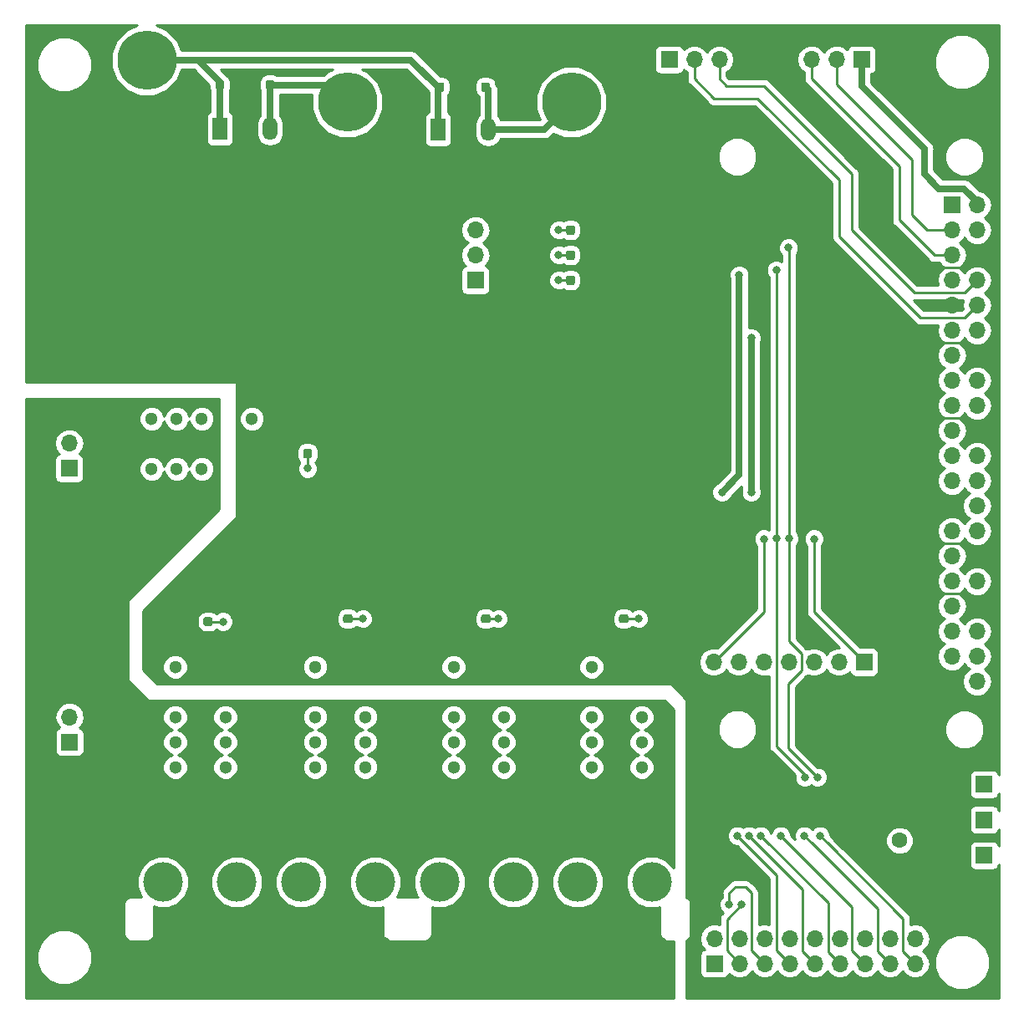
<source format=gbr>
G04 #@! TF.GenerationSoftware,KiCad,Pcbnew,5.0.2+dfsg1-1*
G04 #@! TF.CreationDate,2019-04-16T19:48:13-04:00*
G04 #@! TF.ProjectId,ThorntonAudio,54686f72-6e74-46f6-9e41-7564696f2e6b,rev?*
G04 #@! TF.SameCoordinates,Original*
G04 #@! TF.FileFunction,Copper,L2,Bot*
G04 #@! TF.FilePolarity,Positive*
%FSLAX46Y46*%
G04 Gerber Fmt 4.6, Leading zero omitted, Abs format (unit mm)*
G04 Created by KiCad (PCBNEW 5.0.2+dfsg1-1) date Tue 16 Apr 2019 07:48:13 PM EDT*
%MOMM*%
%LPD*%
G01*
G04 APERTURE LIST*
G04 #@! TA.AperFunction,Conductor*
%ADD10C,0.100000*%
G04 #@! TD*
G04 #@! TA.AperFunction,SMDPad,CuDef*
%ADD11C,0.875000*%
G04 #@! TD*
G04 #@! TA.AperFunction,ComponentPad*
%ADD12R,1.500000X2.300000*%
G04 #@! TD*
G04 #@! TA.AperFunction,ComponentPad*
%ADD13O,1.500000X2.300000*%
G04 #@! TD*
G04 #@! TA.AperFunction,ComponentPad*
%ADD14R,1.700000X1.700000*%
G04 #@! TD*
G04 #@! TA.AperFunction,ComponentPad*
%ADD15O,1.700000X1.700000*%
G04 #@! TD*
G04 #@! TA.AperFunction,ComponentPad*
%ADD16C,5.999480*%
G04 #@! TD*
G04 #@! TA.AperFunction,ComponentPad*
%ADD17C,1.300000*%
G04 #@! TD*
G04 #@! TA.AperFunction,ComponentPad*
%ADD18C,1.600000*%
G04 #@! TD*
G04 #@! TA.AperFunction,ComponentPad*
%ADD19O,1.600000X1.600000*%
G04 #@! TD*
G04 #@! TA.AperFunction,ComponentPad*
%ADD20C,4.000000*%
G04 #@! TD*
G04 #@! TA.AperFunction,ViaPad*
%ADD21C,0.800000*%
G04 #@! TD*
G04 #@! TA.AperFunction,Conductor*
%ADD22C,0.700000*%
G04 #@! TD*
G04 #@! TA.AperFunction,Conductor*
%ADD23C,0.250000*%
G04 #@! TD*
G04 #@! TA.AperFunction,Conductor*
%ADD24C,0.254000*%
G04 #@! TD*
G04 APERTURE END LIST*
D10*
G04 #@! TO.N,GND*
G04 #@! TO.C,C18*
G36*
X175970691Y-61502053D02*
X175991926Y-61505203D01*
X176012750Y-61510419D01*
X176032962Y-61517651D01*
X176052368Y-61526830D01*
X176070781Y-61537866D01*
X176088024Y-61550654D01*
X176103930Y-61565070D01*
X176118346Y-61580976D01*
X176131134Y-61598219D01*
X176142170Y-61616632D01*
X176151349Y-61636038D01*
X176158581Y-61656250D01*
X176163797Y-61677074D01*
X176166947Y-61698309D01*
X176168000Y-61719750D01*
X176168000Y-62232250D01*
X176166947Y-62253691D01*
X176163797Y-62274926D01*
X176158581Y-62295750D01*
X176151349Y-62315962D01*
X176142170Y-62335368D01*
X176131134Y-62353781D01*
X176118346Y-62371024D01*
X176103930Y-62386930D01*
X176088024Y-62401346D01*
X176070781Y-62414134D01*
X176052368Y-62425170D01*
X176032962Y-62434349D01*
X176012750Y-62441581D01*
X175991926Y-62446797D01*
X175970691Y-62449947D01*
X175949250Y-62451000D01*
X175511750Y-62451000D01*
X175490309Y-62449947D01*
X175469074Y-62446797D01*
X175448250Y-62441581D01*
X175428038Y-62434349D01*
X175408632Y-62425170D01*
X175390219Y-62414134D01*
X175372976Y-62401346D01*
X175357070Y-62386930D01*
X175342654Y-62371024D01*
X175329866Y-62353781D01*
X175318830Y-62335368D01*
X175309651Y-62315962D01*
X175302419Y-62295750D01*
X175297203Y-62274926D01*
X175294053Y-62253691D01*
X175293000Y-62232250D01*
X175293000Y-61719750D01*
X175294053Y-61698309D01*
X175297203Y-61677074D01*
X175302419Y-61656250D01*
X175309651Y-61636038D01*
X175318830Y-61616632D01*
X175329866Y-61598219D01*
X175342654Y-61580976D01*
X175357070Y-61565070D01*
X175372976Y-61550654D01*
X175390219Y-61537866D01*
X175408632Y-61526830D01*
X175428038Y-61517651D01*
X175448250Y-61510419D01*
X175469074Y-61505203D01*
X175490309Y-61502053D01*
X175511750Y-61501000D01*
X175949250Y-61501000D01*
X175970691Y-61502053D01*
X175970691Y-61502053D01*
G37*
D11*
G04 #@! TD*
G04 #@! TO.P,C18,2*
G04 #@! TO.N,GND*
X175730500Y-61976000D03*
D10*
G04 #@! TO.N,+3V3*
G04 #@! TO.C,C18*
G36*
X177545691Y-61502053D02*
X177566926Y-61505203D01*
X177587750Y-61510419D01*
X177607962Y-61517651D01*
X177627368Y-61526830D01*
X177645781Y-61537866D01*
X177663024Y-61550654D01*
X177678930Y-61565070D01*
X177693346Y-61580976D01*
X177706134Y-61598219D01*
X177717170Y-61616632D01*
X177726349Y-61636038D01*
X177733581Y-61656250D01*
X177738797Y-61677074D01*
X177741947Y-61698309D01*
X177743000Y-61719750D01*
X177743000Y-62232250D01*
X177741947Y-62253691D01*
X177738797Y-62274926D01*
X177733581Y-62295750D01*
X177726349Y-62315962D01*
X177717170Y-62335368D01*
X177706134Y-62353781D01*
X177693346Y-62371024D01*
X177678930Y-62386930D01*
X177663024Y-62401346D01*
X177645781Y-62414134D01*
X177627368Y-62425170D01*
X177607962Y-62434349D01*
X177587750Y-62441581D01*
X177566926Y-62446797D01*
X177545691Y-62449947D01*
X177524250Y-62451000D01*
X177086750Y-62451000D01*
X177065309Y-62449947D01*
X177044074Y-62446797D01*
X177023250Y-62441581D01*
X177003038Y-62434349D01*
X176983632Y-62425170D01*
X176965219Y-62414134D01*
X176947976Y-62401346D01*
X176932070Y-62386930D01*
X176917654Y-62371024D01*
X176904866Y-62353781D01*
X176893830Y-62335368D01*
X176884651Y-62315962D01*
X176877419Y-62295750D01*
X176872203Y-62274926D01*
X176869053Y-62253691D01*
X176868000Y-62232250D01*
X176868000Y-61719750D01*
X176869053Y-61698309D01*
X176872203Y-61677074D01*
X176877419Y-61656250D01*
X176884651Y-61636038D01*
X176893830Y-61616632D01*
X176904866Y-61598219D01*
X176917654Y-61580976D01*
X176932070Y-61565070D01*
X176947976Y-61550654D01*
X176965219Y-61537866D01*
X176983632Y-61526830D01*
X177003038Y-61517651D01*
X177023250Y-61510419D01*
X177044074Y-61505203D01*
X177065309Y-61502053D01*
X177086750Y-61501000D01*
X177524250Y-61501000D01*
X177545691Y-61502053D01*
X177545691Y-61502053D01*
G37*
D11*
G04 #@! TD*
G04 #@! TO.P,C18,1*
G04 #@! TO.N,+3V3*
X177305500Y-61976000D03*
D12*
G04 #@! TO.P,U1,1*
G04 #@! TO.N,+12V*
X172500000Y-66250000D03*
D13*
G04 #@! TO.P,U1,2*
G04 #@! TO.N,GND*
X175040000Y-66250000D03*
G04 #@! TO.P,U1,3*
G04 #@! TO.N,+3V3*
X177580000Y-66250000D03*
G04 #@! TD*
D10*
G04 #@! TO.N,+12V*
G04 #@! TO.C,C17*
G36*
X172922691Y-61502053D02*
X172943926Y-61505203D01*
X172964750Y-61510419D01*
X172984962Y-61517651D01*
X173004368Y-61526830D01*
X173022781Y-61537866D01*
X173040024Y-61550654D01*
X173055930Y-61565070D01*
X173070346Y-61580976D01*
X173083134Y-61598219D01*
X173094170Y-61616632D01*
X173103349Y-61636038D01*
X173110581Y-61656250D01*
X173115797Y-61677074D01*
X173118947Y-61698309D01*
X173120000Y-61719750D01*
X173120000Y-62232250D01*
X173118947Y-62253691D01*
X173115797Y-62274926D01*
X173110581Y-62295750D01*
X173103349Y-62315962D01*
X173094170Y-62335368D01*
X173083134Y-62353781D01*
X173070346Y-62371024D01*
X173055930Y-62386930D01*
X173040024Y-62401346D01*
X173022781Y-62414134D01*
X173004368Y-62425170D01*
X172984962Y-62434349D01*
X172964750Y-62441581D01*
X172943926Y-62446797D01*
X172922691Y-62449947D01*
X172901250Y-62451000D01*
X172463750Y-62451000D01*
X172442309Y-62449947D01*
X172421074Y-62446797D01*
X172400250Y-62441581D01*
X172380038Y-62434349D01*
X172360632Y-62425170D01*
X172342219Y-62414134D01*
X172324976Y-62401346D01*
X172309070Y-62386930D01*
X172294654Y-62371024D01*
X172281866Y-62353781D01*
X172270830Y-62335368D01*
X172261651Y-62315962D01*
X172254419Y-62295750D01*
X172249203Y-62274926D01*
X172246053Y-62253691D01*
X172245000Y-62232250D01*
X172245000Y-61719750D01*
X172246053Y-61698309D01*
X172249203Y-61677074D01*
X172254419Y-61656250D01*
X172261651Y-61636038D01*
X172270830Y-61616632D01*
X172281866Y-61598219D01*
X172294654Y-61580976D01*
X172309070Y-61565070D01*
X172324976Y-61550654D01*
X172342219Y-61537866D01*
X172360632Y-61526830D01*
X172380038Y-61517651D01*
X172400250Y-61510419D01*
X172421074Y-61505203D01*
X172442309Y-61502053D01*
X172463750Y-61501000D01*
X172901250Y-61501000D01*
X172922691Y-61502053D01*
X172922691Y-61502053D01*
G37*
D11*
G04 #@! TD*
G04 #@! TO.P,C17,1*
G04 #@! TO.N,+12V*
X172682500Y-61976000D03*
D10*
G04 #@! TO.N,GND*
G04 #@! TO.C,C17*
G36*
X174497691Y-61502053D02*
X174518926Y-61505203D01*
X174539750Y-61510419D01*
X174559962Y-61517651D01*
X174579368Y-61526830D01*
X174597781Y-61537866D01*
X174615024Y-61550654D01*
X174630930Y-61565070D01*
X174645346Y-61580976D01*
X174658134Y-61598219D01*
X174669170Y-61616632D01*
X174678349Y-61636038D01*
X174685581Y-61656250D01*
X174690797Y-61677074D01*
X174693947Y-61698309D01*
X174695000Y-61719750D01*
X174695000Y-62232250D01*
X174693947Y-62253691D01*
X174690797Y-62274926D01*
X174685581Y-62295750D01*
X174678349Y-62315962D01*
X174669170Y-62335368D01*
X174658134Y-62353781D01*
X174645346Y-62371024D01*
X174630930Y-62386930D01*
X174615024Y-62401346D01*
X174597781Y-62414134D01*
X174579368Y-62425170D01*
X174559962Y-62434349D01*
X174539750Y-62441581D01*
X174518926Y-62446797D01*
X174497691Y-62449947D01*
X174476250Y-62451000D01*
X174038750Y-62451000D01*
X174017309Y-62449947D01*
X173996074Y-62446797D01*
X173975250Y-62441581D01*
X173955038Y-62434349D01*
X173935632Y-62425170D01*
X173917219Y-62414134D01*
X173899976Y-62401346D01*
X173884070Y-62386930D01*
X173869654Y-62371024D01*
X173856866Y-62353781D01*
X173845830Y-62335368D01*
X173836651Y-62315962D01*
X173829419Y-62295750D01*
X173824203Y-62274926D01*
X173821053Y-62253691D01*
X173820000Y-62232250D01*
X173820000Y-61719750D01*
X173821053Y-61698309D01*
X173824203Y-61677074D01*
X173829419Y-61656250D01*
X173836651Y-61636038D01*
X173845830Y-61616632D01*
X173856866Y-61598219D01*
X173869654Y-61580976D01*
X173884070Y-61565070D01*
X173899976Y-61550654D01*
X173917219Y-61537866D01*
X173935632Y-61526830D01*
X173955038Y-61517651D01*
X173975250Y-61510419D01*
X173996074Y-61505203D01*
X174017309Y-61502053D01*
X174038750Y-61501000D01*
X174476250Y-61501000D01*
X174497691Y-61502053D01*
X174497691Y-61502053D01*
G37*
D11*
G04 #@! TD*
G04 #@! TO.P,C17,2*
G04 #@! TO.N,GND*
X174257500Y-61976000D03*
D14*
G04 #@! TO.P,J7,1*
G04 #@! TO.N,/OUTR*
X135165000Y-128304000D03*
D15*
G04 #@! TO.P,J7,2*
G04 #@! TO.N,/OUTL*
X135165000Y-125764000D03*
G04 #@! TO.P,J7,3*
G04 #@! TO.N,/Audio_Shield*
X135165000Y-123224000D03*
G04 #@! TD*
G04 #@! TO.P,J8,3*
G04 #@! TO.N,/Audio_Shield*
X135139500Y-95504000D03*
G04 #@! TO.P,J8,2*
G04 #@! TO.N,/IN5_R*
X135139500Y-98044000D03*
D14*
G04 #@! TO.P,J8,1*
G04 #@! TO.N,/IN5_L*
X135139500Y-100584000D03*
G04 #@! TD*
G04 #@! TO.P,J3,1*
G04 #@! TO.N,/Relay6_drv*
X176287500Y-81534000D03*
D15*
G04 #@! TO.P,J3,2*
G04 #@! TO.N,/Relay7_drv*
X176287500Y-78994000D03*
G04 #@! TO.P,J3,3*
G04 #@! TO.N,/Relay8_drv*
X176287500Y-76454000D03*
G04 #@! TD*
D16*
G04 #@! TO.P,J2,1*
G04 #@! TO.N,+3V3*
X186000000Y-63500000D03*
G04 #@! TD*
D17*
G04 #@! TO.P,K2,1*
G04 #@! TO.N,/Relay2_drv*
X174061500Y-120684000D03*
G04 #@! TO.P,K2,2*
G04 #@! TO.N,Net-(K2-Pad2)*
X174061500Y-125764000D03*
G04 #@! TO.P,K2,3*
G04 #@! TO.N,/OUTR*
X174061500Y-128304000D03*
G04 #@! TO.P,K2,4*
G04 #@! TO.N,/IN2_R*
X174061500Y-130844000D03*
G04 #@! TO.P,K2,5*
G04 #@! TO.N,/IN2_L*
X179141500Y-130844000D03*
G04 #@! TO.P,K2,6*
G04 #@! TO.N,/OUTL*
X179141500Y-128304000D03*
G04 #@! TO.P,K2,7*
G04 #@! TO.N,Net-(K2-Pad7)*
X179141500Y-125764000D03*
G04 #@! TO.P,K2,8*
G04 #@! TO.N,GND*
X179141500Y-120684000D03*
G04 #@! TD*
G04 #@! TO.P,K3,8*
G04 #@! TO.N,GND*
X165121500Y-120684000D03*
G04 #@! TO.P,K3,7*
G04 #@! TO.N,Net-(K3-Pad7)*
X165121500Y-125764000D03*
G04 #@! TO.P,K3,6*
G04 #@! TO.N,/OUTL*
X165121500Y-128304000D03*
G04 #@! TO.P,K3,5*
G04 #@! TO.N,/IN3_L*
X165121500Y-130844000D03*
G04 #@! TO.P,K3,4*
G04 #@! TO.N,/IN3_R*
X160041500Y-130844000D03*
G04 #@! TO.P,K3,3*
G04 #@! TO.N,/OUTR*
X160041500Y-128304000D03*
G04 #@! TO.P,K3,2*
G04 #@! TO.N,Net-(K3-Pad2)*
X160041500Y-125764000D03*
G04 #@! TO.P,K3,1*
G04 #@! TO.N,/Relay3_drv*
X160041500Y-120684000D03*
G04 #@! TD*
G04 #@! TO.P,K1,1*
G04 #@! TO.N,/Relay1_drv*
X188031500Y-120684000D03*
G04 #@! TO.P,K1,2*
G04 #@! TO.N,Net-(K1-Pad2)*
X188031500Y-125764000D03*
G04 #@! TO.P,K1,3*
G04 #@! TO.N,/OUTR*
X188031500Y-128304000D03*
G04 #@! TO.P,K1,4*
G04 #@! TO.N,/IN1_R*
X188031500Y-130844000D03*
G04 #@! TO.P,K1,5*
G04 #@! TO.N,/IN1_L*
X193111500Y-130844000D03*
G04 #@! TO.P,K1,6*
G04 #@! TO.N,/OUTL*
X193111500Y-128304000D03*
G04 #@! TO.P,K1,7*
G04 #@! TO.N,Net-(K1-Pad7)*
X193111500Y-125764000D03*
G04 #@! TO.P,K1,8*
G04 #@! TO.N,GND*
X193111500Y-120684000D03*
G04 #@! TD*
G04 #@! TO.P,K5,8*
G04 #@! TO.N,GND*
X153647500Y-100644000D03*
G04 #@! TO.P,K5,7*
G04 #@! TO.N,Net-(K5-Pad7)*
X148567500Y-100644000D03*
G04 #@! TO.P,K5,6*
G04 #@! TO.N,/OUTL*
X146027500Y-100644000D03*
G04 #@! TO.P,K5,5*
G04 #@! TO.N,/IN5_L*
X143487500Y-100644000D03*
G04 #@! TO.P,K5,4*
G04 #@! TO.N,/IN5_R*
X143487500Y-95564000D03*
G04 #@! TO.P,K5,3*
G04 #@! TO.N,/OUTR*
X146027500Y-95564000D03*
G04 #@! TO.P,K5,2*
G04 #@! TO.N,Net-(K5-Pad2)*
X148567500Y-95564000D03*
G04 #@! TO.P,K5,1*
G04 #@! TO.N,/Relay5_drv*
X153647500Y-95564000D03*
G04 #@! TD*
G04 #@! TO.P,K4,1*
G04 #@! TO.N,/Relay4_drv*
X145867500Y-120684000D03*
G04 #@! TO.P,K4,2*
G04 #@! TO.N,Net-(K4-Pad2)*
X145867500Y-125764000D03*
G04 #@! TO.P,K4,3*
G04 #@! TO.N,/OUTR*
X145867500Y-128304000D03*
G04 #@! TO.P,K4,4*
G04 #@! TO.N,/IN4_R*
X145867500Y-130844000D03*
G04 #@! TO.P,K4,5*
G04 #@! TO.N,/IN4_L*
X150947500Y-130844000D03*
G04 #@! TO.P,K4,6*
G04 #@! TO.N,/OUTL*
X150947500Y-128304000D03*
G04 #@! TO.P,K4,7*
G04 #@! TO.N,Net-(K4-Pad7)*
X150947500Y-125764000D03*
G04 #@! TO.P,K4,8*
G04 #@! TO.N,GND*
X150947500Y-120684000D03*
G04 #@! TD*
D10*
G04 #@! TO.N,GND*
G04 #@! TO.C,R3*
G36*
X191576691Y-116962553D02*
X191597926Y-116965703D01*
X191618750Y-116970919D01*
X191638962Y-116978151D01*
X191658368Y-116987330D01*
X191676781Y-116998366D01*
X191694024Y-117011154D01*
X191709930Y-117025570D01*
X191724346Y-117041476D01*
X191737134Y-117058719D01*
X191748170Y-117077132D01*
X191757349Y-117096538D01*
X191764581Y-117116750D01*
X191769797Y-117137574D01*
X191772947Y-117158809D01*
X191774000Y-117180250D01*
X191774000Y-117617750D01*
X191772947Y-117639191D01*
X191769797Y-117660426D01*
X191764581Y-117681250D01*
X191757349Y-117701462D01*
X191748170Y-117720868D01*
X191737134Y-117739281D01*
X191724346Y-117756524D01*
X191709930Y-117772430D01*
X191694024Y-117786846D01*
X191676781Y-117799634D01*
X191658368Y-117810670D01*
X191638962Y-117819849D01*
X191618750Y-117827081D01*
X191597926Y-117832297D01*
X191576691Y-117835447D01*
X191555250Y-117836500D01*
X191042750Y-117836500D01*
X191021309Y-117835447D01*
X191000074Y-117832297D01*
X190979250Y-117827081D01*
X190959038Y-117819849D01*
X190939632Y-117810670D01*
X190921219Y-117799634D01*
X190903976Y-117786846D01*
X190888070Y-117772430D01*
X190873654Y-117756524D01*
X190860866Y-117739281D01*
X190849830Y-117720868D01*
X190840651Y-117701462D01*
X190833419Y-117681250D01*
X190828203Y-117660426D01*
X190825053Y-117639191D01*
X190824000Y-117617750D01*
X190824000Y-117180250D01*
X190825053Y-117158809D01*
X190828203Y-117137574D01*
X190833419Y-117116750D01*
X190840651Y-117096538D01*
X190849830Y-117077132D01*
X190860866Y-117058719D01*
X190873654Y-117041476D01*
X190888070Y-117025570D01*
X190903976Y-117011154D01*
X190921219Y-116998366D01*
X190939632Y-116987330D01*
X190959038Y-116978151D01*
X190979250Y-116970919D01*
X191000074Y-116965703D01*
X191021309Y-116962553D01*
X191042750Y-116961500D01*
X191555250Y-116961500D01*
X191576691Y-116962553D01*
X191576691Y-116962553D01*
G37*
D11*
G04 #@! TD*
G04 #@! TO.P,R3,2*
G04 #@! TO.N,GND*
X191299000Y-117399000D03*
D10*
G04 #@! TO.N,Net-(D1-Pad1)*
G04 #@! TO.C,R3*
G36*
X191576691Y-115387553D02*
X191597926Y-115390703D01*
X191618750Y-115395919D01*
X191638962Y-115403151D01*
X191658368Y-115412330D01*
X191676781Y-115423366D01*
X191694024Y-115436154D01*
X191709930Y-115450570D01*
X191724346Y-115466476D01*
X191737134Y-115483719D01*
X191748170Y-115502132D01*
X191757349Y-115521538D01*
X191764581Y-115541750D01*
X191769797Y-115562574D01*
X191772947Y-115583809D01*
X191774000Y-115605250D01*
X191774000Y-116042750D01*
X191772947Y-116064191D01*
X191769797Y-116085426D01*
X191764581Y-116106250D01*
X191757349Y-116126462D01*
X191748170Y-116145868D01*
X191737134Y-116164281D01*
X191724346Y-116181524D01*
X191709930Y-116197430D01*
X191694024Y-116211846D01*
X191676781Y-116224634D01*
X191658368Y-116235670D01*
X191638962Y-116244849D01*
X191618750Y-116252081D01*
X191597926Y-116257297D01*
X191576691Y-116260447D01*
X191555250Y-116261500D01*
X191042750Y-116261500D01*
X191021309Y-116260447D01*
X191000074Y-116257297D01*
X190979250Y-116252081D01*
X190959038Y-116244849D01*
X190939632Y-116235670D01*
X190921219Y-116224634D01*
X190903976Y-116211846D01*
X190888070Y-116197430D01*
X190873654Y-116181524D01*
X190860866Y-116164281D01*
X190849830Y-116145868D01*
X190840651Y-116126462D01*
X190833419Y-116106250D01*
X190828203Y-116085426D01*
X190825053Y-116064191D01*
X190824000Y-116042750D01*
X190824000Y-115605250D01*
X190825053Y-115583809D01*
X190828203Y-115562574D01*
X190833419Y-115541750D01*
X190840651Y-115521538D01*
X190849830Y-115502132D01*
X190860866Y-115483719D01*
X190873654Y-115466476D01*
X190888070Y-115450570D01*
X190903976Y-115436154D01*
X190921219Y-115423366D01*
X190939632Y-115412330D01*
X190959038Y-115403151D01*
X190979250Y-115395919D01*
X191000074Y-115390703D01*
X191021309Y-115387553D01*
X191042750Y-115386500D01*
X191555250Y-115386500D01*
X191576691Y-115387553D01*
X191576691Y-115387553D01*
G37*
D11*
G04 #@! TD*
G04 #@! TO.P,R3,1*
G04 #@! TO.N,Net-(D1-Pad1)*
X191299000Y-115824000D03*
D10*
G04 #@! TO.N,Net-(D8-Pad1)*
G04 #@! TO.C,R10*
G36*
X186154191Y-75980053D02*
X186175426Y-75983203D01*
X186196250Y-75988419D01*
X186216462Y-75995651D01*
X186235868Y-76004830D01*
X186254281Y-76015866D01*
X186271524Y-76028654D01*
X186287430Y-76043070D01*
X186301846Y-76058976D01*
X186314634Y-76076219D01*
X186325670Y-76094632D01*
X186334849Y-76114038D01*
X186342081Y-76134250D01*
X186347297Y-76155074D01*
X186350447Y-76176309D01*
X186351500Y-76197750D01*
X186351500Y-76710250D01*
X186350447Y-76731691D01*
X186347297Y-76752926D01*
X186342081Y-76773750D01*
X186334849Y-76793962D01*
X186325670Y-76813368D01*
X186314634Y-76831781D01*
X186301846Y-76849024D01*
X186287430Y-76864930D01*
X186271524Y-76879346D01*
X186254281Y-76892134D01*
X186235868Y-76903170D01*
X186216462Y-76912349D01*
X186196250Y-76919581D01*
X186175426Y-76924797D01*
X186154191Y-76927947D01*
X186132750Y-76929000D01*
X185695250Y-76929000D01*
X185673809Y-76927947D01*
X185652574Y-76924797D01*
X185631750Y-76919581D01*
X185611538Y-76912349D01*
X185592132Y-76903170D01*
X185573719Y-76892134D01*
X185556476Y-76879346D01*
X185540570Y-76864930D01*
X185526154Y-76849024D01*
X185513366Y-76831781D01*
X185502330Y-76813368D01*
X185493151Y-76793962D01*
X185485919Y-76773750D01*
X185480703Y-76752926D01*
X185477553Y-76731691D01*
X185476500Y-76710250D01*
X185476500Y-76197750D01*
X185477553Y-76176309D01*
X185480703Y-76155074D01*
X185485919Y-76134250D01*
X185493151Y-76114038D01*
X185502330Y-76094632D01*
X185513366Y-76076219D01*
X185526154Y-76058976D01*
X185540570Y-76043070D01*
X185556476Y-76028654D01*
X185573719Y-76015866D01*
X185592132Y-76004830D01*
X185611538Y-75995651D01*
X185631750Y-75988419D01*
X185652574Y-75983203D01*
X185673809Y-75980053D01*
X185695250Y-75979000D01*
X186132750Y-75979000D01*
X186154191Y-75980053D01*
X186154191Y-75980053D01*
G37*
D11*
G04 #@! TD*
G04 #@! TO.P,R10,1*
G04 #@! TO.N,Net-(D8-Pad1)*
X185914000Y-76454000D03*
D10*
G04 #@! TO.N,GND*
G04 #@! TO.C,R10*
G36*
X187729191Y-75980053D02*
X187750426Y-75983203D01*
X187771250Y-75988419D01*
X187791462Y-75995651D01*
X187810868Y-76004830D01*
X187829281Y-76015866D01*
X187846524Y-76028654D01*
X187862430Y-76043070D01*
X187876846Y-76058976D01*
X187889634Y-76076219D01*
X187900670Y-76094632D01*
X187909849Y-76114038D01*
X187917081Y-76134250D01*
X187922297Y-76155074D01*
X187925447Y-76176309D01*
X187926500Y-76197750D01*
X187926500Y-76710250D01*
X187925447Y-76731691D01*
X187922297Y-76752926D01*
X187917081Y-76773750D01*
X187909849Y-76793962D01*
X187900670Y-76813368D01*
X187889634Y-76831781D01*
X187876846Y-76849024D01*
X187862430Y-76864930D01*
X187846524Y-76879346D01*
X187829281Y-76892134D01*
X187810868Y-76903170D01*
X187791462Y-76912349D01*
X187771250Y-76919581D01*
X187750426Y-76924797D01*
X187729191Y-76927947D01*
X187707750Y-76929000D01*
X187270250Y-76929000D01*
X187248809Y-76927947D01*
X187227574Y-76924797D01*
X187206750Y-76919581D01*
X187186538Y-76912349D01*
X187167132Y-76903170D01*
X187148719Y-76892134D01*
X187131476Y-76879346D01*
X187115570Y-76864930D01*
X187101154Y-76849024D01*
X187088366Y-76831781D01*
X187077330Y-76813368D01*
X187068151Y-76793962D01*
X187060919Y-76773750D01*
X187055703Y-76752926D01*
X187052553Y-76731691D01*
X187051500Y-76710250D01*
X187051500Y-76197750D01*
X187052553Y-76176309D01*
X187055703Y-76155074D01*
X187060919Y-76134250D01*
X187068151Y-76114038D01*
X187077330Y-76094632D01*
X187088366Y-76076219D01*
X187101154Y-76058976D01*
X187115570Y-76043070D01*
X187131476Y-76028654D01*
X187148719Y-76015866D01*
X187167132Y-76004830D01*
X187186538Y-75995651D01*
X187206750Y-75988419D01*
X187227574Y-75983203D01*
X187248809Y-75980053D01*
X187270250Y-75979000D01*
X187707750Y-75979000D01*
X187729191Y-75980053D01*
X187729191Y-75980053D01*
G37*
D11*
G04 #@! TD*
G04 #@! TO.P,R10,2*
G04 #@! TO.N,GND*
X187489000Y-76454000D03*
D10*
G04 #@! TO.N,GND*
G04 #@! TO.C,R9*
G36*
X187729191Y-78520053D02*
X187750426Y-78523203D01*
X187771250Y-78528419D01*
X187791462Y-78535651D01*
X187810868Y-78544830D01*
X187829281Y-78555866D01*
X187846524Y-78568654D01*
X187862430Y-78583070D01*
X187876846Y-78598976D01*
X187889634Y-78616219D01*
X187900670Y-78634632D01*
X187909849Y-78654038D01*
X187917081Y-78674250D01*
X187922297Y-78695074D01*
X187925447Y-78716309D01*
X187926500Y-78737750D01*
X187926500Y-79250250D01*
X187925447Y-79271691D01*
X187922297Y-79292926D01*
X187917081Y-79313750D01*
X187909849Y-79333962D01*
X187900670Y-79353368D01*
X187889634Y-79371781D01*
X187876846Y-79389024D01*
X187862430Y-79404930D01*
X187846524Y-79419346D01*
X187829281Y-79432134D01*
X187810868Y-79443170D01*
X187791462Y-79452349D01*
X187771250Y-79459581D01*
X187750426Y-79464797D01*
X187729191Y-79467947D01*
X187707750Y-79469000D01*
X187270250Y-79469000D01*
X187248809Y-79467947D01*
X187227574Y-79464797D01*
X187206750Y-79459581D01*
X187186538Y-79452349D01*
X187167132Y-79443170D01*
X187148719Y-79432134D01*
X187131476Y-79419346D01*
X187115570Y-79404930D01*
X187101154Y-79389024D01*
X187088366Y-79371781D01*
X187077330Y-79353368D01*
X187068151Y-79333962D01*
X187060919Y-79313750D01*
X187055703Y-79292926D01*
X187052553Y-79271691D01*
X187051500Y-79250250D01*
X187051500Y-78737750D01*
X187052553Y-78716309D01*
X187055703Y-78695074D01*
X187060919Y-78674250D01*
X187068151Y-78654038D01*
X187077330Y-78634632D01*
X187088366Y-78616219D01*
X187101154Y-78598976D01*
X187115570Y-78583070D01*
X187131476Y-78568654D01*
X187148719Y-78555866D01*
X187167132Y-78544830D01*
X187186538Y-78535651D01*
X187206750Y-78528419D01*
X187227574Y-78523203D01*
X187248809Y-78520053D01*
X187270250Y-78519000D01*
X187707750Y-78519000D01*
X187729191Y-78520053D01*
X187729191Y-78520053D01*
G37*
D11*
G04 #@! TD*
G04 #@! TO.P,R9,2*
G04 #@! TO.N,GND*
X187489000Y-78994000D03*
D10*
G04 #@! TO.N,Net-(D7-Pad1)*
G04 #@! TO.C,R9*
G36*
X186154191Y-78520053D02*
X186175426Y-78523203D01*
X186196250Y-78528419D01*
X186216462Y-78535651D01*
X186235868Y-78544830D01*
X186254281Y-78555866D01*
X186271524Y-78568654D01*
X186287430Y-78583070D01*
X186301846Y-78598976D01*
X186314634Y-78616219D01*
X186325670Y-78634632D01*
X186334849Y-78654038D01*
X186342081Y-78674250D01*
X186347297Y-78695074D01*
X186350447Y-78716309D01*
X186351500Y-78737750D01*
X186351500Y-79250250D01*
X186350447Y-79271691D01*
X186347297Y-79292926D01*
X186342081Y-79313750D01*
X186334849Y-79333962D01*
X186325670Y-79353368D01*
X186314634Y-79371781D01*
X186301846Y-79389024D01*
X186287430Y-79404930D01*
X186271524Y-79419346D01*
X186254281Y-79432134D01*
X186235868Y-79443170D01*
X186216462Y-79452349D01*
X186196250Y-79459581D01*
X186175426Y-79464797D01*
X186154191Y-79467947D01*
X186132750Y-79469000D01*
X185695250Y-79469000D01*
X185673809Y-79467947D01*
X185652574Y-79464797D01*
X185631750Y-79459581D01*
X185611538Y-79452349D01*
X185592132Y-79443170D01*
X185573719Y-79432134D01*
X185556476Y-79419346D01*
X185540570Y-79404930D01*
X185526154Y-79389024D01*
X185513366Y-79371781D01*
X185502330Y-79353368D01*
X185493151Y-79333962D01*
X185485919Y-79313750D01*
X185480703Y-79292926D01*
X185477553Y-79271691D01*
X185476500Y-79250250D01*
X185476500Y-78737750D01*
X185477553Y-78716309D01*
X185480703Y-78695074D01*
X185485919Y-78674250D01*
X185493151Y-78654038D01*
X185502330Y-78634632D01*
X185513366Y-78616219D01*
X185526154Y-78598976D01*
X185540570Y-78583070D01*
X185556476Y-78568654D01*
X185573719Y-78555866D01*
X185592132Y-78544830D01*
X185611538Y-78535651D01*
X185631750Y-78528419D01*
X185652574Y-78523203D01*
X185673809Y-78520053D01*
X185695250Y-78519000D01*
X186132750Y-78519000D01*
X186154191Y-78520053D01*
X186154191Y-78520053D01*
G37*
D11*
G04 #@! TD*
G04 #@! TO.P,R9,1*
G04 #@! TO.N,Net-(D7-Pad1)*
X185914000Y-78994000D03*
D10*
G04 #@! TO.N,Net-(D6-Pad1)*
G04 #@! TO.C,R8*
G36*
X186154191Y-81060053D02*
X186175426Y-81063203D01*
X186196250Y-81068419D01*
X186216462Y-81075651D01*
X186235868Y-81084830D01*
X186254281Y-81095866D01*
X186271524Y-81108654D01*
X186287430Y-81123070D01*
X186301846Y-81138976D01*
X186314634Y-81156219D01*
X186325670Y-81174632D01*
X186334849Y-81194038D01*
X186342081Y-81214250D01*
X186347297Y-81235074D01*
X186350447Y-81256309D01*
X186351500Y-81277750D01*
X186351500Y-81790250D01*
X186350447Y-81811691D01*
X186347297Y-81832926D01*
X186342081Y-81853750D01*
X186334849Y-81873962D01*
X186325670Y-81893368D01*
X186314634Y-81911781D01*
X186301846Y-81929024D01*
X186287430Y-81944930D01*
X186271524Y-81959346D01*
X186254281Y-81972134D01*
X186235868Y-81983170D01*
X186216462Y-81992349D01*
X186196250Y-81999581D01*
X186175426Y-82004797D01*
X186154191Y-82007947D01*
X186132750Y-82009000D01*
X185695250Y-82009000D01*
X185673809Y-82007947D01*
X185652574Y-82004797D01*
X185631750Y-81999581D01*
X185611538Y-81992349D01*
X185592132Y-81983170D01*
X185573719Y-81972134D01*
X185556476Y-81959346D01*
X185540570Y-81944930D01*
X185526154Y-81929024D01*
X185513366Y-81911781D01*
X185502330Y-81893368D01*
X185493151Y-81873962D01*
X185485919Y-81853750D01*
X185480703Y-81832926D01*
X185477553Y-81811691D01*
X185476500Y-81790250D01*
X185476500Y-81277750D01*
X185477553Y-81256309D01*
X185480703Y-81235074D01*
X185485919Y-81214250D01*
X185493151Y-81194038D01*
X185502330Y-81174632D01*
X185513366Y-81156219D01*
X185526154Y-81138976D01*
X185540570Y-81123070D01*
X185556476Y-81108654D01*
X185573719Y-81095866D01*
X185592132Y-81084830D01*
X185611538Y-81075651D01*
X185631750Y-81068419D01*
X185652574Y-81063203D01*
X185673809Y-81060053D01*
X185695250Y-81059000D01*
X186132750Y-81059000D01*
X186154191Y-81060053D01*
X186154191Y-81060053D01*
G37*
D11*
G04 #@! TD*
G04 #@! TO.P,R8,1*
G04 #@! TO.N,Net-(D6-Pad1)*
X185914000Y-81534000D03*
D10*
G04 #@! TO.N,GND*
G04 #@! TO.C,R8*
G36*
X187729191Y-81060053D02*
X187750426Y-81063203D01*
X187771250Y-81068419D01*
X187791462Y-81075651D01*
X187810868Y-81084830D01*
X187829281Y-81095866D01*
X187846524Y-81108654D01*
X187862430Y-81123070D01*
X187876846Y-81138976D01*
X187889634Y-81156219D01*
X187900670Y-81174632D01*
X187909849Y-81194038D01*
X187917081Y-81214250D01*
X187922297Y-81235074D01*
X187925447Y-81256309D01*
X187926500Y-81277750D01*
X187926500Y-81790250D01*
X187925447Y-81811691D01*
X187922297Y-81832926D01*
X187917081Y-81853750D01*
X187909849Y-81873962D01*
X187900670Y-81893368D01*
X187889634Y-81911781D01*
X187876846Y-81929024D01*
X187862430Y-81944930D01*
X187846524Y-81959346D01*
X187829281Y-81972134D01*
X187810868Y-81983170D01*
X187791462Y-81992349D01*
X187771250Y-81999581D01*
X187750426Y-82004797D01*
X187729191Y-82007947D01*
X187707750Y-82009000D01*
X187270250Y-82009000D01*
X187248809Y-82007947D01*
X187227574Y-82004797D01*
X187206750Y-81999581D01*
X187186538Y-81992349D01*
X187167132Y-81983170D01*
X187148719Y-81972134D01*
X187131476Y-81959346D01*
X187115570Y-81944930D01*
X187101154Y-81929024D01*
X187088366Y-81911781D01*
X187077330Y-81893368D01*
X187068151Y-81873962D01*
X187060919Y-81853750D01*
X187055703Y-81832926D01*
X187052553Y-81811691D01*
X187051500Y-81790250D01*
X187051500Y-81277750D01*
X187052553Y-81256309D01*
X187055703Y-81235074D01*
X187060919Y-81214250D01*
X187068151Y-81194038D01*
X187077330Y-81174632D01*
X187088366Y-81156219D01*
X187101154Y-81138976D01*
X187115570Y-81123070D01*
X187131476Y-81108654D01*
X187148719Y-81095866D01*
X187167132Y-81084830D01*
X187186538Y-81075651D01*
X187206750Y-81068419D01*
X187227574Y-81063203D01*
X187248809Y-81060053D01*
X187270250Y-81059000D01*
X187707750Y-81059000D01*
X187729191Y-81060053D01*
X187729191Y-81060053D01*
G37*
D11*
G04 #@! TD*
G04 #@! TO.P,R8,2*
G04 #@! TO.N,GND*
X187489000Y-81534000D03*
D10*
G04 #@! TO.N,GND*
G04 #@! TO.C,R7*
G36*
X157934691Y-98611553D02*
X157955926Y-98614703D01*
X157976750Y-98619919D01*
X157996962Y-98627151D01*
X158016368Y-98636330D01*
X158034781Y-98647366D01*
X158052024Y-98660154D01*
X158067930Y-98674570D01*
X158082346Y-98690476D01*
X158095134Y-98707719D01*
X158106170Y-98726132D01*
X158115349Y-98745538D01*
X158122581Y-98765750D01*
X158127797Y-98786574D01*
X158130947Y-98807809D01*
X158132000Y-98829250D01*
X158132000Y-99341750D01*
X158130947Y-99363191D01*
X158127797Y-99384426D01*
X158122581Y-99405250D01*
X158115349Y-99425462D01*
X158106170Y-99444868D01*
X158095134Y-99463281D01*
X158082346Y-99480524D01*
X158067930Y-99496430D01*
X158052024Y-99510846D01*
X158034781Y-99523634D01*
X158016368Y-99534670D01*
X157996962Y-99543849D01*
X157976750Y-99551081D01*
X157955926Y-99556297D01*
X157934691Y-99559447D01*
X157913250Y-99560500D01*
X157475750Y-99560500D01*
X157454309Y-99559447D01*
X157433074Y-99556297D01*
X157412250Y-99551081D01*
X157392038Y-99543849D01*
X157372632Y-99534670D01*
X157354219Y-99523634D01*
X157336976Y-99510846D01*
X157321070Y-99496430D01*
X157306654Y-99480524D01*
X157293866Y-99463281D01*
X157282830Y-99444868D01*
X157273651Y-99425462D01*
X157266419Y-99405250D01*
X157261203Y-99384426D01*
X157258053Y-99363191D01*
X157257000Y-99341750D01*
X157257000Y-98829250D01*
X157258053Y-98807809D01*
X157261203Y-98786574D01*
X157266419Y-98765750D01*
X157273651Y-98745538D01*
X157282830Y-98726132D01*
X157293866Y-98707719D01*
X157306654Y-98690476D01*
X157321070Y-98674570D01*
X157336976Y-98660154D01*
X157354219Y-98647366D01*
X157372632Y-98636330D01*
X157392038Y-98627151D01*
X157412250Y-98619919D01*
X157433074Y-98614703D01*
X157454309Y-98611553D01*
X157475750Y-98610500D01*
X157913250Y-98610500D01*
X157934691Y-98611553D01*
X157934691Y-98611553D01*
G37*
D11*
G04 #@! TD*
G04 #@! TO.P,R7,2*
G04 #@! TO.N,GND*
X157694500Y-99085500D03*
D10*
G04 #@! TO.N,Net-(D5-Pad1)*
G04 #@! TO.C,R7*
G36*
X159509691Y-98611553D02*
X159530926Y-98614703D01*
X159551750Y-98619919D01*
X159571962Y-98627151D01*
X159591368Y-98636330D01*
X159609781Y-98647366D01*
X159627024Y-98660154D01*
X159642930Y-98674570D01*
X159657346Y-98690476D01*
X159670134Y-98707719D01*
X159681170Y-98726132D01*
X159690349Y-98745538D01*
X159697581Y-98765750D01*
X159702797Y-98786574D01*
X159705947Y-98807809D01*
X159707000Y-98829250D01*
X159707000Y-99341750D01*
X159705947Y-99363191D01*
X159702797Y-99384426D01*
X159697581Y-99405250D01*
X159690349Y-99425462D01*
X159681170Y-99444868D01*
X159670134Y-99463281D01*
X159657346Y-99480524D01*
X159642930Y-99496430D01*
X159627024Y-99510846D01*
X159609781Y-99523634D01*
X159591368Y-99534670D01*
X159571962Y-99543849D01*
X159551750Y-99551081D01*
X159530926Y-99556297D01*
X159509691Y-99559447D01*
X159488250Y-99560500D01*
X159050750Y-99560500D01*
X159029309Y-99559447D01*
X159008074Y-99556297D01*
X158987250Y-99551081D01*
X158967038Y-99543849D01*
X158947632Y-99534670D01*
X158929219Y-99523634D01*
X158911976Y-99510846D01*
X158896070Y-99496430D01*
X158881654Y-99480524D01*
X158868866Y-99463281D01*
X158857830Y-99444868D01*
X158848651Y-99425462D01*
X158841419Y-99405250D01*
X158836203Y-99384426D01*
X158833053Y-99363191D01*
X158832000Y-99341750D01*
X158832000Y-98829250D01*
X158833053Y-98807809D01*
X158836203Y-98786574D01*
X158841419Y-98765750D01*
X158848651Y-98745538D01*
X158857830Y-98726132D01*
X158868866Y-98707719D01*
X158881654Y-98690476D01*
X158896070Y-98674570D01*
X158911976Y-98660154D01*
X158929219Y-98647366D01*
X158947632Y-98636330D01*
X158967038Y-98627151D01*
X158987250Y-98619919D01*
X159008074Y-98614703D01*
X159029309Y-98611553D01*
X159050750Y-98610500D01*
X159488250Y-98610500D01*
X159509691Y-98611553D01*
X159509691Y-98611553D01*
G37*
D11*
G04 #@! TD*
G04 #@! TO.P,R7,1*
G04 #@! TO.N,Net-(D5-Pad1)*
X159269500Y-99085500D03*
D10*
G04 #@! TO.N,Net-(D4-Pad1)*
G04 #@! TO.C,R6*
G36*
X149472691Y-115675553D02*
X149493926Y-115678703D01*
X149514750Y-115683919D01*
X149534962Y-115691151D01*
X149554368Y-115700330D01*
X149572781Y-115711366D01*
X149590024Y-115724154D01*
X149605930Y-115738570D01*
X149620346Y-115754476D01*
X149633134Y-115771719D01*
X149644170Y-115790132D01*
X149653349Y-115809538D01*
X149660581Y-115829750D01*
X149665797Y-115850574D01*
X149668947Y-115871809D01*
X149670000Y-115893250D01*
X149670000Y-116330750D01*
X149668947Y-116352191D01*
X149665797Y-116373426D01*
X149660581Y-116394250D01*
X149653349Y-116414462D01*
X149644170Y-116433868D01*
X149633134Y-116452281D01*
X149620346Y-116469524D01*
X149605930Y-116485430D01*
X149590024Y-116499846D01*
X149572781Y-116512634D01*
X149554368Y-116523670D01*
X149534962Y-116532849D01*
X149514750Y-116540081D01*
X149493926Y-116545297D01*
X149472691Y-116548447D01*
X149451250Y-116549500D01*
X148938750Y-116549500D01*
X148917309Y-116548447D01*
X148896074Y-116545297D01*
X148875250Y-116540081D01*
X148855038Y-116532849D01*
X148835632Y-116523670D01*
X148817219Y-116512634D01*
X148799976Y-116499846D01*
X148784070Y-116485430D01*
X148769654Y-116469524D01*
X148756866Y-116452281D01*
X148745830Y-116433868D01*
X148736651Y-116414462D01*
X148729419Y-116394250D01*
X148724203Y-116373426D01*
X148721053Y-116352191D01*
X148720000Y-116330750D01*
X148720000Y-115893250D01*
X148721053Y-115871809D01*
X148724203Y-115850574D01*
X148729419Y-115829750D01*
X148736651Y-115809538D01*
X148745830Y-115790132D01*
X148756866Y-115771719D01*
X148769654Y-115754476D01*
X148784070Y-115738570D01*
X148799976Y-115724154D01*
X148817219Y-115711366D01*
X148835632Y-115700330D01*
X148855038Y-115691151D01*
X148875250Y-115683919D01*
X148896074Y-115678703D01*
X148917309Y-115675553D01*
X148938750Y-115674500D01*
X149451250Y-115674500D01*
X149472691Y-115675553D01*
X149472691Y-115675553D01*
G37*
D11*
G04 #@! TD*
G04 #@! TO.P,R6,1*
G04 #@! TO.N,Net-(D4-Pad1)*
X149195000Y-116112000D03*
D10*
G04 #@! TO.N,GND*
G04 #@! TO.C,R6*
G36*
X149472691Y-117250553D02*
X149493926Y-117253703D01*
X149514750Y-117258919D01*
X149534962Y-117266151D01*
X149554368Y-117275330D01*
X149572781Y-117286366D01*
X149590024Y-117299154D01*
X149605930Y-117313570D01*
X149620346Y-117329476D01*
X149633134Y-117346719D01*
X149644170Y-117365132D01*
X149653349Y-117384538D01*
X149660581Y-117404750D01*
X149665797Y-117425574D01*
X149668947Y-117446809D01*
X149670000Y-117468250D01*
X149670000Y-117905750D01*
X149668947Y-117927191D01*
X149665797Y-117948426D01*
X149660581Y-117969250D01*
X149653349Y-117989462D01*
X149644170Y-118008868D01*
X149633134Y-118027281D01*
X149620346Y-118044524D01*
X149605930Y-118060430D01*
X149590024Y-118074846D01*
X149572781Y-118087634D01*
X149554368Y-118098670D01*
X149534962Y-118107849D01*
X149514750Y-118115081D01*
X149493926Y-118120297D01*
X149472691Y-118123447D01*
X149451250Y-118124500D01*
X148938750Y-118124500D01*
X148917309Y-118123447D01*
X148896074Y-118120297D01*
X148875250Y-118115081D01*
X148855038Y-118107849D01*
X148835632Y-118098670D01*
X148817219Y-118087634D01*
X148799976Y-118074846D01*
X148784070Y-118060430D01*
X148769654Y-118044524D01*
X148756866Y-118027281D01*
X148745830Y-118008868D01*
X148736651Y-117989462D01*
X148729419Y-117969250D01*
X148724203Y-117948426D01*
X148721053Y-117927191D01*
X148720000Y-117905750D01*
X148720000Y-117468250D01*
X148721053Y-117446809D01*
X148724203Y-117425574D01*
X148729419Y-117404750D01*
X148736651Y-117384538D01*
X148745830Y-117365132D01*
X148756866Y-117346719D01*
X148769654Y-117329476D01*
X148784070Y-117313570D01*
X148799976Y-117299154D01*
X148817219Y-117286366D01*
X148835632Y-117275330D01*
X148855038Y-117266151D01*
X148875250Y-117258919D01*
X148896074Y-117253703D01*
X148917309Y-117250553D01*
X148938750Y-117249500D01*
X149451250Y-117249500D01*
X149472691Y-117250553D01*
X149472691Y-117250553D01*
G37*
D11*
G04 #@! TD*
G04 #@! TO.P,R6,2*
G04 #@! TO.N,GND*
X149195000Y-117687000D03*
D10*
G04 #@! TO.N,GND*
G04 #@! TO.C,R5*
G36*
X163636691Y-116962553D02*
X163657926Y-116965703D01*
X163678750Y-116970919D01*
X163698962Y-116978151D01*
X163718368Y-116987330D01*
X163736781Y-116998366D01*
X163754024Y-117011154D01*
X163769930Y-117025570D01*
X163784346Y-117041476D01*
X163797134Y-117058719D01*
X163808170Y-117077132D01*
X163817349Y-117096538D01*
X163824581Y-117116750D01*
X163829797Y-117137574D01*
X163832947Y-117158809D01*
X163834000Y-117180250D01*
X163834000Y-117617750D01*
X163832947Y-117639191D01*
X163829797Y-117660426D01*
X163824581Y-117681250D01*
X163817349Y-117701462D01*
X163808170Y-117720868D01*
X163797134Y-117739281D01*
X163784346Y-117756524D01*
X163769930Y-117772430D01*
X163754024Y-117786846D01*
X163736781Y-117799634D01*
X163718368Y-117810670D01*
X163698962Y-117819849D01*
X163678750Y-117827081D01*
X163657926Y-117832297D01*
X163636691Y-117835447D01*
X163615250Y-117836500D01*
X163102750Y-117836500D01*
X163081309Y-117835447D01*
X163060074Y-117832297D01*
X163039250Y-117827081D01*
X163019038Y-117819849D01*
X162999632Y-117810670D01*
X162981219Y-117799634D01*
X162963976Y-117786846D01*
X162948070Y-117772430D01*
X162933654Y-117756524D01*
X162920866Y-117739281D01*
X162909830Y-117720868D01*
X162900651Y-117701462D01*
X162893419Y-117681250D01*
X162888203Y-117660426D01*
X162885053Y-117639191D01*
X162884000Y-117617750D01*
X162884000Y-117180250D01*
X162885053Y-117158809D01*
X162888203Y-117137574D01*
X162893419Y-117116750D01*
X162900651Y-117096538D01*
X162909830Y-117077132D01*
X162920866Y-117058719D01*
X162933654Y-117041476D01*
X162948070Y-117025570D01*
X162963976Y-117011154D01*
X162981219Y-116998366D01*
X162999632Y-116987330D01*
X163019038Y-116978151D01*
X163039250Y-116970919D01*
X163060074Y-116965703D01*
X163081309Y-116962553D01*
X163102750Y-116961500D01*
X163615250Y-116961500D01*
X163636691Y-116962553D01*
X163636691Y-116962553D01*
G37*
D11*
G04 #@! TD*
G04 #@! TO.P,R5,2*
G04 #@! TO.N,GND*
X163359000Y-117399000D03*
D10*
G04 #@! TO.N,Net-(D3-Pad1)*
G04 #@! TO.C,R5*
G36*
X163636691Y-115387553D02*
X163657926Y-115390703D01*
X163678750Y-115395919D01*
X163698962Y-115403151D01*
X163718368Y-115412330D01*
X163736781Y-115423366D01*
X163754024Y-115436154D01*
X163769930Y-115450570D01*
X163784346Y-115466476D01*
X163797134Y-115483719D01*
X163808170Y-115502132D01*
X163817349Y-115521538D01*
X163824581Y-115541750D01*
X163829797Y-115562574D01*
X163832947Y-115583809D01*
X163834000Y-115605250D01*
X163834000Y-116042750D01*
X163832947Y-116064191D01*
X163829797Y-116085426D01*
X163824581Y-116106250D01*
X163817349Y-116126462D01*
X163808170Y-116145868D01*
X163797134Y-116164281D01*
X163784346Y-116181524D01*
X163769930Y-116197430D01*
X163754024Y-116211846D01*
X163736781Y-116224634D01*
X163718368Y-116235670D01*
X163698962Y-116244849D01*
X163678750Y-116252081D01*
X163657926Y-116257297D01*
X163636691Y-116260447D01*
X163615250Y-116261500D01*
X163102750Y-116261500D01*
X163081309Y-116260447D01*
X163060074Y-116257297D01*
X163039250Y-116252081D01*
X163019038Y-116244849D01*
X162999632Y-116235670D01*
X162981219Y-116224634D01*
X162963976Y-116211846D01*
X162948070Y-116197430D01*
X162933654Y-116181524D01*
X162920866Y-116164281D01*
X162909830Y-116145868D01*
X162900651Y-116126462D01*
X162893419Y-116106250D01*
X162888203Y-116085426D01*
X162885053Y-116064191D01*
X162884000Y-116042750D01*
X162884000Y-115605250D01*
X162885053Y-115583809D01*
X162888203Y-115562574D01*
X162893419Y-115541750D01*
X162900651Y-115521538D01*
X162909830Y-115502132D01*
X162920866Y-115483719D01*
X162933654Y-115466476D01*
X162948070Y-115450570D01*
X162963976Y-115436154D01*
X162981219Y-115423366D01*
X162999632Y-115412330D01*
X163019038Y-115403151D01*
X163039250Y-115395919D01*
X163060074Y-115390703D01*
X163081309Y-115387553D01*
X163102750Y-115386500D01*
X163615250Y-115386500D01*
X163636691Y-115387553D01*
X163636691Y-115387553D01*
G37*
D11*
G04 #@! TD*
G04 #@! TO.P,R5,1*
G04 #@! TO.N,Net-(D3-Pad1)*
X163359000Y-115824000D03*
D10*
G04 #@! TO.N,Net-(D2-Pad1)*
G04 #@! TO.C,R4*
G36*
X177606691Y-115387553D02*
X177627926Y-115390703D01*
X177648750Y-115395919D01*
X177668962Y-115403151D01*
X177688368Y-115412330D01*
X177706781Y-115423366D01*
X177724024Y-115436154D01*
X177739930Y-115450570D01*
X177754346Y-115466476D01*
X177767134Y-115483719D01*
X177778170Y-115502132D01*
X177787349Y-115521538D01*
X177794581Y-115541750D01*
X177799797Y-115562574D01*
X177802947Y-115583809D01*
X177804000Y-115605250D01*
X177804000Y-116042750D01*
X177802947Y-116064191D01*
X177799797Y-116085426D01*
X177794581Y-116106250D01*
X177787349Y-116126462D01*
X177778170Y-116145868D01*
X177767134Y-116164281D01*
X177754346Y-116181524D01*
X177739930Y-116197430D01*
X177724024Y-116211846D01*
X177706781Y-116224634D01*
X177688368Y-116235670D01*
X177668962Y-116244849D01*
X177648750Y-116252081D01*
X177627926Y-116257297D01*
X177606691Y-116260447D01*
X177585250Y-116261500D01*
X177072750Y-116261500D01*
X177051309Y-116260447D01*
X177030074Y-116257297D01*
X177009250Y-116252081D01*
X176989038Y-116244849D01*
X176969632Y-116235670D01*
X176951219Y-116224634D01*
X176933976Y-116211846D01*
X176918070Y-116197430D01*
X176903654Y-116181524D01*
X176890866Y-116164281D01*
X176879830Y-116145868D01*
X176870651Y-116126462D01*
X176863419Y-116106250D01*
X176858203Y-116085426D01*
X176855053Y-116064191D01*
X176854000Y-116042750D01*
X176854000Y-115605250D01*
X176855053Y-115583809D01*
X176858203Y-115562574D01*
X176863419Y-115541750D01*
X176870651Y-115521538D01*
X176879830Y-115502132D01*
X176890866Y-115483719D01*
X176903654Y-115466476D01*
X176918070Y-115450570D01*
X176933976Y-115436154D01*
X176951219Y-115423366D01*
X176969632Y-115412330D01*
X176989038Y-115403151D01*
X177009250Y-115395919D01*
X177030074Y-115390703D01*
X177051309Y-115387553D01*
X177072750Y-115386500D01*
X177585250Y-115386500D01*
X177606691Y-115387553D01*
X177606691Y-115387553D01*
G37*
D11*
G04 #@! TD*
G04 #@! TO.P,R4,1*
G04 #@! TO.N,Net-(D2-Pad1)*
X177329000Y-115824000D03*
D10*
G04 #@! TO.N,GND*
G04 #@! TO.C,R4*
G36*
X177606691Y-116962553D02*
X177627926Y-116965703D01*
X177648750Y-116970919D01*
X177668962Y-116978151D01*
X177688368Y-116987330D01*
X177706781Y-116998366D01*
X177724024Y-117011154D01*
X177739930Y-117025570D01*
X177754346Y-117041476D01*
X177767134Y-117058719D01*
X177778170Y-117077132D01*
X177787349Y-117096538D01*
X177794581Y-117116750D01*
X177799797Y-117137574D01*
X177802947Y-117158809D01*
X177804000Y-117180250D01*
X177804000Y-117617750D01*
X177802947Y-117639191D01*
X177799797Y-117660426D01*
X177794581Y-117681250D01*
X177787349Y-117701462D01*
X177778170Y-117720868D01*
X177767134Y-117739281D01*
X177754346Y-117756524D01*
X177739930Y-117772430D01*
X177724024Y-117786846D01*
X177706781Y-117799634D01*
X177688368Y-117810670D01*
X177668962Y-117819849D01*
X177648750Y-117827081D01*
X177627926Y-117832297D01*
X177606691Y-117835447D01*
X177585250Y-117836500D01*
X177072750Y-117836500D01*
X177051309Y-117835447D01*
X177030074Y-117832297D01*
X177009250Y-117827081D01*
X176989038Y-117819849D01*
X176969632Y-117810670D01*
X176951219Y-117799634D01*
X176933976Y-117786846D01*
X176918070Y-117772430D01*
X176903654Y-117756524D01*
X176890866Y-117739281D01*
X176879830Y-117720868D01*
X176870651Y-117701462D01*
X176863419Y-117681250D01*
X176858203Y-117660426D01*
X176855053Y-117639191D01*
X176854000Y-117617750D01*
X176854000Y-117180250D01*
X176855053Y-117158809D01*
X176858203Y-117137574D01*
X176863419Y-117116750D01*
X176870651Y-117096538D01*
X176879830Y-117077132D01*
X176890866Y-117058719D01*
X176903654Y-117041476D01*
X176918070Y-117025570D01*
X176933976Y-117011154D01*
X176951219Y-116998366D01*
X176969632Y-116987330D01*
X176989038Y-116978151D01*
X177009250Y-116970919D01*
X177030074Y-116965703D01*
X177051309Y-116962553D01*
X177072750Y-116961500D01*
X177585250Y-116961500D01*
X177606691Y-116962553D01*
X177606691Y-116962553D01*
G37*
D11*
G04 #@! TD*
G04 #@! TO.P,R4,2*
G04 #@! TO.N,GND*
X177329000Y-117399000D03*
D14*
G04 #@! TO.P,J18,1*
G04 #@! TO.N,/LED_9*
X200500000Y-150750000D03*
D15*
G04 #@! TO.P,J18,2*
G04 #@! TO.N,/LED_10*
X200500000Y-148210000D03*
G04 #@! TO.P,J18,3*
G04 #@! TO.N,/LED_8*
X203040000Y-150750000D03*
G04 #@! TO.P,J18,4*
G04 #@! TO.N,/LED_11*
X203040000Y-148210000D03*
G04 #@! TO.P,J18,5*
G04 #@! TO.N,/LED_7*
X205580000Y-150750000D03*
G04 #@! TO.P,J18,6*
G04 #@! TO.N,/LED_12*
X205580000Y-148210000D03*
G04 #@! TO.P,J18,7*
G04 #@! TO.N,/LED_6*
X208120000Y-150750000D03*
G04 #@! TO.P,J18,8*
G04 #@! TO.N,/LED_13*
X208120000Y-148210000D03*
G04 #@! TO.P,J18,9*
G04 #@! TO.N,/LED_5*
X210660000Y-150750000D03*
G04 #@! TO.P,J18,10*
G04 #@! TO.N,/LED_14*
X210660000Y-148210000D03*
G04 #@! TO.P,J18,11*
G04 #@! TO.N,/LED_4*
X213200000Y-150750000D03*
G04 #@! TO.P,J18,12*
G04 #@! TO.N,/LED_15*
X213200000Y-148210000D03*
G04 #@! TO.P,J18,13*
G04 #@! TO.N,/LED_3*
X215740000Y-150750000D03*
G04 #@! TO.P,J18,14*
G04 #@! TO.N,/LED_16*
X215740000Y-148210000D03*
G04 #@! TO.P,J18,15*
G04 #@! TO.N,/LED_2*
X218280000Y-150750000D03*
G04 #@! TO.P,J18,16*
G04 #@! TO.N,/LED_17*
X218280000Y-148210000D03*
G04 #@! TO.P,J18,17*
G04 #@! TO.N,/LED_1*
X220820000Y-150750000D03*
G04 #@! TO.P,J18,18*
G04 #@! TO.N,/LED_18*
X220820000Y-148210000D03*
G04 #@! TD*
D18*
G04 #@! TO.P,R2,1*
G04 #@! TO.N,Net-(IC1-Pad2)*
X219235000Y-138275000D03*
D19*
G04 #@! TO.P,R2,2*
G04 #@! TO.N,GND*
X221775000Y-138275000D03*
G04 #@! TD*
D14*
G04 #@! TO.P,J16,1*
G04 #@! TO.N,Net-(J16-Pad1)*
X227800000Y-139800000D03*
G04 #@! TD*
G04 #@! TO.P,J15,1*
G04 #@! TO.N,Net-(J15-Pad1)*
X227800000Y-132600000D03*
G04 #@! TD*
G04 #@! TO.P,J17,1*
G04 #@! TO.N,Net-(J17-Pad1)*
X227800000Y-136200000D03*
G04 #@! TD*
G04 #@! TO.P,J6,1*
G04 #@! TO.N,Net-(J6-Pad1)*
X215646000Y-120208000D03*
D15*
G04 #@! TO.P,J6,2*
G04 #@! TO.N,Net-(J6-Pad2)*
X213106000Y-120208000D03*
G04 #@! TO.P,J6,3*
G04 #@! TO.N,Net-(J6-Pad3)*
X210566000Y-120208000D03*
G04 #@! TO.P,J6,4*
G04 #@! TO.N,Net-(J6-Pad4)*
X208026000Y-120208000D03*
G04 #@! TO.P,J6,5*
G04 #@! TO.N,Net-(J6-Pad5)*
X205486000Y-120208000D03*
G04 #@! TO.P,J6,6*
G04 #@! TO.N,Net-(J6-Pad6)*
X202946000Y-120208000D03*
G04 #@! TO.P,J6,7*
G04 #@! TO.N,Net-(J4-Pad26)*
X200406000Y-120208000D03*
G04 #@! TD*
D20*
G04 #@! TO.P,J10,S1*
G04 #@! TO.N,/Audio_Shield*
X152130000Y-149750000D03*
G04 #@! TO.P,J10,S2*
X166130000Y-149750000D03*
G04 #@! TO.P,J10,S3*
X180130000Y-149920000D03*
G04 #@! TO.P,J10,S4*
X194130000Y-149750000D03*
G04 #@! TO.P,J10,L3*
G04 #@! TO.N,/IN2_L*
X180130000Y-142500000D03*
G04 #@! TO.P,J10,L1*
G04 #@! TO.N,/IN4_L*
X152130000Y-142500000D03*
G04 #@! TO.P,J10,L4*
G04 #@! TO.N,/IN1_L*
X194130000Y-142500000D03*
G04 #@! TO.P,J10,L2*
G04 #@! TO.N,/IN3_L*
X166130000Y-142500000D03*
G04 #@! TO.P,J10,R4*
G04 #@! TO.N,/IN1_R*
X186630000Y-142500000D03*
G04 #@! TO.P,J10,R1*
G04 #@! TO.N,/IN4_R*
X144630000Y-142500000D03*
G04 #@! TO.P,J10,R3*
G04 #@! TO.N,/IN2_R*
X172630000Y-142500000D03*
G04 #@! TO.P,J10,R2*
G04 #@! TO.N,/IN3_R*
X158630000Y-142500000D03*
G04 #@! TD*
D14*
G04 #@! TO.P,J5,1*
G04 #@! TO.N,+5V*
X195906000Y-59182000D03*
D15*
G04 #@! TO.P,J5,2*
G04 #@! TO.N,/RxD*
X198446000Y-59182000D03*
G04 #@! TO.P,J5,3*
G04 #@! TO.N,/TxD*
X200986000Y-59182000D03*
G04 #@! TO.P,J5,4*
G04 #@! TO.N,GND*
X203526000Y-59182000D03*
G04 #@! TD*
D16*
G04 #@! TO.P,J13,1*
G04 #@! TO.N,GND*
X134112000Y-68580000D03*
G04 #@! TD*
G04 #@! TO.P,J14,1*
G04 #@! TO.N,GND*
X143000000Y-68580000D03*
G04 #@! TD*
D14*
G04 #@! TO.P,J1,1*
G04 #@! TO.N,+5V*
X215403500Y-59182000D03*
D15*
G04 #@! TO.P,J1,2*
G04 #@! TO.N,/SDA*
X212863500Y-59182000D03*
G04 #@! TO.P,J1,3*
G04 #@! TO.N,/SCL*
X210323500Y-59182000D03*
G04 #@! TO.P,J1,4*
G04 #@! TO.N,GND*
X207783500Y-59182000D03*
G04 #@! TD*
D14*
G04 #@! TO.P,J4,1*
G04 #@! TO.N,Net-(J4-Pad1)*
X224547500Y-73914000D03*
D15*
G04 #@! TO.P,J4,2*
G04 #@! TO.N,+5V*
X227087500Y-73914000D03*
G04 #@! TO.P,J4,3*
G04 #@! TO.N,/SDA*
X224547500Y-76454000D03*
G04 #@! TO.P,J4,4*
G04 #@! TO.N,Net-(J4-Pad4)*
X227087500Y-76454000D03*
G04 #@! TO.P,J4,5*
G04 #@! TO.N,/SCL*
X224547500Y-78994000D03*
G04 #@! TO.P,J4,6*
G04 #@! TO.N,GND*
X227087500Y-78994000D03*
G04 #@! TO.P,J4,7*
G04 #@! TO.N,/Relay8_pi*
X224547500Y-81534000D03*
G04 #@! TO.P,J4,8*
G04 #@! TO.N,/TxD*
X227087500Y-81534000D03*
G04 #@! TO.P,J4,9*
G04 #@! TO.N,GND*
X224547500Y-84074000D03*
G04 #@! TO.P,J4,10*
G04 #@! TO.N,/RxD*
X227087500Y-84074000D03*
G04 #@! TO.P,J4,11*
G04 #@! TO.N,/Relay7_pi*
X224547500Y-86614000D03*
G04 #@! TO.P,J4,12*
G04 #@! TO.N,/I2S_CLK*
X227087500Y-86614000D03*
G04 #@! TO.P,J4,13*
G04 #@! TO.N,/Relay6_pi*
X224547500Y-89154000D03*
G04 #@! TO.P,J4,14*
G04 #@! TO.N,GND*
X227087500Y-89154000D03*
G04 #@! TO.P,J4,15*
G04 #@! TO.N,/Relay5_pi*
X224547500Y-91694000D03*
G04 #@! TO.P,J4,16*
G04 #@! TO.N,/Relay4_pi*
X227087500Y-91694000D03*
G04 #@! TO.P,J4,17*
G04 #@! TO.N,Net-(J4-Pad17)*
X224547500Y-94234000D03*
G04 #@! TO.P,J4,18*
G04 #@! TO.N,/Relay3_pi*
X227087500Y-94234000D03*
G04 #@! TO.P,J4,19*
G04 #@! TO.N,Net-(J4-Pad19)*
X224547500Y-96774000D03*
G04 #@! TO.P,J4,20*
G04 #@! TO.N,GND*
X227087500Y-96774000D03*
G04 #@! TO.P,J4,21*
G04 #@! TO.N,Net-(J4-Pad21)*
X224547500Y-99314000D03*
G04 #@! TO.P,J4,22*
G04 #@! TO.N,/Relay2_pi*
X227087500Y-99314000D03*
G04 #@! TO.P,J4,23*
G04 #@! TO.N,Net-(J4-Pad23)*
X224547500Y-101854000D03*
G04 #@! TO.P,J4,24*
G04 #@! TO.N,Net-(J4-Pad24)*
X227087500Y-101854000D03*
G04 #@! TO.P,J4,25*
G04 #@! TO.N,GND*
X224547500Y-104394000D03*
G04 #@! TO.P,J4,26*
G04 #@! TO.N,Net-(J4-Pad26)*
X227087500Y-104394000D03*
G04 #@! TO.P,J4,27*
G04 #@! TO.N,Net-(J4-Pad27)*
X224547500Y-106934000D03*
G04 #@! TO.P,J4,28*
G04 #@! TO.N,Net-(J4-Pad28)*
X227087500Y-106934000D03*
G04 #@! TO.P,J4,29*
G04 #@! TO.N,Net-(J16-Pad1)*
X224547500Y-109474000D03*
G04 #@! TO.P,J4,30*
G04 #@! TO.N,GND*
X227087500Y-109474000D03*
G04 #@! TO.P,J4,31*
G04 #@! TO.N,Net-(J17-Pad1)*
X224547500Y-112014000D03*
G04 #@! TO.P,J4,32*
G04 #@! TO.N,Net-(J4-Pad32)*
X227087500Y-112014000D03*
G04 #@! TO.P,J4,33*
G04 #@! TO.N,Net-(J4-Pad33)*
X224547500Y-114554000D03*
G04 #@! TO.P,J4,34*
G04 #@! TO.N,GND*
X227087500Y-114554000D03*
G04 #@! TO.P,J4,35*
G04 #@! TO.N,/I2S_FS*
X224547500Y-117094000D03*
G04 #@! TO.P,J4,36*
G04 #@! TO.N,Net-(J15-Pad1)*
X227087500Y-117094000D03*
G04 #@! TO.P,J4,37*
G04 #@! TO.N,/Relay1_pi*
X224547500Y-119634000D03*
G04 #@! TO.P,J4,38*
G04 #@! TO.N,/I2S_DIN*
X227087500Y-119634000D03*
G04 #@! TO.P,J4,39*
G04 #@! TO.N,GND*
X224547500Y-122174000D03*
G04 #@! TO.P,J4,40*
G04 #@! TO.N,/I2S_DOUT*
X227087500Y-122174000D03*
G04 #@! TD*
D10*
G04 #@! TO.N,+12V*
G04 #@! TO.C,C9*
G36*
X150640191Y-61274053D02*
X150661426Y-61277203D01*
X150682250Y-61282419D01*
X150702462Y-61289651D01*
X150721868Y-61298830D01*
X150740281Y-61309866D01*
X150757524Y-61322654D01*
X150773430Y-61337070D01*
X150787846Y-61352976D01*
X150800634Y-61370219D01*
X150811670Y-61388632D01*
X150820849Y-61408038D01*
X150828081Y-61428250D01*
X150833297Y-61449074D01*
X150836447Y-61470309D01*
X150837500Y-61491750D01*
X150837500Y-62004250D01*
X150836447Y-62025691D01*
X150833297Y-62046926D01*
X150828081Y-62067750D01*
X150820849Y-62087962D01*
X150811670Y-62107368D01*
X150800634Y-62125781D01*
X150787846Y-62143024D01*
X150773430Y-62158930D01*
X150757524Y-62173346D01*
X150740281Y-62186134D01*
X150721868Y-62197170D01*
X150702462Y-62206349D01*
X150682250Y-62213581D01*
X150661426Y-62218797D01*
X150640191Y-62221947D01*
X150618750Y-62223000D01*
X150181250Y-62223000D01*
X150159809Y-62221947D01*
X150138574Y-62218797D01*
X150117750Y-62213581D01*
X150097538Y-62206349D01*
X150078132Y-62197170D01*
X150059719Y-62186134D01*
X150042476Y-62173346D01*
X150026570Y-62158930D01*
X150012154Y-62143024D01*
X149999366Y-62125781D01*
X149988330Y-62107368D01*
X149979151Y-62087962D01*
X149971919Y-62067750D01*
X149966703Y-62046926D01*
X149963553Y-62025691D01*
X149962500Y-62004250D01*
X149962500Y-61491750D01*
X149963553Y-61470309D01*
X149966703Y-61449074D01*
X149971919Y-61428250D01*
X149979151Y-61408038D01*
X149988330Y-61388632D01*
X149999366Y-61370219D01*
X150012154Y-61352976D01*
X150026570Y-61337070D01*
X150042476Y-61322654D01*
X150059719Y-61309866D01*
X150078132Y-61298830D01*
X150097538Y-61289651D01*
X150117750Y-61282419D01*
X150138574Y-61277203D01*
X150159809Y-61274053D01*
X150181250Y-61273000D01*
X150618750Y-61273000D01*
X150640191Y-61274053D01*
X150640191Y-61274053D01*
G37*
D11*
G04 #@! TD*
G04 #@! TO.P,C9,1*
G04 #@! TO.N,+12V*
X150400000Y-61748000D03*
D10*
G04 #@! TO.N,GND*
G04 #@! TO.C,C9*
G36*
X152215191Y-61274053D02*
X152236426Y-61277203D01*
X152257250Y-61282419D01*
X152277462Y-61289651D01*
X152296868Y-61298830D01*
X152315281Y-61309866D01*
X152332524Y-61322654D01*
X152348430Y-61337070D01*
X152362846Y-61352976D01*
X152375634Y-61370219D01*
X152386670Y-61388632D01*
X152395849Y-61408038D01*
X152403081Y-61428250D01*
X152408297Y-61449074D01*
X152411447Y-61470309D01*
X152412500Y-61491750D01*
X152412500Y-62004250D01*
X152411447Y-62025691D01*
X152408297Y-62046926D01*
X152403081Y-62067750D01*
X152395849Y-62087962D01*
X152386670Y-62107368D01*
X152375634Y-62125781D01*
X152362846Y-62143024D01*
X152348430Y-62158930D01*
X152332524Y-62173346D01*
X152315281Y-62186134D01*
X152296868Y-62197170D01*
X152277462Y-62206349D01*
X152257250Y-62213581D01*
X152236426Y-62218797D01*
X152215191Y-62221947D01*
X152193750Y-62223000D01*
X151756250Y-62223000D01*
X151734809Y-62221947D01*
X151713574Y-62218797D01*
X151692750Y-62213581D01*
X151672538Y-62206349D01*
X151653132Y-62197170D01*
X151634719Y-62186134D01*
X151617476Y-62173346D01*
X151601570Y-62158930D01*
X151587154Y-62143024D01*
X151574366Y-62125781D01*
X151563330Y-62107368D01*
X151554151Y-62087962D01*
X151546919Y-62067750D01*
X151541703Y-62046926D01*
X151538553Y-62025691D01*
X151537500Y-62004250D01*
X151537500Y-61491750D01*
X151538553Y-61470309D01*
X151541703Y-61449074D01*
X151546919Y-61428250D01*
X151554151Y-61408038D01*
X151563330Y-61388632D01*
X151574366Y-61370219D01*
X151587154Y-61352976D01*
X151601570Y-61337070D01*
X151617476Y-61322654D01*
X151634719Y-61309866D01*
X151653132Y-61298830D01*
X151672538Y-61289651D01*
X151692750Y-61282419D01*
X151713574Y-61277203D01*
X151734809Y-61274053D01*
X151756250Y-61273000D01*
X152193750Y-61273000D01*
X152215191Y-61274053D01*
X152215191Y-61274053D01*
G37*
D11*
G04 #@! TD*
G04 #@! TO.P,C9,2*
G04 #@! TO.N,GND*
X151975000Y-61748000D03*
D10*
G04 #@! TO.N,GND*
G04 #@! TO.C,C10*
G36*
X154145191Y-61274053D02*
X154166426Y-61277203D01*
X154187250Y-61282419D01*
X154207462Y-61289651D01*
X154226868Y-61298830D01*
X154245281Y-61309866D01*
X154262524Y-61322654D01*
X154278430Y-61337070D01*
X154292846Y-61352976D01*
X154305634Y-61370219D01*
X154316670Y-61388632D01*
X154325849Y-61408038D01*
X154333081Y-61428250D01*
X154338297Y-61449074D01*
X154341447Y-61470309D01*
X154342500Y-61491750D01*
X154342500Y-62004250D01*
X154341447Y-62025691D01*
X154338297Y-62046926D01*
X154333081Y-62067750D01*
X154325849Y-62087962D01*
X154316670Y-62107368D01*
X154305634Y-62125781D01*
X154292846Y-62143024D01*
X154278430Y-62158930D01*
X154262524Y-62173346D01*
X154245281Y-62186134D01*
X154226868Y-62197170D01*
X154207462Y-62206349D01*
X154187250Y-62213581D01*
X154166426Y-62218797D01*
X154145191Y-62221947D01*
X154123750Y-62223000D01*
X153686250Y-62223000D01*
X153664809Y-62221947D01*
X153643574Y-62218797D01*
X153622750Y-62213581D01*
X153602538Y-62206349D01*
X153583132Y-62197170D01*
X153564719Y-62186134D01*
X153547476Y-62173346D01*
X153531570Y-62158930D01*
X153517154Y-62143024D01*
X153504366Y-62125781D01*
X153493330Y-62107368D01*
X153484151Y-62087962D01*
X153476919Y-62067750D01*
X153471703Y-62046926D01*
X153468553Y-62025691D01*
X153467500Y-62004250D01*
X153467500Y-61491750D01*
X153468553Y-61470309D01*
X153471703Y-61449074D01*
X153476919Y-61428250D01*
X153484151Y-61408038D01*
X153493330Y-61388632D01*
X153504366Y-61370219D01*
X153517154Y-61352976D01*
X153531570Y-61337070D01*
X153547476Y-61322654D01*
X153564719Y-61309866D01*
X153583132Y-61298830D01*
X153602538Y-61289651D01*
X153622750Y-61282419D01*
X153643574Y-61277203D01*
X153664809Y-61274053D01*
X153686250Y-61273000D01*
X154123750Y-61273000D01*
X154145191Y-61274053D01*
X154145191Y-61274053D01*
G37*
D11*
G04 #@! TD*
G04 #@! TO.P,C10,2*
G04 #@! TO.N,GND*
X153905000Y-61748000D03*
D10*
G04 #@! TO.N,+5V*
G04 #@! TO.C,C10*
G36*
X155720191Y-61274053D02*
X155741426Y-61277203D01*
X155762250Y-61282419D01*
X155782462Y-61289651D01*
X155801868Y-61298830D01*
X155820281Y-61309866D01*
X155837524Y-61322654D01*
X155853430Y-61337070D01*
X155867846Y-61352976D01*
X155880634Y-61370219D01*
X155891670Y-61388632D01*
X155900849Y-61408038D01*
X155908081Y-61428250D01*
X155913297Y-61449074D01*
X155916447Y-61470309D01*
X155917500Y-61491750D01*
X155917500Y-62004250D01*
X155916447Y-62025691D01*
X155913297Y-62046926D01*
X155908081Y-62067750D01*
X155900849Y-62087962D01*
X155891670Y-62107368D01*
X155880634Y-62125781D01*
X155867846Y-62143024D01*
X155853430Y-62158930D01*
X155837524Y-62173346D01*
X155820281Y-62186134D01*
X155801868Y-62197170D01*
X155782462Y-62206349D01*
X155762250Y-62213581D01*
X155741426Y-62218797D01*
X155720191Y-62221947D01*
X155698750Y-62223000D01*
X155261250Y-62223000D01*
X155239809Y-62221947D01*
X155218574Y-62218797D01*
X155197750Y-62213581D01*
X155177538Y-62206349D01*
X155158132Y-62197170D01*
X155139719Y-62186134D01*
X155122476Y-62173346D01*
X155106570Y-62158930D01*
X155092154Y-62143024D01*
X155079366Y-62125781D01*
X155068330Y-62107368D01*
X155059151Y-62087962D01*
X155051919Y-62067750D01*
X155046703Y-62046926D01*
X155043553Y-62025691D01*
X155042500Y-62004250D01*
X155042500Y-61491750D01*
X155043553Y-61470309D01*
X155046703Y-61449074D01*
X155051919Y-61428250D01*
X155059151Y-61408038D01*
X155068330Y-61388632D01*
X155079366Y-61370219D01*
X155092154Y-61352976D01*
X155106570Y-61337070D01*
X155122476Y-61322654D01*
X155139719Y-61309866D01*
X155158132Y-61298830D01*
X155177538Y-61289651D01*
X155197750Y-61282419D01*
X155218574Y-61277203D01*
X155239809Y-61274053D01*
X155261250Y-61273000D01*
X155698750Y-61273000D01*
X155720191Y-61274053D01*
X155720191Y-61274053D01*
G37*
D11*
G04 #@! TD*
G04 #@! TO.P,C10,1*
G04 #@! TO.N,+5V*
X155480000Y-61748000D03*
D16*
G04 #@! TO.P,J11,1*
G04 #@! TO.N,+12V*
X143000000Y-59250000D03*
G04 #@! TD*
G04 #@! TO.P,J12,1*
G04 #@! TO.N,+5V*
X163310000Y-63500000D03*
G04 #@! TD*
D12*
G04 #@! TO.P,U4,1*
G04 #@! TO.N,+12V*
X150400000Y-66200000D03*
D13*
G04 #@! TO.P,U4,2*
G04 #@! TO.N,GND*
X152940000Y-66200000D03*
G04 #@! TO.P,U4,3*
G04 #@! TO.N,+5V*
X155480000Y-66200000D03*
G04 #@! TD*
D21*
G04 #@! TO.N,+5V*
X203000000Y-81000000D03*
X201250000Y-103000000D03*
G04 #@! TO.N,GND*
X219456000Y-85344000D03*
X221996000Y-80264000D03*
X217170000Y-83058000D03*
X213400000Y-137800000D03*
X202641000Y-113807000D03*
X193316000Y-87304000D03*
G04 #@! TO.N,+3V3*
X204216000Y-87376000D03*
X204216000Y-103000000D03*
G04 #@! TO.N,Net-(J4-Pad26)*
X205486000Y-107732000D03*
G04 #@! TO.N,Net-(J6-Pad1)*
X210566000Y-107732000D03*
G04 #@! TO.N,/SDA*
X208026000Y-107696000D03*
X210905000Y-131875000D03*
X208000000Y-78250000D03*
G04 #@! TO.N,/SCL*
X206756000Y-107696000D03*
X206756000Y-80518000D03*
X209635000Y-131875000D03*
G04 #@! TO.N,/LED_1*
X211200000Y-137800000D03*
G04 #@! TO.N,/LED_2*
X209600000Y-137800000D03*
G04 #@! TO.N,/LED_3*
X207200000Y-137800000D03*
G04 #@! TO.N,/LED_4*
X205200000Y-137800000D03*
G04 #@! TO.N,/LED_5*
X204000000Y-137800000D03*
G04 #@! TO.N,/LED_6*
X202800000Y-137800000D03*
G04 #@! TO.N,/LED_7*
X202000000Y-144750000D03*
G04 #@! TO.N,/LED_8*
X203250000Y-144750000D03*
G04 #@! TO.N,Net-(D2-Pad1)*
X178599000Y-115824000D03*
G04 #@! TO.N,Net-(D3-Pad1)*
X164883000Y-115824000D03*
G04 #@! TO.N,Net-(D4-Pad1)*
X150719000Y-116112000D03*
G04 #@! TO.N,Net-(D5-Pad1)*
X159269500Y-100609500D03*
G04 #@! TO.N,Net-(D6-Pad1)*
X184695000Y-81534000D03*
G04 #@! TO.N,Net-(D7-Pad1)*
X184695000Y-78994000D03*
G04 #@! TO.N,Net-(D8-Pad1)*
X184695000Y-76454000D03*
G04 #@! TO.N,Net-(D1-Pad1)*
X192823000Y-115824000D03*
G04 #@! TD*
D22*
G04 #@! TO.N,+5V*
X155480000Y-66200000D02*
X155480000Y-61748000D01*
X161558000Y-61748000D02*
X163310000Y-63500000D01*
X155480000Y-61748000D02*
X161558000Y-61748000D01*
X203000000Y-101200000D02*
X203000000Y-81000000D01*
X201250000Y-103000000D02*
X203000000Y-101250000D01*
X203000000Y-101250000D02*
X203000000Y-101200000D01*
X227087500Y-73914000D02*
X227087500Y-73587500D01*
X227087500Y-73587500D02*
X225750000Y-72250000D01*
X225750000Y-72250000D02*
X223250000Y-72250000D01*
X223250000Y-72250000D02*
X221750000Y-70750000D01*
X221750000Y-70750000D02*
X221750000Y-68250000D01*
X215403500Y-61903500D02*
X215403500Y-59182000D01*
X221750000Y-68250000D02*
X215403500Y-61903500D01*
D23*
G04 #@! TO.N,GND*
X227087500Y-78994000D02*
X225817500Y-80264000D01*
X151975000Y-61748000D02*
X153905000Y-61748000D01*
X152940000Y-62713000D02*
X151975000Y-61748000D01*
X152940000Y-62713000D02*
X153905000Y-61748000D01*
X152940000Y-66200000D02*
X152940000Y-67200000D01*
X225817500Y-80264000D02*
X223658500Y-80264000D01*
X203526000Y-59182000D02*
X207783500Y-59182000D01*
X227087500Y-89154000D02*
X227076000Y-89154000D01*
X227076000Y-89154000D02*
X225806000Y-87884000D01*
X225806000Y-87884000D02*
X221996000Y-87884000D01*
X227087500Y-96774000D02*
X227076000Y-96774000D01*
X227076000Y-96774000D02*
X225806000Y-95504000D01*
X225806000Y-95504000D02*
X223012000Y-95504000D01*
X227087500Y-109474000D02*
X227076000Y-109474000D01*
X227076000Y-109474000D02*
X225806000Y-108204000D01*
X225806000Y-108204000D02*
X221996000Y-108204000D01*
X227087500Y-114554000D02*
X227076000Y-114554000D01*
X227076000Y-114554000D02*
X225806000Y-113284000D01*
X225806000Y-113284000D02*
X221996000Y-113284000D01*
X224547500Y-104394000D02*
X221996000Y-104394000D01*
X223658500Y-80264000D02*
X221996000Y-80264000D01*
X207783500Y-60452000D02*
X207783500Y-59182000D01*
X221996000Y-80264000D02*
X217943500Y-76211500D01*
X217943500Y-70612000D02*
X207783500Y-60452000D01*
X217943500Y-76211500D02*
X217943500Y-70612000D01*
X221996000Y-87884000D02*
X221996000Y-94234000D01*
X221996000Y-94488000D02*
X223012000Y-95504000D01*
X221996000Y-94234000D02*
X221996000Y-94488000D01*
X221996000Y-94234000D02*
X221996000Y-104394000D01*
X221996000Y-119622500D02*
X224547500Y-122174000D01*
X221996000Y-113284000D02*
X221996000Y-119622500D01*
X221996000Y-104394000D02*
X221996000Y-108204000D01*
X221996000Y-108204000D02*
X221996000Y-113284000D01*
D22*
X152940000Y-66200000D02*
X152940000Y-62410000D01*
D23*
X191299000Y-118871500D02*
X193111500Y-120684000D01*
X191299000Y-117399000D02*
X191299000Y-118871500D01*
X177329000Y-118871500D02*
X179141500Y-120684000D01*
X177329000Y-117399000D02*
X177329000Y-118871500D01*
X163359000Y-118921500D02*
X165121500Y-120684000D01*
X163359000Y-117399000D02*
X163359000Y-118921500D01*
X155206000Y-99085500D02*
X153647500Y-100644000D01*
X157694500Y-99085500D02*
X155206000Y-99085500D01*
X149195000Y-118931500D02*
X150947500Y-120684000D01*
X149195000Y-117687000D02*
X149195000Y-118931500D01*
X174349500Y-61976000D02*
X174257500Y-61976000D01*
X175040000Y-62666500D02*
X174349500Y-61976000D01*
D22*
X152940000Y-67266000D02*
X152940000Y-66200000D01*
X151626000Y-68580000D02*
X152940000Y-67266000D01*
X151626000Y-68580000D02*
X173978000Y-68580000D01*
X175040000Y-67518000D02*
X175040000Y-66250000D01*
X173978000Y-68580000D02*
X175040000Y-67518000D01*
X175040000Y-62666500D02*
X175730500Y-61976000D01*
X175040000Y-66250000D02*
X175040000Y-62666500D01*
X175040000Y-62758500D02*
X174257500Y-61976000D01*
X175040000Y-66250000D02*
X175040000Y-62758500D01*
X174257500Y-61976000D02*
X175730500Y-61976000D01*
X153602000Y-61748000D02*
X152940000Y-62410000D01*
X153905000Y-61748000D02*
X153602000Y-61748000D01*
X152278000Y-61748000D02*
X152940000Y-62410000D01*
X151975000Y-61748000D02*
X152278000Y-61748000D01*
X151975000Y-61748000D02*
X153602000Y-61748000D01*
X187489000Y-76454000D02*
X187489000Y-78994000D01*
X187489000Y-78994000D02*
X187489000Y-81534000D01*
X153647500Y-117984000D02*
X150947500Y-120684000D01*
X153647500Y-111982000D02*
X164316000Y-111982000D01*
X153647500Y-111982000D02*
X153647500Y-117984000D01*
X153647500Y-100644000D02*
X153647500Y-111982000D01*
X164316000Y-111982000D02*
X167316000Y-114982000D01*
X167316000Y-118489500D02*
X165121500Y-120684000D01*
X167316000Y-114982000D02*
X167316000Y-118489500D01*
X164316000Y-111982000D02*
X179066000Y-111982000D01*
X179066000Y-111982000D02*
X181316000Y-114232000D01*
X181316000Y-118509500D02*
X179141500Y-120684000D01*
X181316000Y-114232000D02*
X181316000Y-118509500D01*
X179066000Y-111982000D02*
X192066000Y-111982000D01*
X192066000Y-111982000D02*
X195566000Y-115482000D01*
X195566000Y-118229500D02*
X193111500Y-120684000D01*
X195566000Y-115482000D02*
X195566000Y-118229500D01*
X195566000Y-115482000D02*
X200966000Y-115482000D01*
X200966000Y-115482000D02*
X202641000Y-113807000D01*
X187489000Y-81534000D02*
X187546000Y-81534000D01*
X187546000Y-81534000D02*
X193316000Y-87304000D01*
X221996000Y-87884000D02*
X219456000Y-85344000D01*
X219456000Y-85344000D02*
X217170000Y-83058000D01*
X217170000Y-83058000D02*
X208862000Y-74750000D01*
X189193000Y-74750000D02*
X187489000Y-76454000D01*
X208862000Y-74750000D02*
X189193000Y-74750000D01*
X187489000Y-75239000D02*
X187489000Y-76454000D01*
X181084000Y-68834000D02*
X187489000Y-75239000D01*
X176356000Y-68834000D02*
X181084000Y-68834000D01*
X175040000Y-67518000D02*
X176356000Y-68834000D01*
X215800000Y-140200000D02*
X213400000Y-137800000D01*
X151626000Y-68580000D02*
X143000000Y-68580000D01*
X143000000Y-68580000D02*
X134112000Y-68580000D01*
X215800000Y-140200000D02*
X221110000Y-140200000D01*
X221775000Y-139535000D02*
X221775000Y-138275000D01*
X221110000Y-140200000D02*
X221775000Y-139535000D01*
G04 #@! TO.N,+3V3*
X177580000Y-62250500D02*
X177305500Y-61976000D01*
X177580000Y-66250000D02*
X177580000Y-62250500D01*
X204216000Y-99822000D02*
X204216000Y-87376000D01*
X183250000Y-66250000D02*
X186000000Y-63500000D01*
X177580000Y-66250000D02*
X183250000Y-66250000D01*
X204216000Y-99822000D02*
X204216000Y-102500000D01*
X204216000Y-102500000D02*
X204216000Y-103000000D01*
D23*
G04 #@! TO.N,Net-(J4-Pad26)*
X205486000Y-115128000D02*
X200406000Y-120208000D01*
X205486000Y-107732000D02*
X205486000Y-115128000D01*
D22*
G04 #@! TO.N,+12V*
X150400000Y-66200000D02*
X150400000Y-61748000D01*
X150400000Y-61748000D02*
X150400000Y-61450000D01*
X150400000Y-61450000D02*
X148158000Y-59208000D01*
X172500000Y-62158500D02*
X172682500Y-61976000D01*
X172500000Y-66250000D02*
X172500000Y-62158500D01*
X172682500Y-61976000D02*
X172454000Y-61976000D01*
X169686000Y-59208000D02*
X148158000Y-59208000D01*
X172454000Y-61976000D02*
X169686000Y-59208000D01*
X143042000Y-59208000D02*
X143000000Y-59250000D01*
X148158000Y-59208000D02*
X143042000Y-59208000D01*
D23*
G04 #@! TO.N,/TxD*
X200986000Y-61147500D02*
X200986000Y-59182000D01*
X201687500Y-61849000D02*
X200986000Y-61147500D01*
X225817500Y-82804000D02*
X220737500Y-82804000D01*
X220737500Y-82804000D02*
X214387500Y-76454000D01*
X214387500Y-76454000D02*
X214387500Y-70739000D01*
X227087500Y-81534000D02*
X225817500Y-82804000D01*
X214387500Y-70739000D02*
X205497500Y-61849000D01*
X205497500Y-61849000D02*
X201687500Y-61849000D01*
G04 #@! TO.N,/RxD*
X198446000Y-61147500D02*
X200417500Y-63119000D01*
X200417500Y-63119000D02*
X204862500Y-63119000D01*
X204862500Y-63119000D02*
X213117500Y-71374000D01*
X213117500Y-71374000D02*
X213117500Y-77089000D01*
X213117500Y-77089000D02*
X221372500Y-85344000D01*
X225817500Y-85344000D02*
X227087500Y-84074000D01*
X221372500Y-85344000D02*
X225817500Y-85344000D01*
X198446000Y-61147500D02*
X198446000Y-59182000D01*
G04 #@! TO.N,Net-(J6-Pad1)*
X210566000Y-115128000D02*
X215646000Y-120208000D01*
X210566000Y-107732000D02*
X210566000Y-115128000D01*
G04 #@! TO.N,/SDA*
X220483500Y-74941500D02*
X220483500Y-69342000D01*
X212863500Y-61722000D02*
X212863500Y-59182000D01*
X221996000Y-76454000D02*
X220483500Y-74941500D01*
X220483500Y-69342000D02*
X212863500Y-61722000D01*
X224547500Y-76454000D02*
X221996000Y-76454000D01*
X208026000Y-107696000D02*
X208026000Y-78232000D01*
X208026000Y-115600000D02*
X208026000Y-107696000D01*
X210905000Y-131875000D02*
X208000000Y-128970000D01*
X208000000Y-122400000D02*
X209305000Y-121095000D01*
X208000000Y-128970000D02*
X208000000Y-122400000D01*
X209305000Y-121095000D02*
X209305000Y-119400000D01*
X209305000Y-119400000D02*
X208026000Y-118121000D01*
X208026000Y-118121000D02*
X208026000Y-115600000D01*
G04 #@! TO.N,/SCL*
X210323500Y-61087000D02*
X210323500Y-59182000D01*
X219213500Y-69977000D02*
X210323500Y-61087000D01*
X219213500Y-75449500D02*
X219213500Y-69977000D01*
X222758000Y-78994000D02*
X219213500Y-75449500D01*
X224547500Y-78994000D02*
X222758000Y-78994000D01*
X206756000Y-80518000D02*
X206756000Y-107696000D01*
X209635000Y-131875000D02*
X209635000Y-131605000D01*
X206756000Y-128726000D02*
X206756000Y-107696000D01*
X209635000Y-131605000D02*
X206756000Y-128726000D01*
G04 #@! TO.N,/LED_1*
X219600000Y-149530000D02*
X220820000Y-150750000D01*
X219600000Y-146200000D02*
X219600000Y-149530000D01*
X212000000Y-138600000D02*
X211200000Y-137800000D01*
X212000000Y-138600000D02*
X219600000Y-146200000D01*
G04 #@! TO.N,/LED_2*
X218280000Y-150750000D02*
X217000000Y-149470000D01*
X217000000Y-149470000D02*
X217000000Y-145200000D01*
X210400000Y-138600000D02*
X209600000Y-137800000D01*
X217000000Y-145200000D02*
X210400000Y-138600000D01*
G04 #@! TO.N,/LED_3*
X214400000Y-149410000D02*
X215740000Y-150750000D01*
X214400000Y-145000000D02*
X214400000Y-149410000D01*
X207200000Y-137800000D02*
X208400000Y-139000000D01*
X208200000Y-138800000D02*
X208400000Y-139000000D01*
X208400000Y-139000000D02*
X214400000Y-145000000D01*
G04 #@! TO.N,/LED_4*
X212000000Y-149550000D02*
X213200000Y-150750000D01*
X212000000Y-144600000D02*
X212000000Y-149550000D01*
X205200000Y-137800000D02*
X212000000Y-144600000D01*
G04 #@! TO.N,/LED_5*
X209400000Y-149490000D02*
X210660000Y-150750000D01*
X204000000Y-137800000D02*
X209400000Y-143200000D01*
X209400000Y-143200000D02*
X209400000Y-149490000D01*
G04 #@! TO.N,/LED_6*
X206800000Y-141800000D02*
X204400000Y-139400000D01*
X208120000Y-150750000D02*
X206800000Y-149430000D01*
X206800000Y-149430000D02*
X206800000Y-141800000D01*
X204400000Y-139400000D02*
X202800000Y-137800000D01*
G04 #@! TO.N,/LED_7*
X202000000Y-143600000D02*
X202000000Y-144750000D01*
X205580000Y-150750000D02*
X204250000Y-149420000D01*
X203650000Y-143000000D02*
X204250000Y-143600000D01*
X202600000Y-143000000D02*
X203650000Y-143000000D01*
X204250000Y-149420000D02*
X204250000Y-143600000D01*
X202600000Y-143000000D02*
X202000000Y-143600000D01*
G04 #@! TO.N,/LED_8*
X201750000Y-149460000D02*
X203040000Y-150750000D01*
X203250000Y-144750000D02*
X201750000Y-146250000D01*
X201750000Y-146250000D02*
X201750000Y-149460000D01*
G04 #@! TO.N,Net-(D2-Pad1)*
X178599000Y-115824000D02*
X177329000Y-115824000D01*
G04 #@! TO.N,Net-(D3-Pad1)*
X163359000Y-115824000D02*
X164883000Y-115824000D01*
G04 #@! TO.N,Net-(D4-Pad1)*
X150719000Y-116112000D02*
X149195000Y-116112000D01*
G04 #@! TO.N,Net-(D5-Pad1)*
X159269500Y-100609500D02*
X159269500Y-99085500D01*
G04 #@! TO.N,Net-(D6-Pad1)*
X185914000Y-81534000D02*
X184695000Y-81534000D01*
G04 #@! TO.N,Net-(D7-Pad1)*
X184695000Y-78994000D02*
X185914000Y-78994000D01*
G04 #@! TO.N,Net-(D8-Pad1)*
X184695000Y-76454000D02*
X185914000Y-76454000D01*
G04 #@! TO.N,Net-(D1-Pad1)*
X191299000Y-115824000D02*
X192823000Y-115824000D01*
G04 #@! TO.N,/Audio_Shield*
X180130000Y-149920000D02*
X193960000Y-149920000D01*
X135139500Y-95504000D02*
X134044000Y-95504000D01*
X134044000Y-95504000D02*
X132566000Y-96982000D01*
X132566000Y-120625000D02*
X135165000Y-123224000D01*
X132566000Y-96982000D02*
X132566000Y-120625000D01*
X135165000Y-123224000D02*
X138058000Y-123224000D01*
X138058000Y-123224000D02*
X139066000Y-124232000D01*
X139066000Y-124232000D02*
X139066000Y-147732000D01*
X141084000Y-149750000D02*
X152130000Y-149750000D01*
X139066000Y-147732000D02*
X141084000Y-149750000D01*
X166130000Y-149750000D02*
X152130000Y-149750000D01*
X166300000Y-149920000D02*
X166130000Y-149750000D01*
X180130000Y-149920000D02*
X166300000Y-149920000D01*
G04 #@! TD*
D24*
G04 #@! TO.N,GND*
G36*
X140945617Y-56175398D02*
X139925398Y-57195617D01*
X139373260Y-58528597D01*
X139373260Y-59971403D01*
X139925398Y-61304383D01*
X140945617Y-62324602D01*
X142278597Y-62876740D01*
X143721403Y-62876740D01*
X145054383Y-62324602D01*
X146074602Y-61304383D01*
X146538265Y-60185000D01*
X147753314Y-60185000D01*
X149323217Y-61754904D01*
X149323217Y-62004250D01*
X149388531Y-62332605D01*
X149423001Y-62384193D01*
X149423000Y-64455870D01*
X149405357Y-64459380D01*
X149197959Y-64597959D01*
X149059380Y-64805357D01*
X149010717Y-65050000D01*
X149010717Y-67350000D01*
X149059380Y-67594643D01*
X149197959Y-67802041D01*
X149405357Y-67940620D01*
X149650000Y-67989283D01*
X151150000Y-67989283D01*
X151394643Y-67940620D01*
X151602041Y-67802041D01*
X151740620Y-67594643D01*
X151789283Y-67350000D01*
X151789283Y-65050000D01*
X151740620Y-64805357D01*
X151602041Y-64597959D01*
X151394643Y-64459380D01*
X151377000Y-64455871D01*
X151377000Y-62384192D01*
X151411469Y-62332605D01*
X151476783Y-62004250D01*
X151476783Y-61491750D01*
X151411469Y-61163395D01*
X151225471Y-60885029D01*
X151174986Y-60851296D01*
X151158883Y-60827196D01*
X151158881Y-60827194D01*
X151104377Y-60745623D01*
X151022806Y-60691119D01*
X150516687Y-60185000D01*
X161835990Y-60185000D01*
X161255617Y-60425398D01*
X160910015Y-60771000D01*
X156134814Y-60771000D01*
X156027105Y-60699031D01*
X155698750Y-60633717D01*
X155261250Y-60633717D01*
X154932895Y-60699031D01*
X154654529Y-60885029D01*
X154468531Y-61163395D01*
X154403217Y-61491750D01*
X154403217Y-62004250D01*
X154468531Y-62332605D01*
X154503001Y-62384193D01*
X154503000Y-64796707D01*
X154487238Y-64807239D01*
X154182894Y-65262722D01*
X154103000Y-65664378D01*
X154103000Y-66735623D01*
X154182894Y-67137279D01*
X154487239Y-67592762D01*
X154942722Y-67897106D01*
X155480000Y-68003977D01*
X156017279Y-67897106D01*
X156472762Y-67592762D01*
X156777106Y-67137279D01*
X156857000Y-66735622D01*
X156857000Y-65664377D01*
X156777106Y-65262721D01*
X156472761Y-64807238D01*
X156457000Y-64796707D01*
X156457000Y-62725000D01*
X159705461Y-62725000D01*
X159683260Y-62778597D01*
X159683260Y-64221403D01*
X160235398Y-65554383D01*
X161255617Y-66574602D01*
X162588597Y-67126740D01*
X164031403Y-67126740D01*
X165364383Y-66574602D01*
X166384602Y-65554383D01*
X166936740Y-64221403D01*
X166936740Y-62778597D01*
X166384602Y-61445617D01*
X165364383Y-60425398D01*
X164784010Y-60185000D01*
X169281314Y-60185000D01*
X171523001Y-62426688D01*
X171523000Y-64505870D01*
X171505357Y-64509380D01*
X171297959Y-64647959D01*
X171159380Y-64855357D01*
X171110717Y-65100000D01*
X171110717Y-67400000D01*
X171159380Y-67644643D01*
X171297959Y-67852041D01*
X171505357Y-67990620D01*
X171750000Y-68039283D01*
X173250000Y-68039283D01*
X173494643Y-67990620D01*
X173702041Y-67852041D01*
X173840620Y-67644643D01*
X173889283Y-67400000D01*
X173889283Y-65714378D01*
X176203000Y-65714378D01*
X176203000Y-66785623D01*
X176282894Y-67187279D01*
X176587239Y-67642762D01*
X177042722Y-67947106D01*
X177580000Y-68053977D01*
X178117279Y-67947106D01*
X178572762Y-67642762D01*
X178850565Y-67227000D01*
X183153782Y-67227000D01*
X183250000Y-67246139D01*
X183346218Y-67227000D01*
X183346223Y-67227000D01*
X183631206Y-67170313D01*
X183954377Y-66954377D01*
X184008883Y-66872803D01*
X184201213Y-66680473D01*
X185278597Y-67126740D01*
X186721403Y-67126740D01*
X188054383Y-66574602D01*
X189074602Y-65554383D01*
X189626740Y-64221403D01*
X189626740Y-62778597D01*
X189074602Y-61445617D01*
X188054383Y-60425398D01*
X186721403Y-59873260D01*
X185278597Y-59873260D01*
X183945617Y-60425398D01*
X182925398Y-61445617D01*
X182373260Y-62778597D01*
X182373260Y-64221403D01*
X182808845Y-65273000D01*
X178850565Y-65273000D01*
X178572761Y-64857238D01*
X178557000Y-64846707D01*
X178557000Y-62346719D01*
X178576139Y-62250500D01*
X178557000Y-62154281D01*
X178557000Y-62154277D01*
X178500313Y-61869294D01*
X178374607Y-61681162D01*
X178316969Y-61391395D01*
X178130971Y-61113029D01*
X177852605Y-60927031D01*
X177524250Y-60861717D01*
X177086750Y-60861717D01*
X176758395Y-60927031D01*
X176480029Y-61113029D01*
X176294031Y-61391395D01*
X176228717Y-61719750D01*
X176228717Y-62232250D01*
X176294031Y-62560605D01*
X176480029Y-62838971D01*
X176603001Y-62921138D01*
X176603000Y-64846707D01*
X176587238Y-64857239D01*
X176282894Y-65312722D01*
X176203000Y-65714378D01*
X173889283Y-65714378D01*
X173889283Y-65100000D01*
X173840620Y-64855357D01*
X173702041Y-64647959D01*
X173494643Y-64509380D01*
X173477000Y-64505871D01*
X173477000Y-62859665D01*
X173507971Y-62838971D01*
X173693969Y-62560605D01*
X173759283Y-62232250D01*
X173759283Y-61719750D01*
X173693969Y-61391395D01*
X173507971Y-61113029D01*
X173229605Y-60927031D01*
X172901250Y-60861717D01*
X172721404Y-60861717D01*
X170444883Y-58585197D01*
X170390377Y-58503623D01*
X170133526Y-58332000D01*
X194416717Y-58332000D01*
X194416717Y-60032000D01*
X194465380Y-60276643D01*
X194603959Y-60484041D01*
X194811357Y-60622620D01*
X195056000Y-60671283D01*
X196756000Y-60671283D01*
X197000643Y-60622620D01*
X197208041Y-60484041D01*
X197346620Y-60276643D01*
X197359105Y-60213877D01*
X197381142Y-60246858D01*
X197694000Y-60455903D01*
X197694000Y-61073441D01*
X197679269Y-61147500D01*
X197694000Y-61221559D01*
X197694000Y-61221562D01*
X197737632Y-61440915D01*
X197903839Y-61689661D01*
X197966629Y-61731616D01*
X199833385Y-63598373D01*
X199875339Y-63661161D01*
X200124084Y-63827368D01*
X200343437Y-63871000D01*
X200343440Y-63871000D01*
X200417499Y-63885731D01*
X200491558Y-63871000D01*
X204551013Y-63871000D01*
X212365500Y-71685488D01*
X212365501Y-77014936D01*
X212350769Y-77089000D01*
X212409132Y-77382415D01*
X212500301Y-77518858D01*
X212575340Y-77631161D01*
X212638127Y-77673114D01*
X220788385Y-85823373D01*
X220830339Y-85886161D01*
X221079084Y-86052368D01*
X221298437Y-86096000D01*
X221298441Y-86096000D01*
X221372500Y-86110731D01*
X221446559Y-86096000D01*
X223144601Y-86096000D01*
X223041564Y-86614000D01*
X223156197Y-87190297D01*
X223482642Y-87678858D01*
X223789660Y-87884000D01*
X223482642Y-88089142D01*
X223156197Y-88577703D01*
X223041564Y-89154000D01*
X223156197Y-89730297D01*
X223482642Y-90218858D01*
X223789660Y-90424000D01*
X223482642Y-90629142D01*
X223156197Y-91117703D01*
X223041564Y-91694000D01*
X223156197Y-92270297D01*
X223482642Y-92758858D01*
X223789660Y-92964000D01*
X223482642Y-93169142D01*
X223156197Y-93657703D01*
X223041564Y-94234000D01*
X223156197Y-94810297D01*
X223482642Y-95298858D01*
X223789660Y-95504000D01*
X223482642Y-95709142D01*
X223156197Y-96197703D01*
X223041564Y-96774000D01*
X223156197Y-97350297D01*
X223482642Y-97838858D01*
X223789660Y-98044000D01*
X223482642Y-98249142D01*
X223156197Y-98737703D01*
X223041564Y-99314000D01*
X223156197Y-99890297D01*
X223482642Y-100378858D01*
X223789660Y-100584000D01*
X223482642Y-100789142D01*
X223156197Y-101277703D01*
X223041564Y-101854000D01*
X223156197Y-102430297D01*
X223482642Y-102918858D01*
X223971203Y-103245303D01*
X224402029Y-103331000D01*
X224692971Y-103331000D01*
X225123797Y-103245303D01*
X225612358Y-102918858D01*
X225817500Y-102611840D01*
X226022642Y-102918858D01*
X226329660Y-103124000D01*
X226022642Y-103329142D01*
X225696197Y-103817703D01*
X225581564Y-104394000D01*
X225696197Y-104970297D01*
X226022642Y-105458858D01*
X226329660Y-105664000D01*
X226022642Y-105869142D01*
X225817500Y-106176160D01*
X225612358Y-105869142D01*
X225123797Y-105542697D01*
X224692971Y-105457000D01*
X224402029Y-105457000D01*
X223971203Y-105542697D01*
X223482642Y-105869142D01*
X223156197Y-106357703D01*
X223041564Y-106934000D01*
X223156197Y-107510297D01*
X223482642Y-107998858D01*
X223789660Y-108204000D01*
X223482642Y-108409142D01*
X223156197Y-108897703D01*
X223041564Y-109474000D01*
X223156197Y-110050297D01*
X223482642Y-110538858D01*
X223789660Y-110744000D01*
X223482642Y-110949142D01*
X223156197Y-111437703D01*
X223041564Y-112014000D01*
X223156197Y-112590297D01*
X223482642Y-113078858D01*
X223789660Y-113284000D01*
X223482642Y-113489142D01*
X223156197Y-113977703D01*
X223041564Y-114554000D01*
X223156197Y-115130297D01*
X223482642Y-115618858D01*
X223789660Y-115824000D01*
X223482642Y-116029142D01*
X223156197Y-116517703D01*
X223041564Y-117094000D01*
X223156197Y-117670297D01*
X223482642Y-118158858D01*
X223789660Y-118364000D01*
X223482642Y-118569142D01*
X223156197Y-119057703D01*
X223041564Y-119634000D01*
X223156197Y-120210297D01*
X223482642Y-120698858D01*
X223971203Y-121025303D01*
X224402029Y-121111000D01*
X224692971Y-121111000D01*
X225123797Y-121025303D01*
X225612358Y-120698858D01*
X225817500Y-120391840D01*
X226022642Y-120698858D01*
X226329660Y-120904000D01*
X226022642Y-121109142D01*
X225696197Y-121597703D01*
X225581564Y-122174000D01*
X225696197Y-122750297D01*
X226022642Y-123238858D01*
X226511203Y-123565303D01*
X226942029Y-123651000D01*
X227232971Y-123651000D01*
X227663797Y-123565303D01*
X228152358Y-123238858D01*
X228478803Y-122750297D01*
X228593436Y-122174000D01*
X228478803Y-121597703D01*
X228152358Y-121109142D01*
X227845340Y-120904000D01*
X228152358Y-120698858D01*
X228478803Y-120210297D01*
X228593436Y-119634000D01*
X228478803Y-119057703D01*
X228152358Y-118569142D01*
X227845340Y-118364000D01*
X228152358Y-118158858D01*
X228478803Y-117670297D01*
X228593436Y-117094000D01*
X228478803Y-116517703D01*
X228152358Y-116029142D01*
X227663797Y-115702697D01*
X227232971Y-115617000D01*
X226942029Y-115617000D01*
X226511203Y-115702697D01*
X226022642Y-116029142D01*
X225817500Y-116336160D01*
X225612358Y-116029142D01*
X225305340Y-115824000D01*
X225612358Y-115618858D01*
X225938803Y-115130297D01*
X226053436Y-114554000D01*
X225938803Y-113977703D01*
X225612358Y-113489142D01*
X225305340Y-113284000D01*
X225612358Y-113078858D01*
X225817500Y-112771840D01*
X226022642Y-113078858D01*
X226511203Y-113405303D01*
X226942029Y-113491000D01*
X227232971Y-113491000D01*
X227663797Y-113405303D01*
X228152358Y-113078858D01*
X228478803Y-112590297D01*
X228593436Y-112014000D01*
X228478803Y-111437703D01*
X228152358Y-110949142D01*
X227663797Y-110622697D01*
X227232971Y-110537000D01*
X226942029Y-110537000D01*
X226511203Y-110622697D01*
X226022642Y-110949142D01*
X225817500Y-111256160D01*
X225612358Y-110949142D01*
X225305340Y-110744000D01*
X225612358Y-110538858D01*
X225938803Y-110050297D01*
X226053436Y-109474000D01*
X225938803Y-108897703D01*
X225612358Y-108409142D01*
X225305340Y-108204000D01*
X225612358Y-107998858D01*
X225817500Y-107691840D01*
X226022642Y-107998858D01*
X226511203Y-108325303D01*
X226942029Y-108411000D01*
X227232971Y-108411000D01*
X227663797Y-108325303D01*
X228152358Y-107998858D01*
X228478803Y-107510297D01*
X228593436Y-106934000D01*
X228478803Y-106357703D01*
X228152358Y-105869142D01*
X227845340Y-105664000D01*
X228152358Y-105458858D01*
X228478803Y-104970297D01*
X228593436Y-104394000D01*
X228478803Y-103817703D01*
X228152358Y-103329142D01*
X227845340Y-103124000D01*
X228152358Y-102918858D01*
X228478803Y-102430297D01*
X228593436Y-101854000D01*
X228478803Y-101277703D01*
X228152358Y-100789142D01*
X227845340Y-100584000D01*
X228152358Y-100378858D01*
X228478803Y-99890297D01*
X228593436Y-99314000D01*
X228478803Y-98737703D01*
X228152358Y-98249142D01*
X227663797Y-97922697D01*
X227232971Y-97837000D01*
X226942029Y-97837000D01*
X226511203Y-97922697D01*
X226022642Y-98249142D01*
X225817500Y-98556160D01*
X225612358Y-98249142D01*
X225305340Y-98044000D01*
X225612358Y-97838858D01*
X225938803Y-97350297D01*
X226053436Y-96774000D01*
X225938803Y-96197703D01*
X225612358Y-95709142D01*
X225305340Y-95504000D01*
X225612358Y-95298858D01*
X225817500Y-94991840D01*
X226022642Y-95298858D01*
X226511203Y-95625303D01*
X226942029Y-95711000D01*
X227232971Y-95711000D01*
X227663797Y-95625303D01*
X228152358Y-95298858D01*
X228478803Y-94810297D01*
X228593436Y-94234000D01*
X228478803Y-93657703D01*
X228152358Y-93169142D01*
X227845340Y-92964000D01*
X228152358Y-92758858D01*
X228478803Y-92270297D01*
X228593436Y-91694000D01*
X228478803Y-91117703D01*
X228152358Y-90629142D01*
X227663797Y-90302697D01*
X227232971Y-90217000D01*
X226942029Y-90217000D01*
X226511203Y-90302697D01*
X226022642Y-90629142D01*
X225817500Y-90936160D01*
X225612358Y-90629142D01*
X225305340Y-90424000D01*
X225612358Y-90218858D01*
X225938803Y-89730297D01*
X226053436Y-89154000D01*
X225938803Y-88577703D01*
X225612358Y-88089142D01*
X225305340Y-87884000D01*
X225612358Y-87678858D01*
X225817500Y-87371840D01*
X226022642Y-87678858D01*
X226511203Y-88005303D01*
X226942029Y-88091000D01*
X227232971Y-88091000D01*
X227663797Y-88005303D01*
X228152358Y-87678858D01*
X228478803Y-87190297D01*
X228593436Y-86614000D01*
X228478803Y-86037703D01*
X228152358Y-85549142D01*
X227845340Y-85344000D01*
X228152358Y-85138858D01*
X228478803Y-84650297D01*
X228593436Y-84074000D01*
X228478803Y-83497703D01*
X228152358Y-83009142D01*
X227845340Y-82804000D01*
X228152358Y-82598858D01*
X228478803Y-82110297D01*
X228593436Y-81534000D01*
X228478803Y-80957703D01*
X228152358Y-80469142D01*
X227663797Y-80142697D01*
X227232971Y-80057000D01*
X226942029Y-80057000D01*
X226511203Y-80142697D01*
X226022642Y-80469142D01*
X225817500Y-80776160D01*
X225612358Y-80469142D01*
X225305340Y-80264000D01*
X225612358Y-80058858D01*
X225938803Y-79570297D01*
X226053436Y-78994000D01*
X225938803Y-78417703D01*
X225612358Y-77929142D01*
X225305340Y-77724000D01*
X225612358Y-77518858D01*
X225817500Y-77211840D01*
X226022642Y-77518858D01*
X226511203Y-77845303D01*
X226942029Y-77931000D01*
X227232971Y-77931000D01*
X227663797Y-77845303D01*
X228152358Y-77518858D01*
X228478803Y-77030297D01*
X228593436Y-76454000D01*
X228478803Y-75877703D01*
X228152358Y-75389142D01*
X227845340Y-75184000D01*
X228152358Y-74978858D01*
X228478803Y-74490297D01*
X228593436Y-73914000D01*
X228478803Y-73337703D01*
X228152358Y-72849142D01*
X227663797Y-72522697D01*
X227339970Y-72458284D01*
X226508882Y-71627196D01*
X226454377Y-71545623D01*
X226131206Y-71329687D01*
X225846223Y-71273000D01*
X225846218Y-71273000D01*
X225750000Y-71253861D01*
X225653782Y-71273000D01*
X223654687Y-71273000D01*
X222727000Y-70345314D01*
X222727000Y-68650750D01*
X223840500Y-68650750D01*
X223840500Y-69437250D01*
X224141480Y-70163881D01*
X224697619Y-70720020D01*
X225424250Y-71021000D01*
X226210750Y-71021000D01*
X226937381Y-70720020D01*
X227493520Y-70163881D01*
X227794500Y-69437250D01*
X227794500Y-68650750D01*
X227493520Y-67924119D01*
X226937381Y-67367980D01*
X226210750Y-67067000D01*
X225424250Y-67067000D01*
X224697619Y-67367980D01*
X224141480Y-67924119D01*
X223840500Y-68650750D01*
X222727000Y-68650750D01*
X222727000Y-68346217D01*
X222746139Y-68249999D01*
X222727000Y-68153781D01*
X222727000Y-68153777D01*
X222670313Y-67868794D01*
X222454377Y-67545623D01*
X222372803Y-67491117D01*
X216380500Y-61498814D01*
X216380500Y-60646021D01*
X216498143Y-60622620D01*
X216705541Y-60484041D01*
X216844120Y-60276643D01*
X216892783Y-60032000D01*
X216892783Y-58883620D01*
X222786500Y-58883620D01*
X222786500Y-59988380D01*
X223209273Y-61009044D01*
X223990456Y-61790227D01*
X225011120Y-62213000D01*
X226115880Y-62213000D01*
X227136544Y-61790227D01*
X227917727Y-61009044D01*
X228340500Y-59988380D01*
X228340500Y-58883620D01*
X227917727Y-57862956D01*
X227136544Y-57081773D01*
X226115880Y-56659000D01*
X225011120Y-56659000D01*
X223990456Y-57081773D01*
X223209273Y-57862956D01*
X222786500Y-58883620D01*
X216892783Y-58883620D01*
X216892783Y-58332000D01*
X216844120Y-58087357D01*
X216705541Y-57879959D01*
X216498143Y-57741380D01*
X216253500Y-57692717D01*
X214553500Y-57692717D01*
X214308857Y-57741380D01*
X214101459Y-57879959D01*
X213962880Y-58087357D01*
X213950395Y-58150123D01*
X213928358Y-58117142D01*
X213439797Y-57790697D01*
X213008971Y-57705000D01*
X212718029Y-57705000D01*
X212287203Y-57790697D01*
X211798642Y-58117142D01*
X211593500Y-58424160D01*
X211388358Y-58117142D01*
X210899797Y-57790697D01*
X210468971Y-57705000D01*
X210178029Y-57705000D01*
X209747203Y-57790697D01*
X209258642Y-58117142D01*
X208932197Y-58605703D01*
X208817564Y-59182000D01*
X208932197Y-59758297D01*
X209258642Y-60246858D01*
X209571500Y-60455903D01*
X209571500Y-61012941D01*
X209556769Y-61087000D01*
X209571500Y-61161059D01*
X209571500Y-61161062D01*
X209615132Y-61380415D01*
X209781339Y-61629161D01*
X209844129Y-61671116D01*
X218461501Y-70288490D01*
X218461500Y-75375441D01*
X218446769Y-75449500D01*
X218461500Y-75523559D01*
X218461500Y-75523562D01*
X218505132Y-75742915D01*
X218671339Y-75991661D01*
X218734129Y-76033616D01*
X222173885Y-79473373D01*
X222215839Y-79536161D01*
X222464584Y-79702368D01*
X222683937Y-79746000D01*
X222683941Y-79746000D01*
X222758000Y-79760731D01*
X222832059Y-79746000D01*
X223273598Y-79746000D01*
X223482642Y-80058858D01*
X223789660Y-80264000D01*
X223482642Y-80469142D01*
X223156197Y-80957703D01*
X223041564Y-81534000D01*
X223144601Y-82052000D01*
X221048988Y-82052000D01*
X215139500Y-76142513D01*
X215139500Y-70813059D01*
X215154231Y-70739000D01*
X215139500Y-70664941D01*
X215139500Y-70664937D01*
X215095868Y-70445584D01*
X214971615Y-70259626D01*
X214971612Y-70259623D01*
X214929661Y-70196839D01*
X214866876Y-70154887D01*
X206081616Y-61369629D01*
X206039661Y-61306839D01*
X205790916Y-61140632D01*
X205571563Y-61097000D01*
X205571559Y-61097000D01*
X205497500Y-61082269D01*
X205423441Y-61097000D01*
X201998988Y-61097000D01*
X201738000Y-60836013D01*
X201738000Y-60455902D01*
X202050858Y-60246858D01*
X202377303Y-59758297D01*
X202491936Y-59182000D01*
X202377303Y-58605703D01*
X202050858Y-58117142D01*
X201562297Y-57790697D01*
X201131471Y-57705000D01*
X200840529Y-57705000D01*
X200409703Y-57790697D01*
X199921142Y-58117142D01*
X199716000Y-58424160D01*
X199510858Y-58117142D01*
X199022297Y-57790697D01*
X198591471Y-57705000D01*
X198300529Y-57705000D01*
X197869703Y-57790697D01*
X197381142Y-58117142D01*
X197359105Y-58150123D01*
X197346620Y-58087357D01*
X197208041Y-57879959D01*
X197000643Y-57741380D01*
X196756000Y-57692717D01*
X195056000Y-57692717D01*
X194811357Y-57741380D01*
X194603959Y-57879959D01*
X194465380Y-58087357D01*
X194416717Y-58332000D01*
X170133526Y-58332000D01*
X170067206Y-58287687D01*
X169782223Y-58231000D01*
X169782218Y-58231000D01*
X169686000Y-58211861D01*
X169589782Y-58231000D01*
X148254218Y-58231000D01*
X148158000Y-58211861D01*
X148061782Y-58231000D01*
X146503471Y-58231000D01*
X146074602Y-57195617D01*
X145054383Y-56175398D01*
X143971854Y-55727000D01*
X229273001Y-55727000D01*
X229273000Y-131668142D01*
X229240620Y-131505357D01*
X229102041Y-131297959D01*
X228894643Y-131159380D01*
X228650000Y-131110717D01*
X226950000Y-131110717D01*
X226705357Y-131159380D01*
X226497959Y-131297959D01*
X226359380Y-131505357D01*
X226310717Y-131750000D01*
X226310717Y-133450000D01*
X226359380Y-133694643D01*
X226497959Y-133902041D01*
X226705357Y-134040620D01*
X226950000Y-134089283D01*
X228650000Y-134089283D01*
X228894643Y-134040620D01*
X229102041Y-133902041D01*
X229240620Y-133694643D01*
X229273000Y-133531858D01*
X229273000Y-135268142D01*
X229240620Y-135105357D01*
X229102041Y-134897959D01*
X228894643Y-134759380D01*
X228650000Y-134710717D01*
X226950000Y-134710717D01*
X226705357Y-134759380D01*
X226497959Y-134897959D01*
X226359380Y-135105357D01*
X226310717Y-135350000D01*
X226310717Y-137050000D01*
X226359380Y-137294643D01*
X226497959Y-137502041D01*
X226705357Y-137640620D01*
X226950000Y-137689283D01*
X228650000Y-137689283D01*
X228894643Y-137640620D01*
X229102041Y-137502041D01*
X229240620Y-137294643D01*
X229273000Y-137131858D01*
X229273000Y-138868141D01*
X229240620Y-138705357D01*
X229102041Y-138497959D01*
X228894643Y-138359380D01*
X228650000Y-138310717D01*
X226950000Y-138310717D01*
X226705357Y-138359380D01*
X226497959Y-138497959D01*
X226359380Y-138705357D01*
X226310717Y-138950000D01*
X226310717Y-140650000D01*
X226359380Y-140894643D01*
X226497959Y-141102041D01*
X226705357Y-141240620D01*
X226950000Y-141289283D01*
X228650000Y-141289283D01*
X228894643Y-141240620D01*
X229102041Y-141102041D01*
X229240620Y-140894643D01*
X229273000Y-140731859D01*
X229273000Y-154273000D01*
X197627000Y-154273000D01*
X197627000Y-148429013D01*
X197660906Y-148422269D01*
X197893113Y-148267113D01*
X197931274Y-148210000D01*
X198994064Y-148210000D01*
X199108697Y-148786297D01*
X199435142Y-149274858D01*
X199468123Y-149296895D01*
X199405357Y-149309380D01*
X199197959Y-149447959D01*
X199059380Y-149655357D01*
X199010717Y-149900000D01*
X199010717Y-151600000D01*
X199059380Y-151844643D01*
X199197959Y-152052041D01*
X199405357Y-152190620D01*
X199650000Y-152239283D01*
X201350000Y-152239283D01*
X201594643Y-152190620D01*
X201802041Y-152052041D01*
X201940620Y-151844643D01*
X201953105Y-151781877D01*
X201975142Y-151814858D01*
X202463703Y-152141303D01*
X202894529Y-152227000D01*
X203185471Y-152227000D01*
X203616297Y-152141303D01*
X204104858Y-151814858D01*
X204310000Y-151507840D01*
X204515142Y-151814858D01*
X205003703Y-152141303D01*
X205434529Y-152227000D01*
X205725471Y-152227000D01*
X206156297Y-152141303D01*
X206644858Y-151814858D01*
X206850000Y-151507840D01*
X207055142Y-151814858D01*
X207543703Y-152141303D01*
X207974529Y-152227000D01*
X208265471Y-152227000D01*
X208696297Y-152141303D01*
X209184858Y-151814858D01*
X209390000Y-151507840D01*
X209595142Y-151814858D01*
X210083703Y-152141303D01*
X210514529Y-152227000D01*
X210805471Y-152227000D01*
X211236297Y-152141303D01*
X211724858Y-151814858D01*
X211930000Y-151507840D01*
X212135142Y-151814858D01*
X212623703Y-152141303D01*
X213054529Y-152227000D01*
X213345471Y-152227000D01*
X213776297Y-152141303D01*
X214264858Y-151814858D01*
X214470000Y-151507840D01*
X214675142Y-151814858D01*
X215163703Y-152141303D01*
X215594529Y-152227000D01*
X215885471Y-152227000D01*
X216316297Y-152141303D01*
X216804858Y-151814858D01*
X217010000Y-151507840D01*
X217215142Y-151814858D01*
X217703703Y-152141303D01*
X218134529Y-152227000D01*
X218425471Y-152227000D01*
X218856297Y-152141303D01*
X219344858Y-151814858D01*
X219550000Y-151507840D01*
X219755142Y-151814858D01*
X220243703Y-152141303D01*
X220674529Y-152227000D01*
X220965471Y-152227000D01*
X221396297Y-152141303D01*
X221884858Y-151814858D01*
X222211303Y-151326297D01*
X222325936Y-150750000D01*
X222211303Y-150173703D01*
X222141758Y-150069620D01*
X222786500Y-150069620D01*
X222786500Y-151174380D01*
X223209273Y-152195044D01*
X223990456Y-152976227D01*
X225011120Y-153399000D01*
X226115880Y-153399000D01*
X227136544Y-152976227D01*
X227917727Y-152195044D01*
X228340500Y-151174380D01*
X228340500Y-150069620D01*
X227917727Y-149048956D01*
X227136544Y-148267773D01*
X226115880Y-147845000D01*
X225011120Y-147845000D01*
X223990456Y-148267773D01*
X223209273Y-149048956D01*
X222786500Y-150069620D01*
X222141758Y-150069620D01*
X221884858Y-149685142D01*
X221577840Y-149480000D01*
X221884858Y-149274858D01*
X222211303Y-148786297D01*
X222325936Y-148210000D01*
X222211303Y-147633703D01*
X221884858Y-147145142D01*
X221396297Y-146818697D01*
X220965471Y-146733000D01*
X220674529Y-146733000D01*
X220352000Y-146797155D01*
X220352000Y-146274058D01*
X220366731Y-146199999D01*
X220352000Y-146125938D01*
X220352000Y-146125937D01*
X220308368Y-145906584D01*
X220142161Y-145657839D01*
X220079374Y-145615886D01*
X212584116Y-138120629D01*
X212584114Y-138120626D01*
X212454640Y-137991152D01*
X217808000Y-137991152D01*
X217808000Y-138558848D01*
X218025247Y-139083331D01*
X218426669Y-139484753D01*
X218951152Y-139702000D01*
X219518848Y-139702000D01*
X220043331Y-139484753D01*
X220444753Y-139083331D01*
X220662000Y-138558848D01*
X220662000Y-137991152D01*
X220444753Y-137466669D01*
X220043331Y-137065247D01*
X219518848Y-136848000D01*
X218951152Y-136848000D01*
X218426669Y-137065247D01*
X218025247Y-137466669D01*
X217808000Y-137991152D01*
X212454640Y-137991152D01*
X212227000Y-137763512D01*
X212227000Y-137595717D01*
X212070648Y-137218251D01*
X211781749Y-136929352D01*
X211404283Y-136773000D01*
X210995717Y-136773000D01*
X210618251Y-136929352D01*
X210400000Y-137147603D01*
X210181749Y-136929352D01*
X209804283Y-136773000D01*
X209395717Y-136773000D01*
X209018251Y-136929352D01*
X208729352Y-137218251D01*
X208573000Y-137595717D01*
X208573000Y-138004283D01*
X208647408Y-138183920D01*
X208227000Y-137763512D01*
X208227000Y-137595717D01*
X208070648Y-137218251D01*
X207781749Y-136929352D01*
X207404283Y-136773000D01*
X206995717Y-136773000D01*
X206618251Y-136929352D01*
X206329352Y-137218251D01*
X206200000Y-137530533D01*
X206070648Y-137218251D01*
X205781749Y-136929352D01*
X205404283Y-136773000D01*
X204995717Y-136773000D01*
X204618251Y-136929352D01*
X204600000Y-136947603D01*
X204581749Y-136929352D01*
X204204283Y-136773000D01*
X203795717Y-136773000D01*
X203418251Y-136929352D01*
X203400000Y-136947603D01*
X203381749Y-136929352D01*
X203004283Y-136773000D01*
X202595717Y-136773000D01*
X202218251Y-136929352D01*
X201929352Y-137218251D01*
X201773000Y-137595717D01*
X201773000Y-138004283D01*
X201929352Y-138381749D01*
X202218251Y-138670648D01*
X202595717Y-138827000D01*
X202763513Y-138827000D01*
X203920626Y-139984114D01*
X203920629Y-139984116D01*
X206048001Y-142111490D01*
X206048000Y-146797155D01*
X205725471Y-146733000D01*
X205434529Y-146733000D01*
X205003703Y-146818697D01*
X205002000Y-146819835D01*
X205002000Y-143674058D01*
X205016731Y-143599999D01*
X205002000Y-143525938D01*
X205002000Y-143525937D01*
X204958368Y-143306584D01*
X204792161Y-143057839D01*
X204729373Y-143015885D01*
X204234116Y-142520629D01*
X204192161Y-142457839D01*
X203943416Y-142291632D01*
X203724063Y-142248000D01*
X203724059Y-142248000D01*
X203650000Y-142233269D01*
X203575941Y-142248000D01*
X202674058Y-142248000D01*
X202599999Y-142233269D01*
X202525940Y-142248000D01*
X202525937Y-142248000D01*
X202306584Y-142291632D01*
X202057839Y-142457839D01*
X202015885Y-142520627D01*
X201520629Y-143015884D01*
X201457839Y-143057839D01*
X201291632Y-143306585D01*
X201248000Y-143525938D01*
X201248000Y-143525941D01*
X201233269Y-143600000D01*
X201248000Y-143674059D01*
X201248000Y-144049603D01*
X201129352Y-144168251D01*
X200973000Y-144545717D01*
X200973000Y-144954283D01*
X201129352Y-145331749D01*
X201367058Y-145569455D01*
X201270629Y-145665884D01*
X201207839Y-145707839D01*
X201041632Y-145956585D01*
X200998000Y-146175938D01*
X200998000Y-146175941D01*
X200983269Y-146250000D01*
X200998000Y-146324059D01*
X200998000Y-146803123D01*
X200645471Y-146733000D01*
X200354529Y-146733000D01*
X199923703Y-146818697D01*
X199435142Y-147145142D01*
X199108697Y-147633703D01*
X198994064Y-148210000D01*
X197931274Y-148210000D01*
X198048269Y-148034906D01*
X198102752Y-147761000D01*
X198089000Y-147691864D01*
X198089000Y-144782136D01*
X198102752Y-144713000D01*
X198048269Y-144439094D01*
X197893113Y-144206887D01*
X197660906Y-144051731D01*
X197627000Y-144044987D01*
X197627000Y-126606750D01*
X200840500Y-126606750D01*
X200840500Y-127393250D01*
X201141480Y-128119881D01*
X201697619Y-128676020D01*
X202424250Y-128977000D01*
X203210750Y-128977000D01*
X203937381Y-128676020D01*
X204493520Y-128119881D01*
X204794500Y-127393250D01*
X204794500Y-126606750D01*
X204493520Y-125880119D01*
X203937381Y-125323980D01*
X203210750Y-125023000D01*
X202424250Y-125023000D01*
X201697619Y-125323980D01*
X201141480Y-125880119D01*
X200840500Y-126606750D01*
X197627000Y-126606750D01*
X197627000Y-124000000D01*
X197617333Y-123951399D01*
X197589803Y-123910197D01*
X196089803Y-122410197D01*
X196048601Y-122382667D01*
X196000000Y-122373000D01*
X144052606Y-122373000D01*
X142627000Y-120947394D01*
X142627000Y-120429989D01*
X144590500Y-120429989D01*
X144590500Y-120938011D01*
X144784912Y-121407362D01*
X145144138Y-121766588D01*
X145613489Y-121961000D01*
X146121511Y-121961000D01*
X146590862Y-121766588D01*
X146950088Y-121407362D01*
X147144500Y-120938011D01*
X147144500Y-120429989D01*
X158764500Y-120429989D01*
X158764500Y-120938011D01*
X158958912Y-121407362D01*
X159318138Y-121766588D01*
X159787489Y-121961000D01*
X160295511Y-121961000D01*
X160764862Y-121766588D01*
X161124088Y-121407362D01*
X161318500Y-120938011D01*
X161318500Y-120429989D01*
X172784500Y-120429989D01*
X172784500Y-120938011D01*
X172978912Y-121407362D01*
X173338138Y-121766588D01*
X173807489Y-121961000D01*
X174315511Y-121961000D01*
X174784862Y-121766588D01*
X175144088Y-121407362D01*
X175338500Y-120938011D01*
X175338500Y-120429989D01*
X186754500Y-120429989D01*
X186754500Y-120938011D01*
X186948912Y-121407362D01*
X187308138Y-121766588D01*
X187777489Y-121961000D01*
X188285511Y-121961000D01*
X188754862Y-121766588D01*
X189114088Y-121407362D01*
X189308500Y-120938011D01*
X189308500Y-120429989D01*
X189216549Y-120208000D01*
X198900064Y-120208000D01*
X199014697Y-120784297D01*
X199341142Y-121272858D01*
X199829703Y-121599303D01*
X200260529Y-121685000D01*
X200551471Y-121685000D01*
X200982297Y-121599303D01*
X201470858Y-121272858D01*
X201676000Y-120965840D01*
X201881142Y-121272858D01*
X202369703Y-121599303D01*
X202800529Y-121685000D01*
X203091471Y-121685000D01*
X203522297Y-121599303D01*
X204010858Y-121272858D01*
X204216000Y-120965840D01*
X204421142Y-121272858D01*
X204909703Y-121599303D01*
X205340529Y-121685000D01*
X205631471Y-121685000D01*
X206004000Y-121610899D01*
X206004000Y-128651941D01*
X205989269Y-128726000D01*
X206004000Y-128800059D01*
X206004000Y-128800062D01*
X206047632Y-129019415D01*
X206213839Y-129268161D01*
X206276629Y-129310116D01*
X208616561Y-131650049D01*
X208608000Y-131670717D01*
X208608000Y-132079283D01*
X208764352Y-132456749D01*
X209053251Y-132745648D01*
X209430717Y-132902000D01*
X209839283Y-132902000D01*
X210216749Y-132745648D01*
X210270000Y-132692397D01*
X210323251Y-132745648D01*
X210700717Y-132902000D01*
X211109283Y-132902000D01*
X211486749Y-132745648D01*
X211775648Y-132456749D01*
X211932000Y-132079283D01*
X211932000Y-131670717D01*
X211775648Y-131293251D01*
X211486749Y-131004352D01*
X211109283Y-130848000D01*
X210941489Y-130848000D01*
X208752000Y-128658513D01*
X208752000Y-126650750D01*
X223840500Y-126650750D01*
X223840500Y-127437250D01*
X224141480Y-128163881D01*
X224697619Y-128720020D01*
X225424250Y-129021000D01*
X226210750Y-129021000D01*
X226937381Y-128720020D01*
X227493520Y-128163881D01*
X227794500Y-127437250D01*
X227794500Y-126650750D01*
X227493520Y-125924119D01*
X226937381Y-125367980D01*
X226210750Y-125067000D01*
X225424250Y-125067000D01*
X224697619Y-125367980D01*
X224141480Y-125924119D01*
X223840500Y-126650750D01*
X208752000Y-126650750D01*
X208752000Y-122711487D01*
X209784374Y-121679114D01*
X209847161Y-121637161D01*
X209908646Y-121545143D01*
X209989703Y-121599303D01*
X210420529Y-121685000D01*
X210711471Y-121685000D01*
X211142297Y-121599303D01*
X211630858Y-121272858D01*
X211836000Y-120965840D01*
X212041142Y-121272858D01*
X212529703Y-121599303D01*
X212960529Y-121685000D01*
X213251471Y-121685000D01*
X213682297Y-121599303D01*
X214170858Y-121272858D01*
X214192895Y-121239877D01*
X214205380Y-121302643D01*
X214343959Y-121510041D01*
X214551357Y-121648620D01*
X214796000Y-121697283D01*
X216496000Y-121697283D01*
X216740643Y-121648620D01*
X216948041Y-121510041D01*
X217086620Y-121302643D01*
X217135283Y-121058000D01*
X217135283Y-119358000D01*
X217086620Y-119113357D01*
X216948041Y-118905959D01*
X216740643Y-118767380D01*
X216496000Y-118718717D01*
X215220205Y-118718717D01*
X211318000Y-114816513D01*
X211318000Y-108432397D01*
X211436648Y-108313749D01*
X211593000Y-107936283D01*
X211593000Y-107527717D01*
X211436648Y-107150251D01*
X211147749Y-106861352D01*
X210770283Y-106705000D01*
X210361717Y-106705000D01*
X209984251Y-106861352D01*
X209695352Y-107150251D01*
X209539000Y-107527717D01*
X209539000Y-107936283D01*
X209695352Y-108313749D01*
X209814000Y-108432397D01*
X209814001Y-115053936D01*
X209799269Y-115128000D01*
X209857632Y-115421415D01*
X209981886Y-115607373D01*
X210023840Y-115670161D01*
X210086627Y-115712114D01*
X213105512Y-118731000D01*
X212960529Y-118731000D01*
X212529703Y-118816697D01*
X212041142Y-119143142D01*
X211836000Y-119450160D01*
X211630858Y-119143142D01*
X211142297Y-118816697D01*
X210711471Y-118731000D01*
X210420529Y-118731000D01*
X209989703Y-118816697D01*
X209872153Y-118895241D01*
X209847161Y-118857839D01*
X209784373Y-118815885D01*
X208778000Y-117809513D01*
X208778000Y-108396397D01*
X208896648Y-108277749D01*
X209053000Y-107900283D01*
X209053000Y-107491717D01*
X208896648Y-107114251D01*
X208778000Y-106995603D01*
X208778000Y-78924397D01*
X208870648Y-78831749D01*
X209027000Y-78454283D01*
X209027000Y-78045717D01*
X208870648Y-77668251D01*
X208581749Y-77379352D01*
X208204283Y-77223000D01*
X207795717Y-77223000D01*
X207418251Y-77379352D01*
X207129352Y-77668251D01*
X206973000Y-78045717D01*
X206973000Y-78454283D01*
X207129352Y-78831749D01*
X207274001Y-78976398D01*
X207274001Y-79620947D01*
X206960283Y-79491000D01*
X206551717Y-79491000D01*
X206174251Y-79647352D01*
X205885352Y-79936251D01*
X205729000Y-80313717D01*
X205729000Y-80722283D01*
X205885352Y-81099749D01*
X206004000Y-81218397D01*
X206004001Y-106834947D01*
X205690283Y-106705000D01*
X205281717Y-106705000D01*
X204904251Y-106861352D01*
X204615352Y-107150251D01*
X204459000Y-107527717D01*
X204459000Y-107936283D01*
X204615352Y-108313749D01*
X204734000Y-108432397D01*
X204734001Y-114816511D01*
X200775042Y-118775471D01*
X200551471Y-118731000D01*
X200260529Y-118731000D01*
X199829703Y-118816697D01*
X199341142Y-119143142D01*
X199014697Y-119631703D01*
X198900064Y-120208000D01*
X189216549Y-120208000D01*
X189114088Y-119960638D01*
X188754862Y-119601412D01*
X188285511Y-119407000D01*
X187777489Y-119407000D01*
X187308138Y-119601412D01*
X186948912Y-119960638D01*
X186754500Y-120429989D01*
X175338500Y-120429989D01*
X175144088Y-119960638D01*
X174784862Y-119601412D01*
X174315511Y-119407000D01*
X173807489Y-119407000D01*
X173338138Y-119601412D01*
X172978912Y-119960638D01*
X172784500Y-120429989D01*
X161318500Y-120429989D01*
X161124088Y-119960638D01*
X160764862Y-119601412D01*
X160295511Y-119407000D01*
X159787489Y-119407000D01*
X159318138Y-119601412D01*
X158958912Y-119960638D01*
X158764500Y-120429989D01*
X147144500Y-120429989D01*
X146950088Y-119960638D01*
X146590862Y-119601412D01*
X146121511Y-119407000D01*
X145613489Y-119407000D01*
X145144138Y-119601412D01*
X144784912Y-119960638D01*
X144590500Y-120429989D01*
X142627000Y-120429989D01*
X142627000Y-115893250D01*
X148080717Y-115893250D01*
X148080717Y-116330750D01*
X148146031Y-116659105D01*
X148332029Y-116937471D01*
X148610395Y-117123469D01*
X148938750Y-117188783D01*
X149451250Y-117188783D01*
X149779605Y-117123469D01*
X150057971Y-116937471D01*
X150071631Y-116917028D01*
X150137251Y-116982648D01*
X150514717Y-117139000D01*
X150923283Y-117139000D01*
X151300749Y-116982648D01*
X151589648Y-116693749D01*
X151746000Y-116316283D01*
X151746000Y-115907717D01*
X151620714Y-115605250D01*
X162244717Y-115605250D01*
X162244717Y-116042750D01*
X162310031Y-116371105D01*
X162496029Y-116649471D01*
X162774395Y-116835469D01*
X163102750Y-116900783D01*
X163615250Y-116900783D01*
X163943605Y-116835469D01*
X164221971Y-116649471D01*
X164235631Y-116629028D01*
X164301251Y-116694648D01*
X164678717Y-116851000D01*
X165087283Y-116851000D01*
X165464749Y-116694648D01*
X165753648Y-116405749D01*
X165910000Y-116028283D01*
X165910000Y-115619717D01*
X165904008Y-115605250D01*
X176214717Y-115605250D01*
X176214717Y-116042750D01*
X176280031Y-116371105D01*
X176466029Y-116649471D01*
X176744395Y-116835469D01*
X177072750Y-116900783D01*
X177585250Y-116900783D01*
X177913605Y-116835469D01*
X178083370Y-116722036D01*
X178394717Y-116851000D01*
X178803283Y-116851000D01*
X179180749Y-116694648D01*
X179469648Y-116405749D01*
X179626000Y-116028283D01*
X179626000Y-115619717D01*
X179620008Y-115605250D01*
X190184717Y-115605250D01*
X190184717Y-116042750D01*
X190250031Y-116371105D01*
X190436029Y-116649471D01*
X190714395Y-116835469D01*
X191042750Y-116900783D01*
X191555250Y-116900783D01*
X191883605Y-116835469D01*
X192161971Y-116649471D01*
X192175631Y-116629028D01*
X192241251Y-116694648D01*
X192618717Y-116851000D01*
X193027283Y-116851000D01*
X193404749Y-116694648D01*
X193693648Y-116405749D01*
X193850000Y-116028283D01*
X193850000Y-115619717D01*
X193693648Y-115242251D01*
X193404749Y-114953352D01*
X193027283Y-114797000D01*
X192618717Y-114797000D01*
X192241251Y-114953352D01*
X192175631Y-115018972D01*
X192161971Y-114998529D01*
X191883605Y-114812531D01*
X191555250Y-114747217D01*
X191042750Y-114747217D01*
X190714395Y-114812531D01*
X190436029Y-114998529D01*
X190250031Y-115276895D01*
X190184717Y-115605250D01*
X179620008Y-115605250D01*
X179469648Y-115242251D01*
X179180749Y-114953352D01*
X178803283Y-114797000D01*
X178394717Y-114797000D01*
X178083370Y-114925964D01*
X177913605Y-114812531D01*
X177585250Y-114747217D01*
X177072750Y-114747217D01*
X176744395Y-114812531D01*
X176466029Y-114998529D01*
X176280031Y-115276895D01*
X176214717Y-115605250D01*
X165904008Y-115605250D01*
X165753648Y-115242251D01*
X165464749Y-114953352D01*
X165087283Y-114797000D01*
X164678717Y-114797000D01*
X164301251Y-114953352D01*
X164235631Y-115018972D01*
X164221971Y-114998529D01*
X163943605Y-114812531D01*
X163615250Y-114747217D01*
X163102750Y-114747217D01*
X162774395Y-114812531D01*
X162496029Y-114998529D01*
X162310031Y-115276895D01*
X162244717Y-115605250D01*
X151620714Y-115605250D01*
X151589648Y-115530251D01*
X151300749Y-115241352D01*
X150923283Y-115085000D01*
X150514717Y-115085000D01*
X150137251Y-115241352D01*
X150071631Y-115306972D01*
X150057971Y-115286529D01*
X149779605Y-115100531D01*
X149451250Y-115035217D01*
X148938750Y-115035217D01*
X148610395Y-115100531D01*
X148332029Y-115286529D01*
X148146031Y-115564895D01*
X148080717Y-115893250D01*
X142627000Y-115893250D01*
X142627000Y-115052606D01*
X152089803Y-105589803D01*
X152117333Y-105548601D01*
X152127000Y-105500000D01*
X152127000Y-102795717D01*
X200223000Y-102795717D01*
X200223000Y-103204283D01*
X200379352Y-103581749D01*
X200668251Y-103870648D01*
X201045717Y-104027000D01*
X201454283Y-104027000D01*
X201831749Y-103870648D01*
X202120648Y-103581749D01*
X202170648Y-103461038D01*
X203239001Y-102392686D01*
X203239001Y-102403773D01*
X203239000Y-102403778D01*
X203239000Y-102675007D01*
X203189000Y-102795717D01*
X203189000Y-103204283D01*
X203345352Y-103581749D01*
X203634251Y-103870648D01*
X204011717Y-104027000D01*
X204420283Y-104027000D01*
X204797749Y-103870648D01*
X205086648Y-103581749D01*
X205243000Y-103204283D01*
X205243000Y-102795717D01*
X205193000Y-102675007D01*
X205193000Y-87700993D01*
X205243000Y-87580283D01*
X205243000Y-87171717D01*
X205086648Y-86794251D01*
X204797749Y-86505352D01*
X204420283Y-86349000D01*
X204011717Y-86349000D01*
X203977000Y-86363380D01*
X203977000Y-81324993D01*
X204027000Y-81204283D01*
X204027000Y-80795717D01*
X203870648Y-80418251D01*
X203581749Y-80129352D01*
X203204283Y-79973000D01*
X202795717Y-79973000D01*
X202418251Y-80129352D01*
X202129352Y-80418251D01*
X201973000Y-80795717D01*
X201973000Y-81204283D01*
X202023001Y-81324996D01*
X202023000Y-100845313D01*
X200788962Y-102079352D01*
X200668251Y-102129352D01*
X200379352Y-102418251D01*
X200223000Y-102795717D01*
X152127000Y-102795717D01*
X152127000Y-98829250D01*
X158192717Y-98829250D01*
X158192717Y-99341750D01*
X158258031Y-99670105D01*
X158444029Y-99948471D01*
X158464472Y-99962131D01*
X158398852Y-100027751D01*
X158242500Y-100405217D01*
X158242500Y-100813783D01*
X158398852Y-101191249D01*
X158687751Y-101480148D01*
X159065217Y-101636500D01*
X159473783Y-101636500D01*
X159851249Y-101480148D01*
X160140148Y-101191249D01*
X160296500Y-100813783D01*
X160296500Y-100405217D01*
X160140148Y-100027751D01*
X160074528Y-99962131D01*
X160094971Y-99948471D01*
X160280969Y-99670105D01*
X160346283Y-99341750D01*
X160346283Y-98829250D01*
X160280969Y-98500895D01*
X160094971Y-98222529D01*
X159816605Y-98036531D01*
X159488250Y-97971217D01*
X159050750Y-97971217D01*
X158722395Y-98036531D01*
X158444029Y-98222529D01*
X158258031Y-98500895D01*
X158192717Y-98829250D01*
X152127000Y-98829250D01*
X152127000Y-95309989D01*
X152370500Y-95309989D01*
X152370500Y-95818011D01*
X152564912Y-96287362D01*
X152924138Y-96646588D01*
X153393489Y-96841000D01*
X153901511Y-96841000D01*
X154370862Y-96646588D01*
X154730088Y-96287362D01*
X154924500Y-95818011D01*
X154924500Y-95309989D01*
X154730088Y-94840638D01*
X154370862Y-94481412D01*
X153901511Y-94287000D01*
X153393489Y-94287000D01*
X152924138Y-94481412D01*
X152564912Y-94840638D01*
X152370500Y-95309989D01*
X152127000Y-95309989D01*
X152127000Y-92000000D01*
X152117333Y-91951399D01*
X152089803Y-91910197D01*
X152048601Y-91882667D01*
X152000000Y-91873000D01*
X130727000Y-91873000D01*
X130727000Y-76454000D01*
X174781564Y-76454000D01*
X174896197Y-77030297D01*
X175222642Y-77518858D01*
X175529660Y-77724000D01*
X175222642Y-77929142D01*
X174896197Y-78417703D01*
X174781564Y-78994000D01*
X174896197Y-79570297D01*
X175222642Y-80058858D01*
X175255623Y-80080895D01*
X175192857Y-80093380D01*
X174985459Y-80231959D01*
X174846880Y-80439357D01*
X174798217Y-80684000D01*
X174798217Y-82384000D01*
X174846880Y-82628643D01*
X174985459Y-82836041D01*
X175192857Y-82974620D01*
X175437500Y-83023283D01*
X177137500Y-83023283D01*
X177382143Y-82974620D01*
X177589541Y-82836041D01*
X177728120Y-82628643D01*
X177776783Y-82384000D01*
X177776783Y-81329717D01*
X183668000Y-81329717D01*
X183668000Y-81738283D01*
X183824352Y-82115749D01*
X184113251Y-82404648D01*
X184490717Y-82561000D01*
X184899283Y-82561000D01*
X185167650Y-82449838D01*
X185366895Y-82582969D01*
X185695250Y-82648283D01*
X186132750Y-82648283D01*
X186461105Y-82582969D01*
X186739471Y-82396971D01*
X186925469Y-82118605D01*
X186990783Y-81790250D01*
X186990783Y-81277750D01*
X186925469Y-80949395D01*
X186739471Y-80671029D01*
X186461105Y-80485031D01*
X186132750Y-80419717D01*
X185695250Y-80419717D01*
X185366895Y-80485031D01*
X185167650Y-80618162D01*
X184899283Y-80507000D01*
X184490717Y-80507000D01*
X184113251Y-80663352D01*
X183824352Y-80952251D01*
X183668000Y-81329717D01*
X177776783Y-81329717D01*
X177776783Y-80684000D01*
X177728120Y-80439357D01*
X177589541Y-80231959D01*
X177382143Y-80093380D01*
X177319377Y-80080895D01*
X177352358Y-80058858D01*
X177678803Y-79570297D01*
X177793436Y-78994000D01*
X177752802Y-78789717D01*
X183668000Y-78789717D01*
X183668000Y-79198283D01*
X183824352Y-79575749D01*
X184113251Y-79864648D01*
X184490717Y-80021000D01*
X184899283Y-80021000D01*
X185167650Y-79909838D01*
X185366895Y-80042969D01*
X185695250Y-80108283D01*
X186132750Y-80108283D01*
X186461105Y-80042969D01*
X186739471Y-79856971D01*
X186925469Y-79578605D01*
X186990783Y-79250250D01*
X186990783Y-78737750D01*
X186925469Y-78409395D01*
X186739471Y-78131029D01*
X186461105Y-77945031D01*
X186132750Y-77879717D01*
X185695250Y-77879717D01*
X185366895Y-77945031D01*
X185167650Y-78078162D01*
X184899283Y-77967000D01*
X184490717Y-77967000D01*
X184113251Y-78123352D01*
X183824352Y-78412251D01*
X183668000Y-78789717D01*
X177752802Y-78789717D01*
X177678803Y-78417703D01*
X177352358Y-77929142D01*
X177045340Y-77724000D01*
X177352358Y-77518858D01*
X177678803Y-77030297D01*
X177793436Y-76454000D01*
X177752802Y-76249717D01*
X183668000Y-76249717D01*
X183668000Y-76658283D01*
X183824352Y-77035749D01*
X184113251Y-77324648D01*
X184490717Y-77481000D01*
X184899283Y-77481000D01*
X185167650Y-77369838D01*
X185366895Y-77502969D01*
X185695250Y-77568283D01*
X186132750Y-77568283D01*
X186461105Y-77502969D01*
X186739471Y-77316971D01*
X186925469Y-77038605D01*
X186990783Y-76710250D01*
X186990783Y-76197750D01*
X186925469Y-75869395D01*
X186739471Y-75591029D01*
X186461105Y-75405031D01*
X186132750Y-75339717D01*
X185695250Y-75339717D01*
X185366895Y-75405031D01*
X185167650Y-75538162D01*
X184899283Y-75427000D01*
X184490717Y-75427000D01*
X184113251Y-75583352D01*
X183824352Y-75872251D01*
X183668000Y-76249717D01*
X177752802Y-76249717D01*
X177678803Y-75877703D01*
X177352358Y-75389142D01*
X176863797Y-75062697D01*
X176432971Y-74977000D01*
X176142029Y-74977000D01*
X175711203Y-75062697D01*
X175222642Y-75389142D01*
X174896197Y-75877703D01*
X174781564Y-76454000D01*
X130727000Y-76454000D01*
X130727000Y-68650750D01*
X200840500Y-68650750D01*
X200840500Y-69437250D01*
X201141480Y-70163881D01*
X201697619Y-70720020D01*
X202424250Y-71021000D01*
X203210750Y-71021000D01*
X203937381Y-70720020D01*
X204493520Y-70163881D01*
X204794500Y-69437250D01*
X204794500Y-68650750D01*
X204493520Y-67924119D01*
X203937381Y-67367980D01*
X203210750Y-67067000D01*
X202424250Y-67067000D01*
X201697619Y-67367980D01*
X201141480Y-67924119D01*
X200840500Y-68650750D01*
X130727000Y-68650750D01*
X130727000Y-59137620D01*
X131854500Y-59137620D01*
X131854500Y-60242380D01*
X132277273Y-61263044D01*
X133058456Y-62044227D01*
X134079120Y-62467000D01*
X135183880Y-62467000D01*
X136204544Y-62044227D01*
X136985727Y-61263044D01*
X137408500Y-60242380D01*
X137408500Y-59137620D01*
X136985727Y-58116956D01*
X136204544Y-57335773D01*
X135183880Y-56913000D01*
X134079120Y-56913000D01*
X133058456Y-57335773D01*
X132277273Y-58116956D01*
X131854500Y-59137620D01*
X130727000Y-59137620D01*
X130727000Y-55727000D01*
X142028146Y-55727000D01*
X140945617Y-56175398D01*
X140945617Y-56175398D01*
G37*
X140945617Y-56175398D02*
X139925398Y-57195617D01*
X139373260Y-58528597D01*
X139373260Y-59971403D01*
X139925398Y-61304383D01*
X140945617Y-62324602D01*
X142278597Y-62876740D01*
X143721403Y-62876740D01*
X145054383Y-62324602D01*
X146074602Y-61304383D01*
X146538265Y-60185000D01*
X147753314Y-60185000D01*
X149323217Y-61754904D01*
X149323217Y-62004250D01*
X149388531Y-62332605D01*
X149423001Y-62384193D01*
X149423000Y-64455870D01*
X149405357Y-64459380D01*
X149197959Y-64597959D01*
X149059380Y-64805357D01*
X149010717Y-65050000D01*
X149010717Y-67350000D01*
X149059380Y-67594643D01*
X149197959Y-67802041D01*
X149405357Y-67940620D01*
X149650000Y-67989283D01*
X151150000Y-67989283D01*
X151394643Y-67940620D01*
X151602041Y-67802041D01*
X151740620Y-67594643D01*
X151789283Y-67350000D01*
X151789283Y-65050000D01*
X151740620Y-64805357D01*
X151602041Y-64597959D01*
X151394643Y-64459380D01*
X151377000Y-64455871D01*
X151377000Y-62384192D01*
X151411469Y-62332605D01*
X151476783Y-62004250D01*
X151476783Y-61491750D01*
X151411469Y-61163395D01*
X151225471Y-60885029D01*
X151174986Y-60851296D01*
X151158883Y-60827196D01*
X151158881Y-60827194D01*
X151104377Y-60745623D01*
X151022806Y-60691119D01*
X150516687Y-60185000D01*
X161835990Y-60185000D01*
X161255617Y-60425398D01*
X160910015Y-60771000D01*
X156134814Y-60771000D01*
X156027105Y-60699031D01*
X155698750Y-60633717D01*
X155261250Y-60633717D01*
X154932895Y-60699031D01*
X154654529Y-60885029D01*
X154468531Y-61163395D01*
X154403217Y-61491750D01*
X154403217Y-62004250D01*
X154468531Y-62332605D01*
X154503001Y-62384193D01*
X154503000Y-64796707D01*
X154487238Y-64807239D01*
X154182894Y-65262722D01*
X154103000Y-65664378D01*
X154103000Y-66735623D01*
X154182894Y-67137279D01*
X154487239Y-67592762D01*
X154942722Y-67897106D01*
X155480000Y-68003977D01*
X156017279Y-67897106D01*
X156472762Y-67592762D01*
X156777106Y-67137279D01*
X156857000Y-66735622D01*
X156857000Y-65664377D01*
X156777106Y-65262721D01*
X156472761Y-64807238D01*
X156457000Y-64796707D01*
X156457000Y-62725000D01*
X159705461Y-62725000D01*
X159683260Y-62778597D01*
X159683260Y-64221403D01*
X160235398Y-65554383D01*
X161255617Y-66574602D01*
X162588597Y-67126740D01*
X164031403Y-67126740D01*
X165364383Y-66574602D01*
X166384602Y-65554383D01*
X166936740Y-64221403D01*
X166936740Y-62778597D01*
X166384602Y-61445617D01*
X165364383Y-60425398D01*
X164784010Y-60185000D01*
X169281314Y-60185000D01*
X171523001Y-62426688D01*
X171523000Y-64505870D01*
X171505357Y-64509380D01*
X171297959Y-64647959D01*
X171159380Y-64855357D01*
X171110717Y-65100000D01*
X171110717Y-67400000D01*
X171159380Y-67644643D01*
X171297959Y-67852041D01*
X171505357Y-67990620D01*
X171750000Y-68039283D01*
X173250000Y-68039283D01*
X173494643Y-67990620D01*
X173702041Y-67852041D01*
X173840620Y-67644643D01*
X173889283Y-67400000D01*
X173889283Y-65714378D01*
X176203000Y-65714378D01*
X176203000Y-66785623D01*
X176282894Y-67187279D01*
X176587239Y-67642762D01*
X177042722Y-67947106D01*
X177580000Y-68053977D01*
X178117279Y-67947106D01*
X178572762Y-67642762D01*
X178850565Y-67227000D01*
X183153782Y-67227000D01*
X183250000Y-67246139D01*
X183346218Y-67227000D01*
X183346223Y-67227000D01*
X183631206Y-67170313D01*
X183954377Y-66954377D01*
X184008883Y-66872803D01*
X184201213Y-66680473D01*
X185278597Y-67126740D01*
X186721403Y-67126740D01*
X188054383Y-66574602D01*
X189074602Y-65554383D01*
X189626740Y-64221403D01*
X189626740Y-62778597D01*
X189074602Y-61445617D01*
X188054383Y-60425398D01*
X186721403Y-59873260D01*
X185278597Y-59873260D01*
X183945617Y-60425398D01*
X182925398Y-61445617D01*
X182373260Y-62778597D01*
X182373260Y-64221403D01*
X182808845Y-65273000D01*
X178850565Y-65273000D01*
X178572761Y-64857238D01*
X178557000Y-64846707D01*
X178557000Y-62346719D01*
X178576139Y-62250500D01*
X178557000Y-62154281D01*
X178557000Y-62154277D01*
X178500313Y-61869294D01*
X178374607Y-61681162D01*
X178316969Y-61391395D01*
X178130971Y-61113029D01*
X177852605Y-60927031D01*
X177524250Y-60861717D01*
X177086750Y-60861717D01*
X176758395Y-60927031D01*
X176480029Y-61113029D01*
X176294031Y-61391395D01*
X176228717Y-61719750D01*
X176228717Y-62232250D01*
X176294031Y-62560605D01*
X176480029Y-62838971D01*
X176603001Y-62921138D01*
X176603000Y-64846707D01*
X176587238Y-64857239D01*
X176282894Y-65312722D01*
X176203000Y-65714378D01*
X173889283Y-65714378D01*
X173889283Y-65100000D01*
X173840620Y-64855357D01*
X173702041Y-64647959D01*
X173494643Y-64509380D01*
X173477000Y-64505871D01*
X173477000Y-62859665D01*
X173507971Y-62838971D01*
X173693969Y-62560605D01*
X173759283Y-62232250D01*
X173759283Y-61719750D01*
X173693969Y-61391395D01*
X173507971Y-61113029D01*
X173229605Y-60927031D01*
X172901250Y-60861717D01*
X172721404Y-60861717D01*
X170444883Y-58585197D01*
X170390377Y-58503623D01*
X170133526Y-58332000D01*
X194416717Y-58332000D01*
X194416717Y-60032000D01*
X194465380Y-60276643D01*
X194603959Y-60484041D01*
X194811357Y-60622620D01*
X195056000Y-60671283D01*
X196756000Y-60671283D01*
X197000643Y-60622620D01*
X197208041Y-60484041D01*
X197346620Y-60276643D01*
X197359105Y-60213877D01*
X197381142Y-60246858D01*
X197694000Y-60455903D01*
X197694000Y-61073441D01*
X197679269Y-61147500D01*
X197694000Y-61221559D01*
X197694000Y-61221562D01*
X197737632Y-61440915D01*
X197903839Y-61689661D01*
X197966629Y-61731616D01*
X199833385Y-63598373D01*
X199875339Y-63661161D01*
X200124084Y-63827368D01*
X200343437Y-63871000D01*
X200343440Y-63871000D01*
X200417499Y-63885731D01*
X200491558Y-63871000D01*
X204551013Y-63871000D01*
X212365500Y-71685488D01*
X212365501Y-77014936D01*
X212350769Y-77089000D01*
X212409132Y-77382415D01*
X212500301Y-77518858D01*
X212575340Y-77631161D01*
X212638127Y-77673114D01*
X220788385Y-85823373D01*
X220830339Y-85886161D01*
X221079084Y-86052368D01*
X221298437Y-86096000D01*
X221298441Y-86096000D01*
X221372500Y-86110731D01*
X221446559Y-86096000D01*
X223144601Y-86096000D01*
X223041564Y-86614000D01*
X223156197Y-87190297D01*
X223482642Y-87678858D01*
X223789660Y-87884000D01*
X223482642Y-88089142D01*
X223156197Y-88577703D01*
X223041564Y-89154000D01*
X223156197Y-89730297D01*
X223482642Y-90218858D01*
X223789660Y-90424000D01*
X223482642Y-90629142D01*
X223156197Y-91117703D01*
X223041564Y-91694000D01*
X223156197Y-92270297D01*
X223482642Y-92758858D01*
X223789660Y-92964000D01*
X223482642Y-93169142D01*
X223156197Y-93657703D01*
X223041564Y-94234000D01*
X223156197Y-94810297D01*
X223482642Y-95298858D01*
X223789660Y-95504000D01*
X223482642Y-95709142D01*
X223156197Y-96197703D01*
X223041564Y-96774000D01*
X223156197Y-97350297D01*
X223482642Y-97838858D01*
X223789660Y-98044000D01*
X223482642Y-98249142D01*
X223156197Y-98737703D01*
X223041564Y-99314000D01*
X223156197Y-99890297D01*
X223482642Y-100378858D01*
X223789660Y-100584000D01*
X223482642Y-100789142D01*
X223156197Y-101277703D01*
X223041564Y-101854000D01*
X223156197Y-102430297D01*
X223482642Y-102918858D01*
X223971203Y-103245303D01*
X224402029Y-103331000D01*
X224692971Y-103331000D01*
X225123797Y-103245303D01*
X225612358Y-102918858D01*
X225817500Y-102611840D01*
X226022642Y-102918858D01*
X226329660Y-103124000D01*
X226022642Y-103329142D01*
X225696197Y-103817703D01*
X225581564Y-104394000D01*
X225696197Y-104970297D01*
X226022642Y-105458858D01*
X226329660Y-105664000D01*
X226022642Y-105869142D01*
X225817500Y-106176160D01*
X225612358Y-105869142D01*
X225123797Y-105542697D01*
X224692971Y-105457000D01*
X224402029Y-105457000D01*
X223971203Y-105542697D01*
X223482642Y-105869142D01*
X223156197Y-106357703D01*
X223041564Y-106934000D01*
X223156197Y-107510297D01*
X223482642Y-107998858D01*
X223789660Y-108204000D01*
X223482642Y-108409142D01*
X223156197Y-108897703D01*
X223041564Y-109474000D01*
X223156197Y-110050297D01*
X223482642Y-110538858D01*
X223789660Y-110744000D01*
X223482642Y-110949142D01*
X223156197Y-111437703D01*
X223041564Y-112014000D01*
X223156197Y-112590297D01*
X223482642Y-113078858D01*
X223789660Y-113284000D01*
X223482642Y-113489142D01*
X223156197Y-113977703D01*
X223041564Y-114554000D01*
X223156197Y-115130297D01*
X223482642Y-115618858D01*
X223789660Y-115824000D01*
X223482642Y-116029142D01*
X223156197Y-116517703D01*
X223041564Y-117094000D01*
X223156197Y-117670297D01*
X223482642Y-118158858D01*
X223789660Y-118364000D01*
X223482642Y-118569142D01*
X223156197Y-119057703D01*
X223041564Y-119634000D01*
X223156197Y-120210297D01*
X223482642Y-120698858D01*
X223971203Y-121025303D01*
X224402029Y-121111000D01*
X224692971Y-121111000D01*
X225123797Y-121025303D01*
X225612358Y-120698858D01*
X225817500Y-120391840D01*
X226022642Y-120698858D01*
X226329660Y-120904000D01*
X226022642Y-121109142D01*
X225696197Y-121597703D01*
X225581564Y-122174000D01*
X225696197Y-122750297D01*
X226022642Y-123238858D01*
X226511203Y-123565303D01*
X226942029Y-123651000D01*
X227232971Y-123651000D01*
X227663797Y-123565303D01*
X228152358Y-123238858D01*
X228478803Y-122750297D01*
X228593436Y-122174000D01*
X228478803Y-121597703D01*
X228152358Y-121109142D01*
X227845340Y-120904000D01*
X228152358Y-120698858D01*
X228478803Y-120210297D01*
X228593436Y-119634000D01*
X228478803Y-119057703D01*
X228152358Y-118569142D01*
X227845340Y-118364000D01*
X228152358Y-118158858D01*
X228478803Y-117670297D01*
X228593436Y-117094000D01*
X228478803Y-116517703D01*
X228152358Y-116029142D01*
X227663797Y-115702697D01*
X227232971Y-115617000D01*
X226942029Y-115617000D01*
X226511203Y-115702697D01*
X226022642Y-116029142D01*
X225817500Y-116336160D01*
X225612358Y-116029142D01*
X225305340Y-115824000D01*
X225612358Y-115618858D01*
X225938803Y-115130297D01*
X226053436Y-114554000D01*
X225938803Y-113977703D01*
X225612358Y-113489142D01*
X225305340Y-113284000D01*
X225612358Y-113078858D01*
X225817500Y-112771840D01*
X226022642Y-113078858D01*
X226511203Y-113405303D01*
X226942029Y-113491000D01*
X227232971Y-113491000D01*
X227663797Y-113405303D01*
X228152358Y-113078858D01*
X228478803Y-112590297D01*
X228593436Y-112014000D01*
X228478803Y-111437703D01*
X228152358Y-110949142D01*
X227663797Y-110622697D01*
X227232971Y-110537000D01*
X226942029Y-110537000D01*
X226511203Y-110622697D01*
X226022642Y-110949142D01*
X225817500Y-111256160D01*
X225612358Y-110949142D01*
X225305340Y-110744000D01*
X225612358Y-110538858D01*
X225938803Y-110050297D01*
X226053436Y-109474000D01*
X225938803Y-108897703D01*
X225612358Y-108409142D01*
X225305340Y-108204000D01*
X225612358Y-107998858D01*
X225817500Y-107691840D01*
X226022642Y-107998858D01*
X226511203Y-108325303D01*
X226942029Y-108411000D01*
X227232971Y-108411000D01*
X227663797Y-108325303D01*
X228152358Y-107998858D01*
X228478803Y-107510297D01*
X228593436Y-106934000D01*
X228478803Y-106357703D01*
X228152358Y-105869142D01*
X227845340Y-105664000D01*
X228152358Y-105458858D01*
X228478803Y-104970297D01*
X228593436Y-104394000D01*
X228478803Y-103817703D01*
X228152358Y-103329142D01*
X227845340Y-103124000D01*
X228152358Y-102918858D01*
X228478803Y-102430297D01*
X228593436Y-101854000D01*
X228478803Y-101277703D01*
X228152358Y-100789142D01*
X227845340Y-100584000D01*
X228152358Y-100378858D01*
X228478803Y-99890297D01*
X228593436Y-99314000D01*
X228478803Y-98737703D01*
X228152358Y-98249142D01*
X227663797Y-97922697D01*
X227232971Y-97837000D01*
X226942029Y-97837000D01*
X226511203Y-97922697D01*
X226022642Y-98249142D01*
X225817500Y-98556160D01*
X225612358Y-98249142D01*
X225305340Y-98044000D01*
X225612358Y-97838858D01*
X225938803Y-97350297D01*
X226053436Y-96774000D01*
X225938803Y-96197703D01*
X225612358Y-95709142D01*
X225305340Y-95504000D01*
X225612358Y-95298858D01*
X225817500Y-94991840D01*
X226022642Y-95298858D01*
X226511203Y-95625303D01*
X226942029Y-95711000D01*
X227232971Y-95711000D01*
X227663797Y-95625303D01*
X228152358Y-95298858D01*
X228478803Y-94810297D01*
X228593436Y-94234000D01*
X228478803Y-93657703D01*
X228152358Y-93169142D01*
X227845340Y-92964000D01*
X228152358Y-92758858D01*
X228478803Y-92270297D01*
X228593436Y-91694000D01*
X228478803Y-91117703D01*
X228152358Y-90629142D01*
X227663797Y-90302697D01*
X227232971Y-90217000D01*
X226942029Y-90217000D01*
X226511203Y-90302697D01*
X226022642Y-90629142D01*
X225817500Y-90936160D01*
X225612358Y-90629142D01*
X225305340Y-90424000D01*
X225612358Y-90218858D01*
X225938803Y-89730297D01*
X226053436Y-89154000D01*
X225938803Y-88577703D01*
X225612358Y-88089142D01*
X225305340Y-87884000D01*
X225612358Y-87678858D01*
X225817500Y-87371840D01*
X226022642Y-87678858D01*
X226511203Y-88005303D01*
X226942029Y-88091000D01*
X227232971Y-88091000D01*
X227663797Y-88005303D01*
X228152358Y-87678858D01*
X228478803Y-87190297D01*
X228593436Y-86614000D01*
X228478803Y-86037703D01*
X228152358Y-85549142D01*
X227845340Y-85344000D01*
X228152358Y-85138858D01*
X228478803Y-84650297D01*
X228593436Y-84074000D01*
X228478803Y-83497703D01*
X228152358Y-83009142D01*
X227845340Y-82804000D01*
X228152358Y-82598858D01*
X228478803Y-82110297D01*
X228593436Y-81534000D01*
X228478803Y-80957703D01*
X228152358Y-80469142D01*
X227663797Y-80142697D01*
X227232971Y-80057000D01*
X226942029Y-80057000D01*
X226511203Y-80142697D01*
X226022642Y-80469142D01*
X225817500Y-80776160D01*
X225612358Y-80469142D01*
X225305340Y-80264000D01*
X225612358Y-80058858D01*
X225938803Y-79570297D01*
X226053436Y-78994000D01*
X225938803Y-78417703D01*
X225612358Y-77929142D01*
X225305340Y-77724000D01*
X225612358Y-77518858D01*
X225817500Y-77211840D01*
X226022642Y-77518858D01*
X226511203Y-77845303D01*
X226942029Y-77931000D01*
X227232971Y-77931000D01*
X227663797Y-77845303D01*
X228152358Y-77518858D01*
X228478803Y-77030297D01*
X228593436Y-76454000D01*
X228478803Y-75877703D01*
X228152358Y-75389142D01*
X227845340Y-75184000D01*
X228152358Y-74978858D01*
X228478803Y-74490297D01*
X228593436Y-73914000D01*
X228478803Y-73337703D01*
X228152358Y-72849142D01*
X227663797Y-72522697D01*
X227339970Y-72458284D01*
X226508882Y-71627196D01*
X226454377Y-71545623D01*
X226131206Y-71329687D01*
X225846223Y-71273000D01*
X225846218Y-71273000D01*
X225750000Y-71253861D01*
X225653782Y-71273000D01*
X223654687Y-71273000D01*
X222727000Y-70345314D01*
X222727000Y-68650750D01*
X223840500Y-68650750D01*
X223840500Y-69437250D01*
X224141480Y-70163881D01*
X224697619Y-70720020D01*
X225424250Y-71021000D01*
X226210750Y-71021000D01*
X226937381Y-70720020D01*
X227493520Y-70163881D01*
X227794500Y-69437250D01*
X227794500Y-68650750D01*
X227493520Y-67924119D01*
X226937381Y-67367980D01*
X226210750Y-67067000D01*
X225424250Y-67067000D01*
X224697619Y-67367980D01*
X224141480Y-67924119D01*
X223840500Y-68650750D01*
X222727000Y-68650750D01*
X222727000Y-68346217D01*
X222746139Y-68249999D01*
X222727000Y-68153781D01*
X222727000Y-68153777D01*
X222670313Y-67868794D01*
X222454377Y-67545623D01*
X222372803Y-67491117D01*
X216380500Y-61498814D01*
X216380500Y-60646021D01*
X216498143Y-60622620D01*
X216705541Y-60484041D01*
X216844120Y-60276643D01*
X216892783Y-60032000D01*
X216892783Y-58883620D01*
X222786500Y-58883620D01*
X222786500Y-59988380D01*
X223209273Y-61009044D01*
X223990456Y-61790227D01*
X225011120Y-62213000D01*
X226115880Y-62213000D01*
X227136544Y-61790227D01*
X227917727Y-61009044D01*
X228340500Y-59988380D01*
X228340500Y-58883620D01*
X227917727Y-57862956D01*
X227136544Y-57081773D01*
X226115880Y-56659000D01*
X225011120Y-56659000D01*
X223990456Y-57081773D01*
X223209273Y-57862956D01*
X222786500Y-58883620D01*
X216892783Y-58883620D01*
X216892783Y-58332000D01*
X216844120Y-58087357D01*
X216705541Y-57879959D01*
X216498143Y-57741380D01*
X216253500Y-57692717D01*
X214553500Y-57692717D01*
X214308857Y-57741380D01*
X214101459Y-57879959D01*
X213962880Y-58087357D01*
X213950395Y-58150123D01*
X213928358Y-58117142D01*
X213439797Y-57790697D01*
X213008971Y-57705000D01*
X212718029Y-57705000D01*
X212287203Y-57790697D01*
X211798642Y-58117142D01*
X211593500Y-58424160D01*
X211388358Y-58117142D01*
X210899797Y-57790697D01*
X210468971Y-57705000D01*
X210178029Y-57705000D01*
X209747203Y-57790697D01*
X209258642Y-58117142D01*
X208932197Y-58605703D01*
X208817564Y-59182000D01*
X208932197Y-59758297D01*
X209258642Y-60246858D01*
X209571500Y-60455903D01*
X209571500Y-61012941D01*
X209556769Y-61087000D01*
X209571500Y-61161059D01*
X209571500Y-61161062D01*
X209615132Y-61380415D01*
X209781339Y-61629161D01*
X209844129Y-61671116D01*
X218461501Y-70288490D01*
X218461500Y-75375441D01*
X218446769Y-75449500D01*
X218461500Y-75523559D01*
X218461500Y-75523562D01*
X218505132Y-75742915D01*
X218671339Y-75991661D01*
X218734129Y-76033616D01*
X222173885Y-79473373D01*
X222215839Y-79536161D01*
X222464584Y-79702368D01*
X222683937Y-79746000D01*
X222683941Y-79746000D01*
X222758000Y-79760731D01*
X222832059Y-79746000D01*
X223273598Y-79746000D01*
X223482642Y-80058858D01*
X223789660Y-80264000D01*
X223482642Y-80469142D01*
X223156197Y-80957703D01*
X223041564Y-81534000D01*
X223144601Y-82052000D01*
X221048988Y-82052000D01*
X215139500Y-76142513D01*
X215139500Y-70813059D01*
X215154231Y-70739000D01*
X215139500Y-70664941D01*
X215139500Y-70664937D01*
X215095868Y-70445584D01*
X214971615Y-70259626D01*
X214971612Y-70259623D01*
X214929661Y-70196839D01*
X214866876Y-70154887D01*
X206081616Y-61369629D01*
X206039661Y-61306839D01*
X205790916Y-61140632D01*
X205571563Y-61097000D01*
X205571559Y-61097000D01*
X205497500Y-61082269D01*
X205423441Y-61097000D01*
X201998988Y-61097000D01*
X201738000Y-60836013D01*
X201738000Y-60455902D01*
X202050858Y-60246858D01*
X202377303Y-59758297D01*
X202491936Y-59182000D01*
X202377303Y-58605703D01*
X202050858Y-58117142D01*
X201562297Y-57790697D01*
X201131471Y-57705000D01*
X200840529Y-57705000D01*
X200409703Y-57790697D01*
X199921142Y-58117142D01*
X199716000Y-58424160D01*
X199510858Y-58117142D01*
X199022297Y-57790697D01*
X198591471Y-57705000D01*
X198300529Y-57705000D01*
X197869703Y-57790697D01*
X197381142Y-58117142D01*
X197359105Y-58150123D01*
X197346620Y-58087357D01*
X197208041Y-57879959D01*
X197000643Y-57741380D01*
X196756000Y-57692717D01*
X195056000Y-57692717D01*
X194811357Y-57741380D01*
X194603959Y-57879959D01*
X194465380Y-58087357D01*
X194416717Y-58332000D01*
X170133526Y-58332000D01*
X170067206Y-58287687D01*
X169782223Y-58231000D01*
X169782218Y-58231000D01*
X169686000Y-58211861D01*
X169589782Y-58231000D01*
X148254218Y-58231000D01*
X148158000Y-58211861D01*
X148061782Y-58231000D01*
X146503471Y-58231000D01*
X146074602Y-57195617D01*
X145054383Y-56175398D01*
X143971854Y-55727000D01*
X229273001Y-55727000D01*
X229273000Y-131668142D01*
X229240620Y-131505357D01*
X229102041Y-131297959D01*
X228894643Y-131159380D01*
X228650000Y-131110717D01*
X226950000Y-131110717D01*
X226705357Y-131159380D01*
X226497959Y-131297959D01*
X226359380Y-131505357D01*
X226310717Y-131750000D01*
X226310717Y-133450000D01*
X226359380Y-133694643D01*
X226497959Y-133902041D01*
X226705357Y-134040620D01*
X226950000Y-134089283D01*
X228650000Y-134089283D01*
X228894643Y-134040620D01*
X229102041Y-133902041D01*
X229240620Y-133694643D01*
X229273000Y-133531858D01*
X229273000Y-135268142D01*
X229240620Y-135105357D01*
X229102041Y-134897959D01*
X228894643Y-134759380D01*
X228650000Y-134710717D01*
X226950000Y-134710717D01*
X226705357Y-134759380D01*
X226497959Y-134897959D01*
X226359380Y-135105357D01*
X226310717Y-135350000D01*
X226310717Y-137050000D01*
X226359380Y-137294643D01*
X226497959Y-137502041D01*
X226705357Y-137640620D01*
X226950000Y-137689283D01*
X228650000Y-137689283D01*
X228894643Y-137640620D01*
X229102041Y-137502041D01*
X229240620Y-137294643D01*
X229273000Y-137131858D01*
X229273000Y-138868141D01*
X229240620Y-138705357D01*
X229102041Y-138497959D01*
X228894643Y-138359380D01*
X228650000Y-138310717D01*
X226950000Y-138310717D01*
X226705357Y-138359380D01*
X226497959Y-138497959D01*
X226359380Y-138705357D01*
X226310717Y-138950000D01*
X226310717Y-140650000D01*
X226359380Y-140894643D01*
X226497959Y-141102041D01*
X226705357Y-141240620D01*
X226950000Y-141289283D01*
X228650000Y-141289283D01*
X228894643Y-141240620D01*
X229102041Y-141102041D01*
X229240620Y-140894643D01*
X229273000Y-140731859D01*
X229273000Y-154273000D01*
X197627000Y-154273000D01*
X197627000Y-148429013D01*
X197660906Y-148422269D01*
X197893113Y-148267113D01*
X197931274Y-148210000D01*
X198994064Y-148210000D01*
X199108697Y-148786297D01*
X199435142Y-149274858D01*
X199468123Y-149296895D01*
X199405357Y-149309380D01*
X199197959Y-149447959D01*
X199059380Y-149655357D01*
X199010717Y-149900000D01*
X199010717Y-151600000D01*
X199059380Y-151844643D01*
X199197959Y-152052041D01*
X199405357Y-152190620D01*
X199650000Y-152239283D01*
X201350000Y-152239283D01*
X201594643Y-152190620D01*
X201802041Y-152052041D01*
X201940620Y-151844643D01*
X201953105Y-151781877D01*
X201975142Y-151814858D01*
X202463703Y-152141303D01*
X202894529Y-152227000D01*
X203185471Y-152227000D01*
X203616297Y-152141303D01*
X204104858Y-151814858D01*
X204310000Y-151507840D01*
X204515142Y-151814858D01*
X205003703Y-152141303D01*
X205434529Y-152227000D01*
X205725471Y-152227000D01*
X206156297Y-152141303D01*
X206644858Y-151814858D01*
X206850000Y-151507840D01*
X207055142Y-151814858D01*
X207543703Y-152141303D01*
X207974529Y-152227000D01*
X208265471Y-152227000D01*
X208696297Y-152141303D01*
X209184858Y-151814858D01*
X209390000Y-151507840D01*
X209595142Y-151814858D01*
X210083703Y-152141303D01*
X210514529Y-152227000D01*
X210805471Y-152227000D01*
X211236297Y-152141303D01*
X211724858Y-151814858D01*
X211930000Y-151507840D01*
X212135142Y-151814858D01*
X212623703Y-152141303D01*
X213054529Y-152227000D01*
X213345471Y-152227000D01*
X213776297Y-152141303D01*
X214264858Y-151814858D01*
X214470000Y-151507840D01*
X214675142Y-151814858D01*
X215163703Y-152141303D01*
X215594529Y-152227000D01*
X215885471Y-152227000D01*
X216316297Y-152141303D01*
X216804858Y-151814858D01*
X217010000Y-151507840D01*
X217215142Y-151814858D01*
X217703703Y-152141303D01*
X218134529Y-152227000D01*
X218425471Y-152227000D01*
X218856297Y-152141303D01*
X219344858Y-151814858D01*
X219550000Y-151507840D01*
X219755142Y-151814858D01*
X220243703Y-152141303D01*
X220674529Y-152227000D01*
X220965471Y-152227000D01*
X221396297Y-152141303D01*
X221884858Y-151814858D01*
X222211303Y-151326297D01*
X222325936Y-150750000D01*
X222211303Y-150173703D01*
X222141758Y-150069620D01*
X222786500Y-150069620D01*
X222786500Y-151174380D01*
X223209273Y-152195044D01*
X223990456Y-152976227D01*
X225011120Y-153399000D01*
X226115880Y-153399000D01*
X227136544Y-152976227D01*
X227917727Y-152195044D01*
X228340500Y-151174380D01*
X228340500Y-150069620D01*
X227917727Y-149048956D01*
X227136544Y-148267773D01*
X226115880Y-147845000D01*
X225011120Y-147845000D01*
X223990456Y-148267773D01*
X223209273Y-149048956D01*
X222786500Y-150069620D01*
X222141758Y-150069620D01*
X221884858Y-149685142D01*
X221577840Y-149480000D01*
X221884858Y-149274858D01*
X222211303Y-148786297D01*
X222325936Y-148210000D01*
X222211303Y-147633703D01*
X221884858Y-147145142D01*
X221396297Y-146818697D01*
X220965471Y-146733000D01*
X220674529Y-146733000D01*
X220352000Y-146797155D01*
X220352000Y-146274058D01*
X220366731Y-146199999D01*
X220352000Y-146125938D01*
X220352000Y-146125937D01*
X220308368Y-145906584D01*
X220142161Y-145657839D01*
X220079374Y-145615886D01*
X212584116Y-138120629D01*
X212584114Y-138120626D01*
X212454640Y-137991152D01*
X217808000Y-137991152D01*
X217808000Y-138558848D01*
X218025247Y-139083331D01*
X218426669Y-139484753D01*
X218951152Y-139702000D01*
X219518848Y-139702000D01*
X220043331Y-139484753D01*
X220444753Y-139083331D01*
X220662000Y-138558848D01*
X220662000Y-137991152D01*
X220444753Y-137466669D01*
X220043331Y-137065247D01*
X219518848Y-136848000D01*
X218951152Y-136848000D01*
X218426669Y-137065247D01*
X218025247Y-137466669D01*
X217808000Y-137991152D01*
X212454640Y-137991152D01*
X212227000Y-137763512D01*
X212227000Y-137595717D01*
X212070648Y-137218251D01*
X211781749Y-136929352D01*
X211404283Y-136773000D01*
X210995717Y-136773000D01*
X210618251Y-136929352D01*
X210400000Y-137147603D01*
X210181749Y-136929352D01*
X209804283Y-136773000D01*
X209395717Y-136773000D01*
X209018251Y-136929352D01*
X208729352Y-137218251D01*
X208573000Y-137595717D01*
X208573000Y-138004283D01*
X208647408Y-138183920D01*
X208227000Y-137763512D01*
X208227000Y-137595717D01*
X208070648Y-137218251D01*
X207781749Y-136929352D01*
X207404283Y-136773000D01*
X206995717Y-136773000D01*
X206618251Y-136929352D01*
X206329352Y-137218251D01*
X206200000Y-137530533D01*
X206070648Y-137218251D01*
X205781749Y-136929352D01*
X205404283Y-136773000D01*
X204995717Y-136773000D01*
X204618251Y-136929352D01*
X204600000Y-136947603D01*
X204581749Y-136929352D01*
X204204283Y-136773000D01*
X203795717Y-136773000D01*
X203418251Y-136929352D01*
X203400000Y-136947603D01*
X203381749Y-136929352D01*
X203004283Y-136773000D01*
X202595717Y-136773000D01*
X202218251Y-136929352D01*
X201929352Y-137218251D01*
X201773000Y-137595717D01*
X201773000Y-138004283D01*
X201929352Y-138381749D01*
X202218251Y-138670648D01*
X202595717Y-138827000D01*
X202763513Y-138827000D01*
X203920626Y-139984114D01*
X203920629Y-139984116D01*
X206048001Y-142111490D01*
X206048000Y-146797155D01*
X205725471Y-146733000D01*
X205434529Y-146733000D01*
X205003703Y-146818697D01*
X205002000Y-146819835D01*
X205002000Y-143674058D01*
X205016731Y-143599999D01*
X205002000Y-143525938D01*
X205002000Y-143525937D01*
X204958368Y-143306584D01*
X204792161Y-143057839D01*
X204729373Y-143015885D01*
X204234116Y-142520629D01*
X204192161Y-142457839D01*
X203943416Y-142291632D01*
X203724063Y-142248000D01*
X203724059Y-142248000D01*
X203650000Y-142233269D01*
X203575941Y-142248000D01*
X202674058Y-142248000D01*
X202599999Y-142233269D01*
X202525940Y-142248000D01*
X202525937Y-142248000D01*
X202306584Y-142291632D01*
X202057839Y-142457839D01*
X202015885Y-142520627D01*
X201520629Y-143015884D01*
X201457839Y-143057839D01*
X201291632Y-143306585D01*
X201248000Y-143525938D01*
X201248000Y-143525941D01*
X201233269Y-143600000D01*
X201248000Y-143674059D01*
X201248000Y-144049603D01*
X201129352Y-144168251D01*
X200973000Y-144545717D01*
X200973000Y-144954283D01*
X201129352Y-145331749D01*
X201367058Y-145569455D01*
X201270629Y-145665884D01*
X201207839Y-145707839D01*
X201041632Y-145956585D01*
X200998000Y-146175938D01*
X200998000Y-146175941D01*
X200983269Y-146250000D01*
X200998000Y-146324059D01*
X200998000Y-146803123D01*
X200645471Y-146733000D01*
X200354529Y-146733000D01*
X199923703Y-146818697D01*
X199435142Y-147145142D01*
X199108697Y-147633703D01*
X198994064Y-148210000D01*
X197931274Y-148210000D01*
X198048269Y-148034906D01*
X198102752Y-147761000D01*
X198089000Y-147691864D01*
X198089000Y-144782136D01*
X198102752Y-144713000D01*
X198048269Y-144439094D01*
X197893113Y-144206887D01*
X197660906Y-144051731D01*
X197627000Y-144044987D01*
X197627000Y-126606750D01*
X200840500Y-126606750D01*
X200840500Y-127393250D01*
X201141480Y-128119881D01*
X201697619Y-128676020D01*
X202424250Y-128977000D01*
X203210750Y-128977000D01*
X203937381Y-128676020D01*
X204493520Y-128119881D01*
X204794500Y-127393250D01*
X204794500Y-126606750D01*
X204493520Y-125880119D01*
X203937381Y-125323980D01*
X203210750Y-125023000D01*
X202424250Y-125023000D01*
X201697619Y-125323980D01*
X201141480Y-125880119D01*
X200840500Y-126606750D01*
X197627000Y-126606750D01*
X197627000Y-124000000D01*
X197617333Y-123951399D01*
X197589803Y-123910197D01*
X196089803Y-122410197D01*
X196048601Y-122382667D01*
X196000000Y-122373000D01*
X144052606Y-122373000D01*
X142627000Y-120947394D01*
X142627000Y-120429989D01*
X144590500Y-120429989D01*
X144590500Y-120938011D01*
X144784912Y-121407362D01*
X145144138Y-121766588D01*
X145613489Y-121961000D01*
X146121511Y-121961000D01*
X146590862Y-121766588D01*
X146950088Y-121407362D01*
X147144500Y-120938011D01*
X147144500Y-120429989D01*
X158764500Y-120429989D01*
X158764500Y-120938011D01*
X158958912Y-121407362D01*
X159318138Y-121766588D01*
X159787489Y-121961000D01*
X160295511Y-121961000D01*
X160764862Y-121766588D01*
X161124088Y-121407362D01*
X161318500Y-120938011D01*
X161318500Y-120429989D01*
X172784500Y-120429989D01*
X172784500Y-120938011D01*
X172978912Y-121407362D01*
X173338138Y-121766588D01*
X173807489Y-121961000D01*
X174315511Y-121961000D01*
X174784862Y-121766588D01*
X175144088Y-121407362D01*
X175338500Y-120938011D01*
X175338500Y-120429989D01*
X186754500Y-120429989D01*
X186754500Y-120938011D01*
X186948912Y-121407362D01*
X187308138Y-121766588D01*
X187777489Y-121961000D01*
X188285511Y-121961000D01*
X188754862Y-121766588D01*
X189114088Y-121407362D01*
X189308500Y-120938011D01*
X189308500Y-120429989D01*
X189216549Y-120208000D01*
X198900064Y-120208000D01*
X199014697Y-120784297D01*
X199341142Y-121272858D01*
X199829703Y-121599303D01*
X200260529Y-121685000D01*
X200551471Y-121685000D01*
X200982297Y-121599303D01*
X201470858Y-121272858D01*
X201676000Y-120965840D01*
X201881142Y-121272858D01*
X202369703Y-121599303D01*
X202800529Y-121685000D01*
X203091471Y-121685000D01*
X203522297Y-121599303D01*
X204010858Y-121272858D01*
X204216000Y-120965840D01*
X204421142Y-121272858D01*
X204909703Y-121599303D01*
X205340529Y-121685000D01*
X205631471Y-121685000D01*
X206004000Y-121610899D01*
X206004000Y-128651941D01*
X205989269Y-128726000D01*
X206004000Y-128800059D01*
X206004000Y-128800062D01*
X206047632Y-129019415D01*
X206213839Y-129268161D01*
X206276629Y-129310116D01*
X208616561Y-131650049D01*
X208608000Y-131670717D01*
X208608000Y-132079283D01*
X208764352Y-132456749D01*
X209053251Y-132745648D01*
X209430717Y-132902000D01*
X209839283Y-132902000D01*
X210216749Y-132745648D01*
X210270000Y-132692397D01*
X210323251Y-132745648D01*
X210700717Y-132902000D01*
X211109283Y-132902000D01*
X211486749Y-132745648D01*
X211775648Y-132456749D01*
X211932000Y-132079283D01*
X211932000Y-131670717D01*
X211775648Y-131293251D01*
X211486749Y-131004352D01*
X211109283Y-130848000D01*
X210941489Y-130848000D01*
X208752000Y-128658513D01*
X208752000Y-126650750D01*
X223840500Y-126650750D01*
X223840500Y-127437250D01*
X224141480Y-128163881D01*
X224697619Y-128720020D01*
X225424250Y-129021000D01*
X226210750Y-129021000D01*
X226937381Y-128720020D01*
X227493520Y-128163881D01*
X227794500Y-127437250D01*
X227794500Y-126650750D01*
X227493520Y-125924119D01*
X226937381Y-125367980D01*
X226210750Y-125067000D01*
X225424250Y-125067000D01*
X224697619Y-125367980D01*
X224141480Y-125924119D01*
X223840500Y-126650750D01*
X208752000Y-126650750D01*
X208752000Y-122711487D01*
X209784374Y-121679114D01*
X209847161Y-121637161D01*
X209908646Y-121545143D01*
X209989703Y-121599303D01*
X210420529Y-121685000D01*
X210711471Y-121685000D01*
X211142297Y-121599303D01*
X211630858Y-121272858D01*
X211836000Y-120965840D01*
X212041142Y-121272858D01*
X212529703Y-121599303D01*
X212960529Y-121685000D01*
X213251471Y-121685000D01*
X213682297Y-121599303D01*
X214170858Y-121272858D01*
X214192895Y-121239877D01*
X214205380Y-121302643D01*
X214343959Y-121510041D01*
X214551357Y-121648620D01*
X214796000Y-121697283D01*
X216496000Y-121697283D01*
X216740643Y-121648620D01*
X216948041Y-121510041D01*
X217086620Y-121302643D01*
X217135283Y-121058000D01*
X217135283Y-119358000D01*
X217086620Y-119113357D01*
X216948041Y-118905959D01*
X216740643Y-118767380D01*
X216496000Y-118718717D01*
X215220205Y-118718717D01*
X211318000Y-114816513D01*
X211318000Y-108432397D01*
X211436648Y-108313749D01*
X211593000Y-107936283D01*
X211593000Y-107527717D01*
X211436648Y-107150251D01*
X211147749Y-106861352D01*
X210770283Y-106705000D01*
X210361717Y-106705000D01*
X209984251Y-106861352D01*
X209695352Y-107150251D01*
X209539000Y-107527717D01*
X209539000Y-107936283D01*
X209695352Y-108313749D01*
X209814000Y-108432397D01*
X209814001Y-115053936D01*
X209799269Y-115128000D01*
X209857632Y-115421415D01*
X209981886Y-115607373D01*
X210023840Y-115670161D01*
X210086627Y-115712114D01*
X213105512Y-118731000D01*
X212960529Y-118731000D01*
X212529703Y-118816697D01*
X212041142Y-119143142D01*
X211836000Y-119450160D01*
X211630858Y-119143142D01*
X211142297Y-118816697D01*
X210711471Y-118731000D01*
X210420529Y-118731000D01*
X209989703Y-118816697D01*
X209872153Y-118895241D01*
X209847161Y-118857839D01*
X209784373Y-118815885D01*
X208778000Y-117809513D01*
X208778000Y-108396397D01*
X208896648Y-108277749D01*
X209053000Y-107900283D01*
X209053000Y-107491717D01*
X208896648Y-107114251D01*
X208778000Y-106995603D01*
X208778000Y-78924397D01*
X208870648Y-78831749D01*
X209027000Y-78454283D01*
X209027000Y-78045717D01*
X208870648Y-77668251D01*
X208581749Y-77379352D01*
X208204283Y-77223000D01*
X207795717Y-77223000D01*
X207418251Y-77379352D01*
X207129352Y-77668251D01*
X206973000Y-78045717D01*
X206973000Y-78454283D01*
X207129352Y-78831749D01*
X207274001Y-78976398D01*
X207274001Y-79620947D01*
X206960283Y-79491000D01*
X206551717Y-79491000D01*
X206174251Y-79647352D01*
X205885352Y-79936251D01*
X205729000Y-80313717D01*
X205729000Y-80722283D01*
X205885352Y-81099749D01*
X206004000Y-81218397D01*
X206004001Y-106834947D01*
X205690283Y-106705000D01*
X205281717Y-106705000D01*
X204904251Y-106861352D01*
X204615352Y-107150251D01*
X204459000Y-107527717D01*
X204459000Y-107936283D01*
X204615352Y-108313749D01*
X204734000Y-108432397D01*
X204734001Y-114816511D01*
X200775042Y-118775471D01*
X200551471Y-118731000D01*
X200260529Y-118731000D01*
X199829703Y-118816697D01*
X199341142Y-119143142D01*
X199014697Y-119631703D01*
X198900064Y-120208000D01*
X189216549Y-120208000D01*
X189114088Y-119960638D01*
X188754862Y-119601412D01*
X188285511Y-119407000D01*
X187777489Y-119407000D01*
X187308138Y-119601412D01*
X186948912Y-119960638D01*
X186754500Y-120429989D01*
X175338500Y-120429989D01*
X175144088Y-119960638D01*
X174784862Y-119601412D01*
X174315511Y-119407000D01*
X173807489Y-119407000D01*
X173338138Y-119601412D01*
X172978912Y-119960638D01*
X172784500Y-120429989D01*
X161318500Y-120429989D01*
X161124088Y-119960638D01*
X160764862Y-119601412D01*
X160295511Y-119407000D01*
X159787489Y-119407000D01*
X159318138Y-119601412D01*
X158958912Y-119960638D01*
X158764500Y-120429989D01*
X147144500Y-120429989D01*
X146950088Y-119960638D01*
X146590862Y-119601412D01*
X146121511Y-119407000D01*
X145613489Y-119407000D01*
X145144138Y-119601412D01*
X144784912Y-119960638D01*
X144590500Y-120429989D01*
X142627000Y-120429989D01*
X142627000Y-115893250D01*
X148080717Y-115893250D01*
X148080717Y-116330750D01*
X148146031Y-116659105D01*
X148332029Y-116937471D01*
X148610395Y-117123469D01*
X148938750Y-117188783D01*
X149451250Y-117188783D01*
X149779605Y-117123469D01*
X150057971Y-116937471D01*
X150071631Y-116917028D01*
X150137251Y-116982648D01*
X150514717Y-117139000D01*
X150923283Y-117139000D01*
X151300749Y-116982648D01*
X151589648Y-116693749D01*
X151746000Y-116316283D01*
X151746000Y-115907717D01*
X151620714Y-115605250D01*
X162244717Y-115605250D01*
X162244717Y-116042750D01*
X162310031Y-116371105D01*
X162496029Y-116649471D01*
X162774395Y-116835469D01*
X163102750Y-116900783D01*
X163615250Y-116900783D01*
X163943605Y-116835469D01*
X164221971Y-116649471D01*
X164235631Y-116629028D01*
X164301251Y-116694648D01*
X164678717Y-116851000D01*
X165087283Y-116851000D01*
X165464749Y-116694648D01*
X165753648Y-116405749D01*
X165910000Y-116028283D01*
X165910000Y-115619717D01*
X165904008Y-115605250D01*
X176214717Y-115605250D01*
X176214717Y-116042750D01*
X176280031Y-116371105D01*
X176466029Y-116649471D01*
X176744395Y-116835469D01*
X177072750Y-116900783D01*
X177585250Y-116900783D01*
X177913605Y-116835469D01*
X178083370Y-116722036D01*
X178394717Y-116851000D01*
X178803283Y-116851000D01*
X179180749Y-116694648D01*
X179469648Y-116405749D01*
X179626000Y-116028283D01*
X179626000Y-115619717D01*
X179620008Y-115605250D01*
X190184717Y-115605250D01*
X190184717Y-116042750D01*
X190250031Y-116371105D01*
X190436029Y-116649471D01*
X190714395Y-116835469D01*
X191042750Y-116900783D01*
X191555250Y-116900783D01*
X191883605Y-116835469D01*
X192161971Y-116649471D01*
X192175631Y-116629028D01*
X192241251Y-116694648D01*
X192618717Y-116851000D01*
X193027283Y-116851000D01*
X193404749Y-116694648D01*
X193693648Y-116405749D01*
X193850000Y-116028283D01*
X193850000Y-115619717D01*
X193693648Y-115242251D01*
X193404749Y-114953352D01*
X193027283Y-114797000D01*
X192618717Y-114797000D01*
X192241251Y-114953352D01*
X192175631Y-115018972D01*
X192161971Y-114998529D01*
X191883605Y-114812531D01*
X191555250Y-114747217D01*
X191042750Y-114747217D01*
X190714395Y-114812531D01*
X190436029Y-114998529D01*
X190250031Y-115276895D01*
X190184717Y-115605250D01*
X179620008Y-115605250D01*
X179469648Y-115242251D01*
X179180749Y-114953352D01*
X178803283Y-114797000D01*
X178394717Y-114797000D01*
X178083370Y-114925964D01*
X177913605Y-114812531D01*
X177585250Y-114747217D01*
X177072750Y-114747217D01*
X176744395Y-114812531D01*
X176466029Y-114998529D01*
X176280031Y-115276895D01*
X176214717Y-115605250D01*
X165904008Y-115605250D01*
X165753648Y-115242251D01*
X165464749Y-114953352D01*
X165087283Y-114797000D01*
X164678717Y-114797000D01*
X164301251Y-114953352D01*
X164235631Y-115018972D01*
X164221971Y-114998529D01*
X163943605Y-114812531D01*
X163615250Y-114747217D01*
X163102750Y-114747217D01*
X162774395Y-114812531D01*
X162496029Y-114998529D01*
X162310031Y-115276895D01*
X162244717Y-115605250D01*
X151620714Y-115605250D01*
X151589648Y-115530251D01*
X151300749Y-115241352D01*
X150923283Y-115085000D01*
X150514717Y-115085000D01*
X150137251Y-115241352D01*
X150071631Y-115306972D01*
X150057971Y-115286529D01*
X149779605Y-115100531D01*
X149451250Y-115035217D01*
X148938750Y-115035217D01*
X148610395Y-115100531D01*
X148332029Y-115286529D01*
X148146031Y-115564895D01*
X148080717Y-115893250D01*
X142627000Y-115893250D01*
X142627000Y-115052606D01*
X152089803Y-105589803D01*
X152117333Y-105548601D01*
X152127000Y-105500000D01*
X152127000Y-102795717D01*
X200223000Y-102795717D01*
X200223000Y-103204283D01*
X200379352Y-103581749D01*
X200668251Y-103870648D01*
X201045717Y-104027000D01*
X201454283Y-104027000D01*
X201831749Y-103870648D01*
X202120648Y-103581749D01*
X202170648Y-103461038D01*
X203239001Y-102392686D01*
X203239001Y-102403773D01*
X203239000Y-102403778D01*
X203239000Y-102675007D01*
X203189000Y-102795717D01*
X203189000Y-103204283D01*
X203345352Y-103581749D01*
X203634251Y-103870648D01*
X204011717Y-104027000D01*
X204420283Y-104027000D01*
X204797749Y-103870648D01*
X205086648Y-103581749D01*
X205243000Y-103204283D01*
X205243000Y-102795717D01*
X205193000Y-102675007D01*
X205193000Y-87700993D01*
X205243000Y-87580283D01*
X205243000Y-87171717D01*
X205086648Y-86794251D01*
X204797749Y-86505352D01*
X204420283Y-86349000D01*
X204011717Y-86349000D01*
X203977000Y-86363380D01*
X203977000Y-81324993D01*
X204027000Y-81204283D01*
X204027000Y-80795717D01*
X203870648Y-80418251D01*
X203581749Y-80129352D01*
X203204283Y-79973000D01*
X202795717Y-79973000D01*
X202418251Y-80129352D01*
X202129352Y-80418251D01*
X201973000Y-80795717D01*
X201973000Y-81204283D01*
X202023001Y-81324996D01*
X202023000Y-100845313D01*
X200788962Y-102079352D01*
X200668251Y-102129352D01*
X200379352Y-102418251D01*
X200223000Y-102795717D01*
X152127000Y-102795717D01*
X152127000Y-98829250D01*
X158192717Y-98829250D01*
X158192717Y-99341750D01*
X158258031Y-99670105D01*
X158444029Y-99948471D01*
X158464472Y-99962131D01*
X158398852Y-100027751D01*
X158242500Y-100405217D01*
X158242500Y-100813783D01*
X158398852Y-101191249D01*
X158687751Y-101480148D01*
X159065217Y-101636500D01*
X159473783Y-101636500D01*
X159851249Y-101480148D01*
X160140148Y-101191249D01*
X160296500Y-100813783D01*
X160296500Y-100405217D01*
X160140148Y-100027751D01*
X160074528Y-99962131D01*
X160094971Y-99948471D01*
X160280969Y-99670105D01*
X160346283Y-99341750D01*
X160346283Y-98829250D01*
X160280969Y-98500895D01*
X160094971Y-98222529D01*
X159816605Y-98036531D01*
X159488250Y-97971217D01*
X159050750Y-97971217D01*
X158722395Y-98036531D01*
X158444029Y-98222529D01*
X158258031Y-98500895D01*
X158192717Y-98829250D01*
X152127000Y-98829250D01*
X152127000Y-95309989D01*
X152370500Y-95309989D01*
X152370500Y-95818011D01*
X152564912Y-96287362D01*
X152924138Y-96646588D01*
X153393489Y-96841000D01*
X153901511Y-96841000D01*
X154370862Y-96646588D01*
X154730088Y-96287362D01*
X154924500Y-95818011D01*
X154924500Y-95309989D01*
X154730088Y-94840638D01*
X154370862Y-94481412D01*
X153901511Y-94287000D01*
X153393489Y-94287000D01*
X152924138Y-94481412D01*
X152564912Y-94840638D01*
X152370500Y-95309989D01*
X152127000Y-95309989D01*
X152127000Y-92000000D01*
X152117333Y-91951399D01*
X152089803Y-91910197D01*
X152048601Y-91882667D01*
X152000000Y-91873000D01*
X130727000Y-91873000D01*
X130727000Y-76454000D01*
X174781564Y-76454000D01*
X174896197Y-77030297D01*
X175222642Y-77518858D01*
X175529660Y-77724000D01*
X175222642Y-77929142D01*
X174896197Y-78417703D01*
X174781564Y-78994000D01*
X174896197Y-79570297D01*
X175222642Y-80058858D01*
X175255623Y-80080895D01*
X175192857Y-80093380D01*
X174985459Y-80231959D01*
X174846880Y-80439357D01*
X174798217Y-80684000D01*
X174798217Y-82384000D01*
X174846880Y-82628643D01*
X174985459Y-82836041D01*
X175192857Y-82974620D01*
X175437500Y-83023283D01*
X177137500Y-83023283D01*
X177382143Y-82974620D01*
X177589541Y-82836041D01*
X177728120Y-82628643D01*
X177776783Y-82384000D01*
X177776783Y-81329717D01*
X183668000Y-81329717D01*
X183668000Y-81738283D01*
X183824352Y-82115749D01*
X184113251Y-82404648D01*
X184490717Y-82561000D01*
X184899283Y-82561000D01*
X185167650Y-82449838D01*
X185366895Y-82582969D01*
X185695250Y-82648283D01*
X186132750Y-82648283D01*
X186461105Y-82582969D01*
X186739471Y-82396971D01*
X186925469Y-82118605D01*
X186990783Y-81790250D01*
X186990783Y-81277750D01*
X186925469Y-80949395D01*
X186739471Y-80671029D01*
X186461105Y-80485031D01*
X186132750Y-80419717D01*
X185695250Y-80419717D01*
X185366895Y-80485031D01*
X185167650Y-80618162D01*
X184899283Y-80507000D01*
X184490717Y-80507000D01*
X184113251Y-80663352D01*
X183824352Y-80952251D01*
X183668000Y-81329717D01*
X177776783Y-81329717D01*
X177776783Y-80684000D01*
X177728120Y-80439357D01*
X177589541Y-80231959D01*
X177382143Y-80093380D01*
X177319377Y-80080895D01*
X177352358Y-80058858D01*
X177678803Y-79570297D01*
X177793436Y-78994000D01*
X177752802Y-78789717D01*
X183668000Y-78789717D01*
X183668000Y-79198283D01*
X183824352Y-79575749D01*
X184113251Y-79864648D01*
X184490717Y-80021000D01*
X184899283Y-80021000D01*
X185167650Y-79909838D01*
X185366895Y-80042969D01*
X185695250Y-80108283D01*
X186132750Y-80108283D01*
X186461105Y-80042969D01*
X186739471Y-79856971D01*
X186925469Y-79578605D01*
X186990783Y-79250250D01*
X186990783Y-78737750D01*
X186925469Y-78409395D01*
X186739471Y-78131029D01*
X186461105Y-77945031D01*
X186132750Y-77879717D01*
X185695250Y-77879717D01*
X185366895Y-77945031D01*
X185167650Y-78078162D01*
X184899283Y-77967000D01*
X184490717Y-77967000D01*
X184113251Y-78123352D01*
X183824352Y-78412251D01*
X183668000Y-78789717D01*
X177752802Y-78789717D01*
X177678803Y-78417703D01*
X177352358Y-77929142D01*
X177045340Y-77724000D01*
X177352358Y-77518858D01*
X177678803Y-77030297D01*
X177793436Y-76454000D01*
X177752802Y-76249717D01*
X183668000Y-76249717D01*
X183668000Y-76658283D01*
X183824352Y-77035749D01*
X184113251Y-77324648D01*
X184490717Y-77481000D01*
X184899283Y-77481000D01*
X185167650Y-77369838D01*
X185366895Y-77502969D01*
X185695250Y-77568283D01*
X186132750Y-77568283D01*
X186461105Y-77502969D01*
X186739471Y-77316971D01*
X186925469Y-77038605D01*
X186990783Y-76710250D01*
X186990783Y-76197750D01*
X186925469Y-75869395D01*
X186739471Y-75591029D01*
X186461105Y-75405031D01*
X186132750Y-75339717D01*
X185695250Y-75339717D01*
X185366895Y-75405031D01*
X185167650Y-75538162D01*
X184899283Y-75427000D01*
X184490717Y-75427000D01*
X184113251Y-75583352D01*
X183824352Y-75872251D01*
X183668000Y-76249717D01*
X177752802Y-76249717D01*
X177678803Y-75877703D01*
X177352358Y-75389142D01*
X176863797Y-75062697D01*
X176432971Y-74977000D01*
X176142029Y-74977000D01*
X175711203Y-75062697D01*
X175222642Y-75389142D01*
X174896197Y-75877703D01*
X174781564Y-76454000D01*
X130727000Y-76454000D01*
X130727000Y-68650750D01*
X200840500Y-68650750D01*
X200840500Y-69437250D01*
X201141480Y-70163881D01*
X201697619Y-70720020D01*
X202424250Y-71021000D01*
X203210750Y-71021000D01*
X203937381Y-70720020D01*
X204493520Y-70163881D01*
X204794500Y-69437250D01*
X204794500Y-68650750D01*
X204493520Y-67924119D01*
X203937381Y-67367980D01*
X203210750Y-67067000D01*
X202424250Y-67067000D01*
X201697619Y-67367980D01*
X201141480Y-67924119D01*
X200840500Y-68650750D01*
X130727000Y-68650750D01*
X130727000Y-59137620D01*
X131854500Y-59137620D01*
X131854500Y-60242380D01*
X132277273Y-61263044D01*
X133058456Y-62044227D01*
X134079120Y-62467000D01*
X135183880Y-62467000D01*
X136204544Y-62044227D01*
X136985727Y-61263044D01*
X137408500Y-60242380D01*
X137408500Y-59137620D01*
X136985727Y-58116956D01*
X136204544Y-57335773D01*
X135183880Y-56913000D01*
X134079120Y-56913000D01*
X133058456Y-57335773D01*
X132277273Y-58116956D01*
X131854500Y-59137620D01*
X130727000Y-59137620D01*
X130727000Y-55727000D01*
X142028146Y-55727000D01*
X140945617Y-56175398D01*
G36*
X220663437Y-83556000D02*
X220663440Y-83556000D01*
X220737499Y-83570731D01*
X220811558Y-83556000D01*
X225684601Y-83556000D01*
X225581564Y-84074000D01*
X225654971Y-84443041D01*
X225506013Y-84592000D01*
X221683988Y-84592000D01*
X220644152Y-83552164D01*
X220663437Y-83556000D01*
X220663437Y-83556000D01*
G37*
X220663437Y-83556000D02*
X220663440Y-83556000D01*
X220737499Y-83570731D01*
X220811558Y-83556000D01*
X225684601Y-83556000D01*
X225581564Y-84074000D01*
X225654971Y-84443041D01*
X225506013Y-84592000D01*
X221683988Y-84592000D01*
X220644152Y-83552164D01*
X220663437Y-83556000D01*
G04 #@! TO.N,/Audio_Shield*
G36*
X150273000Y-104747394D02*
X141110197Y-113910197D01*
X141082667Y-113951399D01*
X141073000Y-114000000D01*
X141073000Y-122000000D01*
X141082667Y-122048601D01*
X141110197Y-122089803D01*
X143110197Y-124089803D01*
X143151399Y-124117333D01*
X143200000Y-124127000D01*
X195447394Y-124127000D01*
X196373000Y-125052606D01*
X196373000Y-141050399D01*
X196357063Y-141011924D01*
X195618076Y-140272937D01*
X194652543Y-139873000D01*
X193607457Y-139873000D01*
X192641924Y-140272937D01*
X191902937Y-141011924D01*
X191503000Y-141977457D01*
X191503000Y-143022543D01*
X191902937Y-143988076D01*
X192641924Y-144727063D01*
X193607457Y-145127000D01*
X194652543Y-145127000D01*
X194970501Y-144995297D01*
X194970500Y-147691863D01*
X194956748Y-147761000D01*
X195011231Y-148034906D01*
X195166387Y-148267113D01*
X195398594Y-148422269D01*
X195672500Y-148476752D01*
X195741636Y-148463000D01*
X196373000Y-148463000D01*
X196373000Y-154273000D01*
X130727000Y-154273000D01*
X130727000Y-149561620D01*
X131854500Y-149561620D01*
X131854500Y-150666380D01*
X132277273Y-151687044D01*
X133058456Y-152468227D01*
X134079120Y-152891000D01*
X135183880Y-152891000D01*
X136204544Y-152468227D01*
X136985727Y-151687044D01*
X137408500Y-150666380D01*
X137408500Y-149561620D01*
X136985727Y-148540956D01*
X136204544Y-147759773D01*
X135183880Y-147337000D01*
X134079120Y-147337000D01*
X133058456Y-147759773D01*
X132277273Y-148540956D01*
X131854500Y-149561620D01*
X130727000Y-149561620D01*
X130727000Y-144713000D01*
X140664248Y-144713000D01*
X140678000Y-144782137D01*
X140678001Y-147691859D01*
X140664248Y-147761000D01*
X140718731Y-148034906D01*
X140873887Y-148267113D01*
X141106094Y-148422269D01*
X141310864Y-148463000D01*
X141380000Y-148476752D01*
X141449136Y-148463000D01*
X142961864Y-148463000D01*
X143031000Y-148476752D01*
X143100136Y-148463000D01*
X143304906Y-148422269D01*
X143537113Y-148267113D01*
X143692269Y-148034906D01*
X143746752Y-147761000D01*
X143733000Y-147691864D01*
X143733000Y-144971895D01*
X144107457Y-145127000D01*
X145152543Y-145127000D01*
X146118076Y-144727063D01*
X146857063Y-143988076D01*
X147257000Y-143022543D01*
X147257000Y-141977457D01*
X149503000Y-141977457D01*
X149503000Y-143022543D01*
X149902937Y-143988076D01*
X150641924Y-144727063D01*
X151607457Y-145127000D01*
X152652543Y-145127000D01*
X153618076Y-144727063D01*
X154357063Y-143988076D01*
X154757000Y-143022543D01*
X154757000Y-141977457D01*
X156003000Y-141977457D01*
X156003000Y-143022543D01*
X156402937Y-143988076D01*
X157141924Y-144727063D01*
X158107457Y-145127000D01*
X159152543Y-145127000D01*
X160118076Y-144727063D01*
X160857063Y-143988076D01*
X161257000Y-143022543D01*
X161257000Y-141977457D01*
X163503000Y-141977457D01*
X163503000Y-143022543D01*
X163902937Y-143988076D01*
X164641924Y-144727063D01*
X165607457Y-145127000D01*
X166652543Y-145127000D01*
X166903500Y-145023050D01*
X166903501Y-147691859D01*
X166889748Y-147761000D01*
X166944231Y-148034906D01*
X167099387Y-148267113D01*
X167331594Y-148422269D01*
X167536364Y-148463000D01*
X167605500Y-148476752D01*
X167674636Y-148463000D01*
X171092364Y-148463000D01*
X171161500Y-148476752D01*
X171230636Y-148463000D01*
X171435406Y-148422269D01*
X171667613Y-148267113D01*
X171822769Y-148034906D01*
X171877252Y-147761000D01*
X171863500Y-147691864D01*
X171863500Y-145025950D01*
X172107457Y-145127000D01*
X173152543Y-145127000D01*
X174118076Y-144727063D01*
X174857063Y-143988076D01*
X175257000Y-143022543D01*
X175257000Y-141977457D01*
X177503000Y-141977457D01*
X177503000Y-143022543D01*
X177902937Y-143988076D01*
X178641924Y-144727063D01*
X179607457Y-145127000D01*
X180652543Y-145127000D01*
X181618076Y-144727063D01*
X182357063Y-143988076D01*
X182757000Y-143022543D01*
X182757000Y-141977457D01*
X184003000Y-141977457D01*
X184003000Y-143022543D01*
X184402937Y-143988076D01*
X185141924Y-144727063D01*
X186107457Y-145127000D01*
X187152543Y-145127000D01*
X188118076Y-144727063D01*
X188857063Y-143988076D01*
X189257000Y-143022543D01*
X189257000Y-141977457D01*
X188857063Y-141011924D01*
X188118076Y-140272937D01*
X187152543Y-139873000D01*
X186107457Y-139873000D01*
X185141924Y-140272937D01*
X184402937Y-141011924D01*
X184003000Y-141977457D01*
X182757000Y-141977457D01*
X182357063Y-141011924D01*
X181618076Y-140272937D01*
X180652543Y-139873000D01*
X179607457Y-139873000D01*
X178641924Y-140272937D01*
X177902937Y-141011924D01*
X177503000Y-141977457D01*
X175257000Y-141977457D01*
X174857063Y-141011924D01*
X174118076Y-140272937D01*
X173152543Y-139873000D01*
X172107457Y-139873000D01*
X171141924Y-140272937D01*
X170402937Y-141011924D01*
X170003000Y-141977457D01*
X170003000Y-143022543D01*
X170402937Y-143988076D01*
X170425861Y-144011000D01*
X168334139Y-144011000D01*
X168357063Y-143988076D01*
X168757000Y-143022543D01*
X168757000Y-141977457D01*
X168357063Y-141011924D01*
X167618076Y-140272937D01*
X166652543Y-139873000D01*
X165607457Y-139873000D01*
X164641924Y-140272937D01*
X163902937Y-141011924D01*
X163503000Y-141977457D01*
X161257000Y-141977457D01*
X160857063Y-141011924D01*
X160118076Y-140272937D01*
X159152543Y-139873000D01*
X158107457Y-139873000D01*
X157141924Y-140272937D01*
X156402937Y-141011924D01*
X156003000Y-141977457D01*
X154757000Y-141977457D01*
X154357063Y-141011924D01*
X153618076Y-140272937D01*
X152652543Y-139873000D01*
X151607457Y-139873000D01*
X150641924Y-140272937D01*
X149902937Y-141011924D01*
X149503000Y-141977457D01*
X147257000Y-141977457D01*
X146857063Y-141011924D01*
X146118076Y-140272937D01*
X145152543Y-139873000D01*
X144107457Y-139873000D01*
X143141924Y-140272937D01*
X142402937Y-141011924D01*
X142003000Y-141977457D01*
X142003000Y-143022543D01*
X142402937Y-143988076D01*
X142425861Y-144011000D01*
X141449136Y-144011000D01*
X141380000Y-143997248D01*
X141310864Y-144011000D01*
X141106094Y-144051731D01*
X140873887Y-144206887D01*
X140718731Y-144439094D01*
X140664248Y-144713000D01*
X130727000Y-144713000D01*
X130727000Y-125764000D01*
X133659064Y-125764000D01*
X133773697Y-126340297D01*
X134100142Y-126828858D01*
X134133123Y-126850895D01*
X134070357Y-126863380D01*
X133862959Y-127001959D01*
X133724380Y-127209357D01*
X133675717Y-127454000D01*
X133675717Y-129154000D01*
X133724380Y-129398643D01*
X133862959Y-129606041D01*
X134070357Y-129744620D01*
X134315000Y-129793283D01*
X136015000Y-129793283D01*
X136259643Y-129744620D01*
X136467041Y-129606041D01*
X136605620Y-129398643D01*
X136654283Y-129154000D01*
X136654283Y-127454000D01*
X136605620Y-127209357D01*
X136467041Y-127001959D01*
X136259643Y-126863380D01*
X136196877Y-126850895D01*
X136229858Y-126828858D01*
X136556303Y-126340297D01*
X136670936Y-125764000D01*
X136620410Y-125509989D01*
X144590500Y-125509989D01*
X144590500Y-126018011D01*
X144784912Y-126487362D01*
X145144138Y-126846588D01*
X145596590Y-127034000D01*
X145144138Y-127221412D01*
X144784912Y-127580638D01*
X144590500Y-128049989D01*
X144590500Y-128558011D01*
X144784912Y-129027362D01*
X145144138Y-129386588D01*
X145596590Y-129574000D01*
X145144138Y-129761412D01*
X144784912Y-130120638D01*
X144590500Y-130589989D01*
X144590500Y-131098011D01*
X144784912Y-131567362D01*
X145144138Y-131926588D01*
X145613489Y-132121000D01*
X146121511Y-132121000D01*
X146590862Y-131926588D01*
X146950088Y-131567362D01*
X147144500Y-131098011D01*
X147144500Y-130589989D01*
X146950088Y-130120638D01*
X146590862Y-129761412D01*
X146138410Y-129574000D01*
X146590862Y-129386588D01*
X146950088Y-129027362D01*
X147144500Y-128558011D01*
X147144500Y-128049989D01*
X146950088Y-127580638D01*
X146590862Y-127221412D01*
X146138410Y-127034000D01*
X146590862Y-126846588D01*
X146950088Y-126487362D01*
X147144500Y-126018011D01*
X147144500Y-125509989D01*
X149670500Y-125509989D01*
X149670500Y-126018011D01*
X149864912Y-126487362D01*
X150224138Y-126846588D01*
X150676590Y-127034000D01*
X150224138Y-127221412D01*
X149864912Y-127580638D01*
X149670500Y-128049989D01*
X149670500Y-128558011D01*
X149864912Y-129027362D01*
X150224138Y-129386588D01*
X150676590Y-129574000D01*
X150224138Y-129761412D01*
X149864912Y-130120638D01*
X149670500Y-130589989D01*
X149670500Y-131098011D01*
X149864912Y-131567362D01*
X150224138Y-131926588D01*
X150693489Y-132121000D01*
X151201511Y-132121000D01*
X151670862Y-131926588D01*
X152030088Y-131567362D01*
X152224500Y-131098011D01*
X152224500Y-130589989D01*
X152030088Y-130120638D01*
X151670862Y-129761412D01*
X151218410Y-129574000D01*
X151670862Y-129386588D01*
X152030088Y-129027362D01*
X152224500Y-128558011D01*
X152224500Y-128049989D01*
X152030088Y-127580638D01*
X151670862Y-127221412D01*
X151218410Y-127034000D01*
X151670862Y-126846588D01*
X152030088Y-126487362D01*
X152224500Y-126018011D01*
X152224500Y-125509989D01*
X158764500Y-125509989D01*
X158764500Y-126018011D01*
X158958912Y-126487362D01*
X159318138Y-126846588D01*
X159770590Y-127034000D01*
X159318138Y-127221412D01*
X158958912Y-127580638D01*
X158764500Y-128049989D01*
X158764500Y-128558011D01*
X158958912Y-129027362D01*
X159318138Y-129386588D01*
X159770590Y-129574000D01*
X159318138Y-129761412D01*
X158958912Y-130120638D01*
X158764500Y-130589989D01*
X158764500Y-131098011D01*
X158958912Y-131567362D01*
X159318138Y-131926588D01*
X159787489Y-132121000D01*
X160295511Y-132121000D01*
X160764862Y-131926588D01*
X161124088Y-131567362D01*
X161318500Y-131098011D01*
X161318500Y-130589989D01*
X161124088Y-130120638D01*
X160764862Y-129761412D01*
X160312410Y-129574000D01*
X160764862Y-129386588D01*
X161124088Y-129027362D01*
X161318500Y-128558011D01*
X161318500Y-128049989D01*
X161124088Y-127580638D01*
X160764862Y-127221412D01*
X160312410Y-127034000D01*
X160764862Y-126846588D01*
X161124088Y-126487362D01*
X161318500Y-126018011D01*
X161318500Y-125509989D01*
X163844500Y-125509989D01*
X163844500Y-126018011D01*
X164038912Y-126487362D01*
X164398138Y-126846588D01*
X164850590Y-127034000D01*
X164398138Y-127221412D01*
X164038912Y-127580638D01*
X163844500Y-128049989D01*
X163844500Y-128558011D01*
X164038912Y-129027362D01*
X164398138Y-129386588D01*
X164850590Y-129574000D01*
X164398138Y-129761412D01*
X164038912Y-130120638D01*
X163844500Y-130589989D01*
X163844500Y-131098011D01*
X164038912Y-131567362D01*
X164398138Y-131926588D01*
X164867489Y-132121000D01*
X165375511Y-132121000D01*
X165844862Y-131926588D01*
X166204088Y-131567362D01*
X166398500Y-131098011D01*
X166398500Y-130589989D01*
X166204088Y-130120638D01*
X165844862Y-129761412D01*
X165392410Y-129574000D01*
X165844862Y-129386588D01*
X166204088Y-129027362D01*
X166398500Y-128558011D01*
X166398500Y-128049989D01*
X166204088Y-127580638D01*
X165844862Y-127221412D01*
X165392410Y-127034000D01*
X165844862Y-126846588D01*
X166204088Y-126487362D01*
X166398500Y-126018011D01*
X166398500Y-125509989D01*
X172784500Y-125509989D01*
X172784500Y-126018011D01*
X172978912Y-126487362D01*
X173338138Y-126846588D01*
X173790590Y-127034000D01*
X173338138Y-127221412D01*
X172978912Y-127580638D01*
X172784500Y-128049989D01*
X172784500Y-128558011D01*
X172978912Y-129027362D01*
X173338138Y-129386588D01*
X173790590Y-129574000D01*
X173338138Y-129761412D01*
X172978912Y-130120638D01*
X172784500Y-130589989D01*
X172784500Y-131098011D01*
X172978912Y-131567362D01*
X173338138Y-131926588D01*
X173807489Y-132121000D01*
X174315511Y-132121000D01*
X174784862Y-131926588D01*
X175144088Y-131567362D01*
X175338500Y-131098011D01*
X175338500Y-130589989D01*
X175144088Y-130120638D01*
X174784862Y-129761412D01*
X174332410Y-129574000D01*
X174784862Y-129386588D01*
X175144088Y-129027362D01*
X175338500Y-128558011D01*
X175338500Y-128049989D01*
X175144088Y-127580638D01*
X174784862Y-127221412D01*
X174332410Y-127034000D01*
X174784862Y-126846588D01*
X175144088Y-126487362D01*
X175338500Y-126018011D01*
X175338500Y-125509989D01*
X177864500Y-125509989D01*
X177864500Y-126018011D01*
X178058912Y-126487362D01*
X178418138Y-126846588D01*
X178870590Y-127034000D01*
X178418138Y-127221412D01*
X178058912Y-127580638D01*
X177864500Y-128049989D01*
X177864500Y-128558011D01*
X178058912Y-129027362D01*
X178418138Y-129386588D01*
X178870590Y-129574000D01*
X178418138Y-129761412D01*
X178058912Y-130120638D01*
X177864500Y-130589989D01*
X177864500Y-131098011D01*
X178058912Y-131567362D01*
X178418138Y-131926588D01*
X178887489Y-132121000D01*
X179395511Y-132121000D01*
X179864862Y-131926588D01*
X180224088Y-131567362D01*
X180418500Y-131098011D01*
X180418500Y-130589989D01*
X180224088Y-130120638D01*
X179864862Y-129761412D01*
X179412410Y-129574000D01*
X179864862Y-129386588D01*
X180224088Y-129027362D01*
X180418500Y-128558011D01*
X180418500Y-128049989D01*
X180224088Y-127580638D01*
X179864862Y-127221412D01*
X179412410Y-127034000D01*
X179864862Y-126846588D01*
X180224088Y-126487362D01*
X180418500Y-126018011D01*
X180418500Y-125509989D01*
X186754500Y-125509989D01*
X186754500Y-126018011D01*
X186948912Y-126487362D01*
X187308138Y-126846588D01*
X187760590Y-127034000D01*
X187308138Y-127221412D01*
X186948912Y-127580638D01*
X186754500Y-128049989D01*
X186754500Y-128558011D01*
X186948912Y-129027362D01*
X187308138Y-129386588D01*
X187760590Y-129574000D01*
X187308138Y-129761412D01*
X186948912Y-130120638D01*
X186754500Y-130589989D01*
X186754500Y-131098011D01*
X186948912Y-131567362D01*
X187308138Y-131926588D01*
X187777489Y-132121000D01*
X188285511Y-132121000D01*
X188754862Y-131926588D01*
X189114088Y-131567362D01*
X189308500Y-131098011D01*
X189308500Y-130589989D01*
X189114088Y-130120638D01*
X188754862Y-129761412D01*
X188302410Y-129574000D01*
X188754862Y-129386588D01*
X189114088Y-129027362D01*
X189308500Y-128558011D01*
X189308500Y-128049989D01*
X189114088Y-127580638D01*
X188754862Y-127221412D01*
X188302410Y-127034000D01*
X188754862Y-126846588D01*
X189114088Y-126487362D01*
X189308500Y-126018011D01*
X189308500Y-125509989D01*
X191834500Y-125509989D01*
X191834500Y-126018011D01*
X192028912Y-126487362D01*
X192388138Y-126846588D01*
X192840590Y-127034000D01*
X192388138Y-127221412D01*
X192028912Y-127580638D01*
X191834500Y-128049989D01*
X191834500Y-128558011D01*
X192028912Y-129027362D01*
X192388138Y-129386588D01*
X192840590Y-129574000D01*
X192388138Y-129761412D01*
X192028912Y-130120638D01*
X191834500Y-130589989D01*
X191834500Y-131098011D01*
X192028912Y-131567362D01*
X192388138Y-131926588D01*
X192857489Y-132121000D01*
X193365511Y-132121000D01*
X193834862Y-131926588D01*
X194194088Y-131567362D01*
X194388500Y-131098011D01*
X194388500Y-130589989D01*
X194194088Y-130120638D01*
X193834862Y-129761412D01*
X193382410Y-129574000D01*
X193834862Y-129386588D01*
X194194088Y-129027362D01*
X194388500Y-128558011D01*
X194388500Y-128049989D01*
X194194088Y-127580638D01*
X193834862Y-127221412D01*
X193382410Y-127034000D01*
X193834862Y-126846588D01*
X194194088Y-126487362D01*
X194388500Y-126018011D01*
X194388500Y-125509989D01*
X194194088Y-125040638D01*
X193834862Y-124681412D01*
X193365511Y-124487000D01*
X192857489Y-124487000D01*
X192388138Y-124681412D01*
X192028912Y-125040638D01*
X191834500Y-125509989D01*
X189308500Y-125509989D01*
X189114088Y-125040638D01*
X188754862Y-124681412D01*
X188285511Y-124487000D01*
X187777489Y-124487000D01*
X187308138Y-124681412D01*
X186948912Y-125040638D01*
X186754500Y-125509989D01*
X180418500Y-125509989D01*
X180224088Y-125040638D01*
X179864862Y-124681412D01*
X179395511Y-124487000D01*
X178887489Y-124487000D01*
X178418138Y-124681412D01*
X178058912Y-125040638D01*
X177864500Y-125509989D01*
X175338500Y-125509989D01*
X175144088Y-125040638D01*
X174784862Y-124681412D01*
X174315511Y-124487000D01*
X173807489Y-124487000D01*
X173338138Y-124681412D01*
X172978912Y-125040638D01*
X172784500Y-125509989D01*
X166398500Y-125509989D01*
X166204088Y-125040638D01*
X165844862Y-124681412D01*
X165375511Y-124487000D01*
X164867489Y-124487000D01*
X164398138Y-124681412D01*
X164038912Y-125040638D01*
X163844500Y-125509989D01*
X161318500Y-125509989D01*
X161124088Y-125040638D01*
X160764862Y-124681412D01*
X160295511Y-124487000D01*
X159787489Y-124487000D01*
X159318138Y-124681412D01*
X158958912Y-125040638D01*
X158764500Y-125509989D01*
X152224500Y-125509989D01*
X152030088Y-125040638D01*
X151670862Y-124681412D01*
X151201511Y-124487000D01*
X150693489Y-124487000D01*
X150224138Y-124681412D01*
X149864912Y-125040638D01*
X149670500Y-125509989D01*
X147144500Y-125509989D01*
X146950088Y-125040638D01*
X146590862Y-124681412D01*
X146121511Y-124487000D01*
X145613489Y-124487000D01*
X145144138Y-124681412D01*
X144784912Y-125040638D01*
X144590500Y-125509989D01*
X136620410Y-125509989D01*
X136556303Y-125187703D01*
X136229858Y-124699142D01*
X135741297Y-124372697D01*
X135310471Y-124287000D01*
X135019529Y-124287000D01*
X134588703Y-124372697D01*
X134100142Y-124699142D01*
X133773697Y-125187703D01*
X133659064Y-125764000D01*
X130727000Y-125764000D01*
X130727000Y-98044000D01*
X133633564Y-98044000D01*
X133748197Y-98620297D01*
X134074642Y-99108858D01*
X134107623Y-99130895D01*
X134044857Y-99143380D01*
X133837459Y-99281959D01*
X133698880Y-99489357D01*
X133650217Y-99734000D01*
X133650217Y-101434000D01*
X133698880Y-101678643D01*
X133837459Y-101886041D01*
X134044857Y-102024620D01*
X134289500Y-102073283D01*
X135989500Y-102073283D01*
X136234143Y-102024620D01*
X136441541Y-101886041D01*
X136580120Y-101678643D01*
X136628783Y-101434000D01*
X136628783Y-100389989D01*
X142210500Y-100389989D01*
X142210500Y-100898011D01*
X142404912Y-101367362D01*
X142764138Y-101726588D01*
X143233489Y-101921000D01*
X143741511Y-101921000D01*
X144210862Y-101726588D01*
X144570088Y-101367362D01*
X144757500Y-100914910D01*
X144944912Y-101367362D01*
X145304138Y-101726588D01*
X145773489Y-101921000D01*
X146281511Y-101921000D01*
X146750862Y-101726588D01*
X147110088Y-101367362D01*
X147297500Y-100914910D01*
X147484912Y-101367362D01*
X147844138Y-101726588D01*
X148313489Y-101921000D01*
X148821511Y-101921000D01*
X149290862Y-101726588D01*
X149650088Y-101367362D01*
X149844500Y-100898011D01*
X149844500Y-100389989D01*
X149650088Y-99920638D01*
X149290862Y-99561412D01*
X148821511Y-99367000D01*
X148313489Y-99367000D01*
X147844138Y-99561412D01*
X147484912Y-99920638D01*
X147297500Y-100373090D01*
X147110088Y-99920638D01*
X146750862Y-99561412D01*
X146281511Y-99367000D01*
X145773489Y-99367000D01*
X145304138Y-99561412D01*
X144944912Y-99920638D01*
X144757500Y-100373090D01*
X144570088Y-99920638D01*
X144210862Y-99561412D01*
X143741511Y-99367000D01*
X143233489Y-99367000D01*
X142764138Y-99561412D01*
X142404912Y-99920638D01*
X142210500Y-100389989D01*
X136628783Y-100389989D01*
X136628783Y-99734000D01*
X136580120Y-99489357D01*
X136441541Y-99281959D01*
X136234143Y-99143380D01*
X136171377Y-99130895D01*
X136204358Y-99108858D01*
X136530803Y-98620297D01*
X136645436Y-98044000D01*
X136530803Y-97467703D01*
X136204358Y-96979142D01*
X135715797Y-96652697D01*
X135284971Y-96567000D01*
X134994029Y-96567000D01*
X134563203Y-96652697D01*
X134074642Y-96979142D01*
X133748197Y-97467703D01*
X133633564Y-98044000D01*
X130727000Y-98044000D01*
X130727000Y-95309989D01*
X142210500Y-95309989D01*
X142210500Y-95818011D01*
X142404912Y-96287362D01*
X142764138Y-96646588D01*
X143233489Y-96841000D01*
X143741511Y-96841000D01*
X144210862Y-96646588D01*
X144570088Y-96287362D01*
X144757500Y-95834910D01*
X144944912Y-96287362D01*
X145304138Y-96646588D01*
X145773489Y-96841000D01*
X146281511Y-96841000D01*
X146750862Y-96646588D01*
X147110088Y-96287362D01*
X147297500Y-95834910D01*
X147484912Y-96287362D01*
X147844138Y-96646588D01*
X148313489Y-96841000D01*
X148821511Y-96841000D01*
X149290862Y-96646588D01*
X149650088Y-96287362D01*
X149844500Y-95818011D01*
X149844500Y-95309989D01*
X149650088Y-94840638D01*
X149290862Y-94481412D01*
X148821511Y-94287000D01*
X148313489Y-94287000D01*
X147844138Y-94481412D01*
X147484912Y-94840638D01*
X147297500Y-95293090D01*
X147110088Y-94840638D01*
X146750862Y-94481412D01*
X146281511Y-94287000D01*
X145773489Y-94287000D01*
X145304138Y-94481412D01*
X144944912Y-94840638D01*
X144757500Y-95293090D01*
X144570088Y-94840638D01*
X144210862Y-94481412D01*
X143741511Y-94287000D01*
X143233489Y-94287000D01*
X142764138Y-94481412D01*
X142404912Y-94840638D01*
X142210500Y-95309989D01*
X130727000Y-95309989D01*
X130727000Y-93527000D01*
X150273000Y-93527000D01*
X150273000Y-104747394D01*
X150273000Y-104747394D01*
G37*
X150273000Y-104747394D02*
X141110197Y-113910197D01*
X141082667Y-113951399D01*
X141073000Y-114000000D01*
X141073000Y-122000000D01*
X141082667Y-122048601D01*
X141110197Y-122089803D01*
X143110197Y-124089803D01*
X143151399Y-124117333D01*
X143200000Y-124127000D01*
X195447394Y-124127000D01*
X196373000Y-125052606D01*
X196373000Y-141050399D01*
X196357063Y-141011924D01*
X195618076Y-140272937D01*
X194652543Y-139873000D01*
X193607457Y-139873000D01*
X192641924Y-140272937D01*
X191902937Y-141011924D01*
X191503000Y-141977457D01*
X191503000Y-143022543D01*
X191902937Y-143988076D01*
X192641924Y-144727063D01*
X193607457Y-145127000D01*
X194652543Y-145127000D01*
X194970501Y-144995297D01*
X194970500Y-147691863D01*
X194956748Y-147761000D01*
X195011231Y-148034906D01*
X195166387Y-148267113D01*
X195398594Y-148422269D01*
X195672500Y-148476752D01*
X195741636Y-148463000D01*
X196373000Y-148463000D01*
X196373000Y-154273000D01*
X130727000Y-154273000D01*
X130727000Y-149561620D01*
X131854500Y-149561620D01*
X131854500Y-150666380D01*
X132277273Y-151687044D01*
X133058456Y-152468227D01*
X134079120Y-152891000D01*
X135183880Y-152891000D01*
X136204544Y-152468227D01*
X136985727Y-151687044D01*
X137408500Y-150666380D01*
X137408500Y-149561620D01*
X136985727Y-148540956D01*
X136204544Y-147759773D01*
X135183880Y-147337000D01*
X134079120Y-147337000D01*
X133058456Y-147759773D01*
X132277273Y-148540956D01*
X131854500Y-149561620D01*
X130727000Y-149561620D01*
X130727000Y-144713000D01*
X140664248Y-144713000D01*
X140678000Y-144782137D01*
X140678001Y-147691859D01*
X140664248Y-147761000D01*
X140718731Y-148034906D01*
X140873887Y-148267113D01*
X141106094Y-148422269D01*
X141310864Y-148463000D01*
X141380000Y-148476752D01*
X141449136Y-148463000D01*
X142961864Y-148463000D01*
X143031000Y-148476752D01*
X143100136Y-148463000D01*
X143304906Y-148422269D01*
X143537113Y-148267113D01*
X143692269Y-148034906D01*
X143746752Y-147761000D01*
X143733000Y-147691864D01*
X143733000Y-144971895D01*
X144107457Y-145127000D01*
X145152543Y-145127000D01*
X146118076Y-144727063D01*
X146857063Y-143988076D01*
X147257000Y-143022543D01*
X147257000Y-141977457D01*
X149503000Y-141977457D01*
X149503000Y-143022543D01*
X149902937Y-143988076D01*
X150641924Y-144727063D01*
X151607457Y-145127000D01*
X152652543Y-145127000D01*
X153618076Y-144727063D01*
X154357063Y-143988076D01*
X154757000Y-143022543D01*
X154757000Y-141977457D01*
X156003000Y-141977457D01*
X156003000Y-143022543D01*
X156402937Y-143988076D01*
X157141924Y-144727063D01*
X158107457Y-145127000D01*
X159152543Y-145127000D01*
X160118076Y-144727063D01*
X160857063Y-143988076D01*
X161257000Y-143022543D01*
X161257000Y-141977457D01*
X163503000Y-141977457D01*
X163503000Y-143022543D01*
X163902937Y-143988076D01*
X164641924Y-144727063D01*
X165607457Y-145127000D01*
X166652543Y-145127000D01*
X166903500Y-145023050D01*
X166903501Y-147691859D01*
X166889748Y-147761000D01*
X166944231Y-148034906D01*
X167099387Y-148267113D01*
X167331594Y-148422269D01*
X167536364Y-148463000D01*
X167605500Y-148476752D01*
X167674636Y-148463000D01*
X171092364Y-148463000D01*
X171161500Y-148476752D01*
X171230636Y-148463000D01*
X171435406Y-148422269D01*
X171667613Y-148267113D01*
X171822769Y-148034906D01*
X171877252Y-147761000D01*
X171863500Y-147691864D01*
X171863500Y-145025950D01*
X172107457Y-145127000D01*
X173152543Y-145127000D01*
X174118076Y-144727063D01*
X174857063Y-143988076D01*
X175257000Y-143022543D01*
X175257000Y-141977457D01*
X177503000Y-141977457D01*
X177503000Y-143022543D01*
X177902937Y-143988076D01*
X178641924Y-144727063D01*
X179607457Y-145127000D01*
X180652543Y-145127000D01*
X181618076Y-144727063D01*
X182357063Y-143988076D01*
X182757000Y-143022543D01*
X182757000Y-141977457D01*
X184003000Y-141977457D01*
X184003000Y-143022543D01*
X184402937Y-143988076D01*
X185141924Y-144727063D01*
X186107457Y-145127000D01*
X187152543Y-145127000D01*
X188118076Y-144727063D01*
X188857063Y-143988076D01*
X189257000Y-143022543D01*
X189257000Y-141977457D01*
X188857063Y-141011924D01*
X188118076Y-140272937D01*
X187152543Y-139873000D01*
X186107457Y-139873000D01*
X185141924Y-140272937D01*
X184402937Y-141011924D01*
X184003000Y-141977457D01*
X182757000Y-141977457D01*
X182357063Y-141011924D01*
X181618076Y-140272937D01*
X180652543Y-139873000D01*
X179607457Y-139873000D01*
X178641924Y-140272937D01*
X177902937Y-141011924D01*
X177503000Y-141977457D01*
X175257000Y-141977457D01*
X174857063Y-141011924D01*
X174118076Y-140272937D01*
X173152543Y-139873000D01*
X172107457Y-139873000D01*
X171141924Y-140272937D01*
X170402937Y-141011924D01*
X170003000Y-141977457D01*
X170003000Y-143022543D01*
X170402937Y-143988076D01*
X170425861Y-144011000D01*
X168334139Y-144011000D01*
X168357063Y-143988076D01*
X168757000Y-143022543D01*
X168757000Y-141977457D01*
X168357063Y-141011924D01*
X167618076Y-140272937D01*
X166652543Y-139873000D01*
X165607457Y-139873000D01*
X164641924Y-140272937D01*
X163902937Y-141011924D01*
X163503000Y-141977457D01*
X161257000Y-141977457D01*
X160857063Y-141011924D01*
X160118076Y-140272937D01*
X159152543Y-139873000D01*
X158107457Y-139873000D01*
X157141924Y-140272937D01*
X156402937Y-141011924D01*
X156003000Y-141977457D01*
X154757000Y-141977457D01*
X154357063Y-141011924D01*
X153618076Y-140272937D01*
X152652543Y-139873000D01*
X151607457Y-139873000D01*
X150641924Y-140272937D01*
X149902937Y-141011924D01*
X149503000Y-141977457D01*
X147257000Y-141977457D01*
X146857063Y-141011924D01*
X146118076Y-140272937D01*
X145152543Y-139873000D01*
X144107457Y-139873000D01*
X143141924Y-140272937D01*
X142402937Y-141011924D01*
X142003000Y-141977457D01*
X142003000Y-143022543D01*
X142402937Y-143988076D01*
X142425861Y-144011000D01*
X141449136Y-144011000D01*
X141380000Y-143997248D01*
X141310864Y-144011000D01*
X141106094Y-144051731D01*
X140873887Y-144206887D01*
X140718731Y-144439094D01*
X140664248Y-144713000D01*
X130727000Y-144713000D01*
X130727000Y-125764000D01*
X133659064Y-125764000D01*
X133773697Y-126340297D01*
X134100142Y-126828858D01*
X134133123Y-126850895D01*
X134070357Y-126863380D01*
X133862959Y-127001959D01*
X133724380Y-127209357D01*
X133675717Y-127454000D01*
X133675717Y-129154000D01*
X133724380Y-129398643D01*
X133862959Y-129606041D01*
X134070357Y-129744620D01*
X134315000Y-129793283D01*
X136015000Y-129793283D01*
X136259643Y-129744620D01*
X136467041Y-129606041D01*
X136605620Y-129398643D01*
X136654283Y-129154000D01*
X136654283Y-127454000D01*
X136605620Y-127209357D01*
X136467041Y-127001959D01*
X136259643Y-126863380D01*
X136196877Y-126850895D01*
X136229858Y-126828858D01*
X136556303Y-126340297D01*
X136670936Y-125764000D01*
X136620410Y-125509989D01*
X144590500Y-125509989D01*
X144590500Y-126018011D01*
X144784912Y-126487362D01*
X145144138Y-126846588D01*
X145596590Y-127034000D01*
X145144138Y-127221412D01*
X144784912Y-127580638D01*
X144590500Y-128049989D01*
X144590500Y-128558011D01*
X144784912Y-129027362D01*
X145144138Y-129386588D01*
X145596590Y-129574000D01*
X145144138Y-129761412D01*
X144784912Y-130120638D01*
X144590500Y-130589989D01*
X144590500Y-131098011D01*
X144784912Y-131567362D01*
X145144138Y-131926588D01*
X145613489Y-132121000D01*
X146121511Y-132121000D01*
X146590862Y-131926588D01*
X146950088Y-131567362D01*
X147144500Y-131098011D01*
X147144500Y-130589989D01*
X146950088Y-130120638D01*
X146590862Y-129761412D01*
X146138410Y-129574000D01*
X146590862Y-129386588D01*
X146950088Y-129027362D01*
X147144500Y-128558011D01*
X147144500Y-128049989D01*
X146950088Y-127580638D01*
X146590862Y-127221412D01*
X146138410Y-127034000D01*
X146590862Y-126846588D01*
X146950088Y-126487362D01*
X147144500Y-126018011D01*
X147144500Y-125509989D01*
X149670500Y-125509989D01*
X149670500Y-126018011D01*
X149864912Y-126487362D01*
X150224138Y-126846588D01*
X150676590Y-127034000D01*
X150224138Y-127221412D01*
X149864912Y-127580638D01*
X149670500Y-128049989D01*
X149670500Y-128558011D01*
X149864912Y-129027362D01*
X150224138Y-129386588D01*
X150676590Y-129574000D01*
X150224138Y-129761412D01*
X149864912Y-130120638D01*
X149670500Y-130589989D01*
X149670500Y-131098011D01*
X149864912Y-131567362D01*
X150224138Y-131926588D01*
X150693489Y-132121000D01*
X151201511Y-132121000D01*
X151670862Y-131926588D01*
X152030088Y-131567362D01*
X152224500Y-131098011D01*
X152224500Y-130589989D01*
X152030088Y-130120638D01*
X151670862Y-129761412D01*
X151218410Y-129574000D01*
X151670862Y-129386588D01*
X152030088Y-129027362D01*
X152224500Y-128558011D01*
X152224500Y-128049989D01*
X152030088Y-127580638D01*
X151670862Y-127221412D01*
X151218410Y-127034000D01*
X151670862Y-126846588D01*
X152030088Y-126487362D01*
X152224500Y-126018011D01*
X152224500Y-125509989D01*
X158764500Y-125509989D01*
X158764500Y-126018011D01*
X158958912Y-126487362D01*
X159318138Y-126846588D01*
X159770590Y-127034000D01*
X159318138Y-127221412D01*
X158958912Y-127580638D01*
X158764500Y-128049989D01*
X158764500Y-128558011D01*
X158958912Y-129027362D01*
X159318138Y-129386588D01*
X159770590Y-129574000D01*
X159318138Y-129761412D01*
X158958912Y-130120638D01*
X158764500Y-130589989D01*
X158764500Y-131098011D01*
X158958912Y-131567362D01*
X159318138Y-131926588D01*
X159787489Y-132121000D01*
X160295511Y-132121000D01*
X160764862Y-131926588D01*
X161124088Y-131567362D01*
X161318500Y-131098011D01*
X161318500Y-130589989D01*
X161124088Y-130120638D01*
X160764862Y-129761412D01*
X160312410Y-129574000D01*
X160764862Y-129386588D01*
X161124088Y-129027362D01*
X161318500Y-128558011D01*
X161318500Y-128049989D01*
X161124088Y-127580638D01*
X160764862Y-127221412D01*
X160312410Y-127034000D01*
X160764862Y-126846588D01*
X161124088Y-126487362D01*
X161318500Y-126018011D01*
X161318500Y-125509989D01*
X163844500Y-125509989D01*
X163844500Y-126018011D01*
X164038912Y-126487362D01*
X164398138Y-126846588D01*
X164850590Y-127034000D01*
X164398138Y-127221412D01*
X164038912Y-127580638D01*
X163844500Y-128049989D01*
X163844500Y-128558011D01*
X164038912Y-129027362D01*
X164398138Y-129386588D01*
X164850590Y-129574000D01*
X164398138Y-129761412D01*
X164038912Y-130120638D01*
X163844500Y-130589989D01*
X163844500Y-131098011D01*
X164038912Y-131567362D01*
X164398138Y-131926588D01*
X164867489Y-132121000D01*
X165375511Y-132121000D01*
X165844862Y-131926588D01*
X166204088Y-131567362D01*
X166398500Y-131098011D01*
X166398500Y-130589989D01*
X166204088Y-130120638D01*
X165844862Y-129761412D01*
X165392410Y-129574000D01*
X165844862Y-129386588D01*
X166204088Y-129027362D01*
X166398500Y-128558011D01*
X166398500Y-128049989D01*
X166204088Y-127580638D01*
X165844862Y-127221412D01*
X165392410Y-127034000D01*
X165844862Y-126846588D01*
X166204088Y-126487362D01*
X166398500Y-126018011D01*
X166398500Y-125509989D01*
X172784500Y-125509989D01*
X172784500Y-126018011D01*
X172978912Y-126487362D01*
X173338138Y-126846588D01*
X173790590Y-127034000D01*
X173338138Y-127221412D01*
X172978912Y-127580638D01*
X172784500Y-128049989D01*
X172784500Y-128558011D01*
X172978912Y-129027362D01*
X173338138Y-129386588D01*
X173790590Y-129574000D01*
X173338138Y-129761412D01*
X172978912Y-130120638D01*
X172784500Y-130589989D01*
X172784500Y-131098011D01*
X172978912Y-131567362D01*
X173338138Y-131926588D01*
X173807489Y-132121000D01*
X174315511Y-132121000D01*
X174784862Y-131926588D01*
X175144088Y-131567362D01*
X175338500Y-131098011D01*
X175338500Y-130589989D01*
X175144088Y-130120638D01*
X174784862Y-129761412D01*
X174332410Y-129574000D01*
X174784862Y-129386588D01*
X175144088Y-129027362D01*
X175338500Y-128558011D01*
X175338500Y-128049989D01*
X175144088Y-127580638D01*
X174784862Y-127221412D01*
X174332410Y-127034000D01*
X174784862Y-126846588D01*
X175144088Y-126487362D01*
X175338500Y-126018011D01*
X175338500Y-125509989D01*
X177864500Y-125509989D01*
X177864500Y-126018011D01*
X178058912Y-126487362D01*
X178418138Y-126846588D01*
X178870590Y-127034000D01*
X178418138Y-127221412D01*
X178058912Y-127580638D01*
X177864500Y-128049989D01*
X177864500Y-128558011D01*
X178058912Y-129027362D01*
X178418138Y-129386588D01*
X178870590Y-129574000D01*
X178418138Y-129761412D01*
X178058912Y-130120638D01*
X177864500Y-130589989D01*
X177864500Y-131098011D01*
X178058912Y-131567362D01*
X178418138Y-131926588D01*
X178887489Y-132121000D01*
X179395511Y-132121000D01*
X179864862Y-131926588D01*
X180224088Y-131567362D01*
X180418500Y-131098011D01*
X180418500Y-130589989D01*
X180224088Y-130120638D01*
X179864862Y-129761412D01*
X179412410Y-129574000D01*
X179864862Y-129386588D01*
X180224088Y-129027362D01*
X180418500Y-128558011D01*
X180418500Y-128049989D01*
X180224088Y-127580638D01*
X179864862Y-127221412D01*
X179412410Y-127034000D01*
X179864862Y-126846588D01*
X180224088Y-126487362D01*
X180418500Y-126018011D01*
X180418500Y-125509989D01*
X186754500Y-125509989D01*
X186754500Y-126018011D01*
X186948912Y-126487362D01*
X187308138Y-126846588D01*
X187760590Y-127034000D01*
X187308138Y-127221412D01*
X186948912Y-127580638D01*
X186754500Y-128049989D01*
X186754500Y-128558011D01*
X186948912Y-129027362D01*
X187308138Y-129386588D01*
X187760590Y-129574000D01*
X187308138Y-129761412D01*
X186948912Y-130120638D01*
X186754500Y-130589989D01*
X186754500Y-131098011D01*
X186948912Y-131567362D01*
X187308138Y-131926588D01*
X187777489Y-132121000D01*
X188285511Y-132121000D01*
X188754862Y-131926588D01*
X189114088Y-131567362D01*
X189308500Y-131098011D01*
X189308500Y-130589989D01*
X189114088Y-130120638D01*
X188754862Y-129761412D01*
X188302410Y-129574000D01*
X188754862Y-129386588D01*
X189114088Y-129027362D01*
X189308500Y-128558011D01*
X189308500Y-128049989D01*
X189114088Y-127580638D01*
X188754862Y-127221412D01*
X188302410Y-127034000D01*
X188754862Y-126846588D01*
X189114088Y-126487362D01*
X189308500Y-126018011D01*
X189308500Y-125509989D01*
X191834500Y-125509989D01*
X191834500Y-126018011D01*
X192028912Y-126487362D01*
X192388138Y-126846588D01*
X192840590Y-127034000D01*
X192388138Y-127221412D01*
X192028912Y-127580638D01*
X191834500Y-128049989D01*
X191834500Y-128558011D01*
X192028912Y-129027362D01*
X192388138Y-129386588D01*
X192840590Y-129574000D01*
X192388138Y-129761412D01*
X192028912Y-130120638D01*
X191834500Y-130589989D01*
X191834500Y-131098011D01*
X192028912Y-131567362D01*
X192388138Y-131926588D01*
X192857489Y-132121000D01*
X193365511Y-132121000D01*
X193834862Y-131926588D01*
X194194088Y-131567362D01*
X194388500Y-131098011D01*
X194388500Y-130589989D01*
X194194088Y-130120638D01*
X193834862Y-129761412D01*
X193382410Y-129574000D01*
X193834862Y-129386588D01*
X194194088Y-129027362D01*
X194388500Y-128558011D01*
X194388500Y-128049989D01*
X194194088Y-127580638D01*
X193834862Y-127221412D01*
X193382410Y-127034000D01*
X193834862Y-126846588D01*
X194194088Y-126487362D01*
X194388500Y-126018011D01*
X194388500Y-125509989D01*
X194194088Y-125040638D01*
X193834862Y-124681412D01*
X193365511Y-124487000D01*
X192857489Y-124487000D01*
X192388138Y-124681412D01*
X192028912Y-125040638D01*
X191834500Y-125509989D01*
X189308500Y-125509989D01*
X189114088Y-125040638D01*
X188754862Y-124681412D01*
X188285511Y-124487000D01*
X187777489Y-124487000D01*
X187308138Y-124681412D01*
X186948912Y-125040638D01*
X186754500Y-125509989D01*
X180418500Y-125509989D01*
X180224088Y-125040638D01*
X179864862Y-124681412D01*
X179395511Y-124487000D01*
X178887489Y-124487000D01*
X178418138Y-124681412D01*
X178058912Y-125040638D01*
X177864500Y-125509989D01*
X175338500Y-125509989D01*
X175144088Y-125040638D01*
X174784862Y-124681412D01*
X174315511Y-124487000D01*
X173807489Y-124487000D01*
X173338138Y-124681412D01*
X172978912Y-125040638D01*
X172784500Y-125509989D01*
X166398500Y-125509989D01*
X166204088Y-125040638D01*
X165844862Y-124681412D01*
X165375511Y-124487000D01*
X164867489Y-124487000D01*
X164398138Y-124681412D01*
X164038912Y-125040638D01*
X163844500Y-125509989D01*
X161318500Y-125509989D01*
X161124088Y-125040638D01*
X160764862Y-124681412D01*
X160295511Y-124487000D01*
X159787489Y-124487000D01*
X159318138Y-124681412D01*
X158958912Y-125040638D01*
X158764500Y-125509989D01*
X152224500Y-125509989D01*
X152030088Y-125040638D01*
X151670862Y-124681412D01*
X151201511Y-124487000D01*
X150693489Y-124487000D01*
X150224138Y-124681412D01*
X149864912Y-125040638D01*
X149670500Y-125509989D01*
X147144500Y-125509989D01*
X146950088Y-125040638D01*
X146590862Y-124681412D01*
X146121511Y-124487000D01*
X145613489Y-124487000D01*
X145144138Y-124681412D01*
X144784912Y-125040638D01*
X144590500Y-125509989D01*
X136620410Y-125509989D01*
X136556303Y-125187703D01*
X136229858Y-124699142D01*
X135741297Y-124372697D01*
X135310471Y-124287000D01*
X135019529Y-124287000D01*
X134588703Y-124372697D01*
X134100142Y-124699142D01*
X133773697Y-125187703D01*
X133659064Y-125764000D01*
X130727000Y-125764000D01*
X130727000Y-98044000D01*
X133633564Y-98044000D01*
X133748197Y-98620297D01*
X134074642Y-99108858D01*
X134107623Y-99130895D01*
X134044857Y-99143380D01*
X133837459Y-99281959D01*
X133698880Y-99489357D01*
X133650217Y-99734000D01*
X133650217Y-101434000D01*
X133698880Y-101678643D01*
X133837459Y-101886041D01*
X134044857Y-102024620D01*
X134289500Y-102073283D01*
X135989500Y-102073283D01*
X136234143Y-102024620D01*
X136441541Y-101886041D01*
X136580120Y-101678643D01*
X136628783Y-101434000D01*
X136628783Y-100389989D01*
X142210500Y-100389989D01*
X142210500Y-100898011D01*
X142404912Y-101367362D01*
X142764138Y-101726588D01*
X143233489Y-101921000D01*
X143741511Y-101921000D01*
X144210862Y-101726588D01*
X144570088Y-101367362D01*
X144757500Y-100914910D01*
X144944912Y-101367362D01*
X145304138Y-101726588D01*
X145773489Y-101921000D01*
X146281511Y-101921000D01*
X146750862Y-101726588D01*
X147110088Y-101367362D01*
X147297500Y-100914910D01*
X147484912Y-101367362D01*
X147844138Y-101726588D01*
X148313489Y-101921000D01*
X148821511Y-101921000D01*
X149290862Y-101726588D01*
X149650088Y-101367362D01*
X149844500Y-100898011D01*
X149844500Y-100389989D01*
X149650088Y-99920638D01*
X149290862Y-99561412D01*
X148821511Y-99367000D01*
X148313489Y-99367000D01*
X147844138Y-99561412D01*
X147484912Y-99920638D01*
X147297500Y-100373090D01*
X147110088Y-99920638D01*
X146750862Y-99561412D01*
X146281511Y-99367000D01*
X145773489Y-99367000D01*
X145304138Y-99561412D01*
X144944912Y-99920638D01*
X144757500Y-100373090D01*
X144570088Y-99920638D01*
X144210862Y-99561412D01*
X143741511Y-99367000D01*
X143233489Y-99367000D01*
X142764138Y-99561412D01*
X142404912Y-99920638D01*
X142210500Y-100389989D01*
X136628783Y-100389989D01*
X136628783Y-99734000D01*
X136580120Y-99489357D01*
X136441541Y-99281959D01*
X136234143Y-99143380D01*
X136171377Y-99130895D01*
X136204358Y-99108858D01*
X136530803Y-98620297D01*
X136645436Y-98044000D01*
X136530803Y-97467703D01*
X136204358Y-96979142D01*
X135715797Y-96652697D01*
X135284971Y-96567000D01*
X134994029Y-96567000D01*
X134563203Y-96652697D01*
X134074642Y-96979142D01*
X133748197Y-97467703D01*
X133633564Y-98044000D01*
X130727000Y-98044000D01*
X130727000Y-95309989D01*
X142210500Y-95309989D01*
X142210500Y-95818011D01*
X142404912Y-96287362D01*
X142764138Y-96646588D01*
X143233489Y-96841000D01*
X143741511Y-96841000D01*
X144210862Y-96646588D01*
X144570088Y-96287362D01*
X144757500Y-95834910D01*
X144944912Y-96287362D01*
X145304138Y-96646588D01*
X145773489Y-96841000D01*
X146281511Y-96841000D01*
X146750862Y-96646588D01*
X147110088Y-96287362D01*
X147297500Y-95834910D01*
X147484912Y-96287362D01*
X147844138Y-96646588D01*
X148313489Y-96841000D01*
X148821511Y-96841000D01*
X149290862Y-96646588D01*
X149650088Y-96287362D01*
X149844500Y-95818011D01*
X149844500Y-95309989D01*
X149650088Y-94840638D01*
X149290862Y-94481412D01*
X148821511Y-94287000D01*
X148313489Y-94287000D01*
X147844138Y-94481412D01*
X147484912Y-94840638D01*
X147297500Y-95293090D01*
X147110088Y-94840638D01*
X146750862Y-94481412D01*
X146281511Y-94287000D01*
X145773489Y-94287000D01*
X145304138Y-94481412D01*
X144944912Y-94840638D01*
X144757500Y-95293090D01*
X144570088Y-94840638D01*
X144210862Y-94481412D01*
X143741511Y-94287000D01*
X143233489Y-94287000D01*
X142764138Y-94481412D01*
X142404912Y-94840638D01*
X142210500Y-95309989D01*
X130727000Y-95309989D01*
X130727000Y-93527000D01*
X150273000Y-93527000D01*
X150273000Y-104747394D01*
G04 #@! TD*
M02*

</source>
